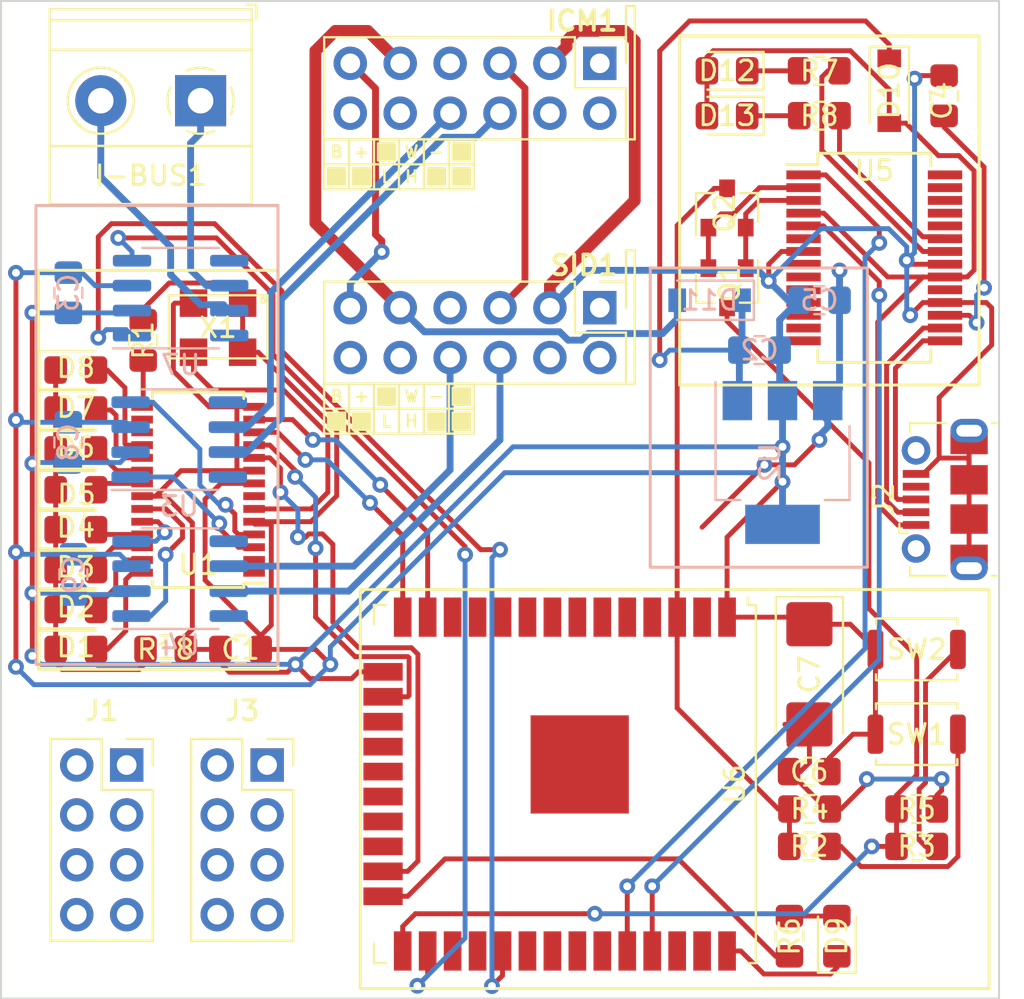
<source format=kicad_pcb>
(kicad_pcb (version 20171130) (host pcbnew 5.1.5+dfsg1-2build2)

  (general
    (thickness 1.6)
    (drawings 27)
    (tracks 576)
    (zones 0)
    (modules 49)
    (nets 52)
  )

  (page A4)
  (layers
    (0 F.Cu signal)
    (31 B.Cu signal)
    (32 B.Adhes user)
    (33 F.Adhes user)
    (34 B.Paste user)
    (35 F.Paste user)
    (36 B.SilkS user)
    (37 F.SilkS user)
    (38 B.Mask user)
    (39 F.Mask user)
    (40 Dwgs.User user)
    (41 Cmts.User user)
    (42 Eco1.User user)
    (43 Eco2.User user)
    (44 Edge.Cuts user)
    (45 Margin user)
    (46 B.CrtYd user)
    (47 F.CrtYd user)
    (48 B.Fab user)
    (49 F.Fab user)
  )

  (setup
    (last_trace_width 0.25)
    (user_trace_width 0.35)
    (user_trace_width 0.6)
    (trace_clearance 0.2)
    (zone_clearance 0.508)
    (zone_45_only no)
    (trace_min 0.2)
    (via_size 0.8)
    (via_drill 0.4)
    (via_min_size 0.4)
    (via_min_drill 0.3)
    (uvia_size 0.3)
    (uvia_drill 0.1)
    (uvias_allowed no)
    (uvia_min_size 0.2)
    (uvia_min_drill 0.1)
    (edge_width 0.1)
    (segment_width 0.2)
    (pcb_text_width 0.3)
    (pcb_text_size 1.5 1.5)
    (mod_edge_width 0.15)
    (mod_text_size 1 1)
    (mod_text_width 0.15)
    (pad_size 1.524 1.524)
    (pad_drill 0.762)
    (pad_to_mask_clearance 0)
    (aux_axis_origin 0 0)
    (visible_elements FFFFF77F)
    (pcbplotparams
      (layerselection 0x010fc_ffffffff)
      (usegerberextensions false)
      (usegerberattributes false)
      (usegerberadvancedattributes false)
      (creategerberjobfile false)
      (excludeedgelayer true)
      (linewidth 0.100000)
      (plotframeref false)
      (viasonmask false)
      (mode 1)
      (useauxorigin false)
      (hpglpennumber 1)
      (hpglpenspeed 20)
      (hpglpendiameter 15.000000)
      (psnegative false)
      (psa4output false)
      (plotreference true)
      (plotvalue true)
      (plotinvisibletext false)
      (padsonsilk false)
      (subtractmaskfromsilk false)
      (outputformat 1)
      (mirror false)
      (drillshape 1)
      (scaleselection 1)
      (outputdirectory ""))
  )

  (net 0 "")
  (net 1 GND)
  (net 2 VDD_3.3V)
  (net 3 VIN)
  (net 4 "Net-(C4-Pad1)")
  (net 5 VBUS)
  (net 6 "Net-(D1-Pad2)")
  (net 7 "Net-(D1-Pad1)")
  (net 8 "Net-(D2-Pad2)")
  (net 9 "Net-(D3-Pad2)")
  (net 10 "Net-(D4-Pad2)")
  (net 11 "Net-(D5-Pad2)")
  (net 12 "Net-(D6-Pad2)")
  (net 13 "Net-(D7-Pad2)")
  (net 14 "Net-(D8-Pad2)")
  (net 15 "Net-(D9-Pad2)")
  (net 16 "Net-(D11-Pad2)")
  (net 17 "Net-(D12-Pad1)")
  (net 18 "Net-(D13-Pad1)")
  (net 19 CAN_H)
  (net 20 CAN_L)
  (net 21 "Net-(ICM1-Pad6)")
  (net 22 CAN_A_H)
  (net 23 CAN_A_L)
  (net 24 "Net-(ICM1-Pad3)")
  (net 25 RXA)
  (net 26 TXA)
  (net 27 MISO)
  (net 28 MOSI)
  (net 29 CLK)
  (net 30 CS)
  (net 31 USB_DP)
  (net 32 USB_DM)
  (net 33 RXB)
  (net 34 TXB)
  (net 35 RX_ESP32_CAN)
  (net 36 TX_ESP32_CAN)
  (net 37 RX_ESP32)
  (net 38 TX_ESP32)
  (net 39 RTS)
  (net 40 DTR)
  (net 41 IO0)
  (net 42 EN)
  (net 43 IRQ)
  (net 44 "Net-(R2-Pad2)")
  (net 45 "Net-(R3-Pad2)")
  (net 46 "Net-(R6-Pad2)")
  (net 47 "Net-(R7-Pad1)")
  (net 48 "Net-(R8-Pad1)")
  (net 49 CAN_B_L)
  (net 50 CAN_B_H)
  (net 51 XTAL1)

  (net_class Default "This is the default net class."
    (clearance 0.2)
    (trace_width 0.25)
    (via_dia 0.8)
    (via_drill 0.4)
    (uvia_dia 0.3)
    (uvia_drill 0.1)
    (add_net CAN_A_H)
    (add_net CAN_A_L)
    (add_net CAN_B_H)
    (add_net CAN_B_L)
    (add_net CAN_H)
    (add_net CAN_L)
    (add_net CLK)
    (add_net CS)
    (add_net DTR)
    (add_net EN)
    (add_net GND)
    (add_net IO0)
    (add_net IRQ)
    (add_net MISO)
    (add_net MOSI)
    (add_net "Net-(C4-Pad1)")
    (add_net "Net-(D1-Pad1)")
    (add_net "Net-(D1-Pad2)")
    (add_net "Net-(D11-Pad2)")
    (add_net "Net-(D12-Pad1)")
    (add_net "Net-(D13-Pad1)")
    (add_net "Net-(D2-Pad2)")
    (add_net "Net-(D3-Pad2)")
    (add_net "Net-(D4-Pad2)")
    (add_net "Net-(D5-Pad2)")
    (add_net "Net-(D6-Pad2)")
    (add_net "Net-(D7-Pad2)")
    (add_net "Net-(D8-Pad2)")
    (add_net "Net-(D9-Pad2)")
    (add_net "Net-(ICM1-Pad3)")
    (add_net "Net-(ICM1-Pad6)")
    (add_net "Net-(R2-Pad2)")
    (add_net "Net-(R3-Pad2)")
    (add_net "Net-(R6-Pad2)")
    (add_net "Net-(R7-Pad1)")
    (add_net "Net-(R8-Pad1)")
    (add_net RTS)
    (add_net RXA)
    (add_net RXB)
    (add_net RX_ESP32)
    (add_net RX_ESP32_CAN)
    (add_net TXA)
    (add_net TXB)
    (add_net TX_ESP32)
    (add_net TX_ESP32_CAN)
    (add_net USB_DM)
    (add_net USB_DP)
    (add_net VBUS)
    (add_net VDD_3.3V)
    (add_net VIN)
    (add_net XTAL1)
  )

  (module Resistor_SMD:R_0805_2012Metric_Pad1.15x1.40mm_HandSolder (layer F.Cu) (tedit 5B36C52B) (tstamp 5F31BE85)
    (at 115.189 65.913)
    (descr "Resistor SMD 0805 (2012 Metric), square (rectangular) end terminal, IPC_7351 nominal with elongated pad for handsoldering. (Body size source: https://docs.google.com/spreadsheets/d/1BsfQQcO9C6DZCsRaXUlFlo91Tg2WpOkGARC1WS5S8t0/edit?usp=sharing), generated with kicad-footprint-generator")
    (tags "resistor handsolder")
    (path /5F41B4D5)
    (attr smd)
    (fp_text reference R3 (at 0 0) (layer F.SilkS)
      (effects (font (size 1 1) (thickness 0.15)))
    )
    (fp_text value 470 (at 0 1.65) (layer F.Fab)
      (effects (font (size 1 1) (thickness 0.15)))
    )
    (fp_text user %R (at 0 0) (layer F.Fab)
      (effects (font (size 0.5 0.5) (thickness 0.08)))
    )
    (fp_line (start 1.85 0.95) (end -1.85 0.95) (layer F.CrtYd) (width 0.05))
    (fp_line (start 1.85 -0.95) (end 1.85 0.95) (layer F.CrtYd) (width 0.05))
    (fp_line (start -1.85 -0.95) (end 1.85 -0.95) (layer F.CrtYd) (width 0.05))
    (fp_line (start -1.85 0.95) (end -1.85 -0.95) (layer F.CrtYd) (width 0.05))
    (fp_line (start -0.261252 0.71) (end 0.261252 0.71) (layer F.SilkS) (width 0.12))
    (fp_line (start -0.261252 -0.71) (end 0.261252 -0.71) (layer F.SilkS) (width 0.12))
    (fp_line (start 1 0.6) (end -1 0.6) (layer F.Fab) (width 0.1))
    (fp_line (start 1 -0.6) (end 1 0.6) (layer F.Fab) (width 0.1))
    (fp_line (start -1 -0.6) (end 1 -0.6) (layer F.Fab) (width 0.1))
    (fp_line (start -1 0.6) (end -1 -0.6) (layer F.Fab) (width 0.1))
    (pad 2 smd roundrect (at 1.025 0) (size 1.15 1.4) (layers F.Cu F.Paste F.Mask) (roundrect_rratio 0.217391)
      (net 45 "Net-(R3-Pad2)"))
    (pad 1 smd roundrect (at -1.025 0) (size 1.15 1.4) (layers F.Cu F.Paste F.Mask) (roundrect_rratio 0.217391)
      (net 41 IO0))
    (model ${KISYS3DMOD}/Resistor_SMD.3dshapes/R_0805_2012Metric.wrl
      (at (xyz 0 0 0))
      (scale (xyz 1 1 1))
      (rotate (xyz 0 0 0))
    )
  )

  (module sid-board:SAAB_SID_CONNECTOR_HEADER (layer F.Cu) (tedit 5F323A43) (tstamp 5F31AF02)
    (at 92.71 27.178)
    (descr "Through hole straight pin header, 2x06, 2.54mm pitch, double rows")
    (tags "Through hole pin header THT 2x06 2.54mm double row")
    (path /5E210180)
    (fp_text reference ICM1 (at 7.366 -3.302) (layer F.SilkS)
      (effects (font (size 1 1) (thickness 0.2)) (justify right))
    )
    (fp_text value ICM_CONN (at 0 7.874) (layer F.Fab)
      (effects (font (size 1 1) (thickness 0.15)))
    )
    (fp_poly (pts (xy -1.524 5.08) (xy -2.413 5.08) (xy -2.413 4.191) (xy -1.524 4.191)) (layer F.SilkS) (width 0.1))
    (fp_poly (pts (xy -0.254 5.08) (xy -1.143 5.08) (xy -1.143 4.191) (xy -0.254 4.191)) (layer F.SilkS) (width 0.1))
    (fp_poly (pts (xy -0.254 3.81) (xy -1.143 3.81) (xy -1.143 2.921) (xy -0.254 2.921)) (layer F.SilkS) (width 0.1))
    (fp_poly (pts (xy -4.064 3.81) (xy -4.953 3.81) (xy -4.953 2.921) (xy -4.064 2.921)) (layer F.SilkS) (width 0.1))
    (fp_poly (pts (xy -5.334 5.08) (xy -6.223 5.08) (xy -6.223 4.191) (xy -5.334 4.191)) (layer F.SilkS) (width 0.1))
    (fp_poly (pts (xy -6.604 5.08) (xy -7.493 5.08) (xy -7.493 4.191) (xy -6.604 4.191)) (layer F.SilkS) (width 0.1))
    (fp_line (start -1.3335 5.2705) (end -1.3335 4.0005) (layer F.SilkS) (width 0.12))
    (fp_line (start -1.3335 4.0005) (end -1.3335 2.7305) (layer F.SilkS) (width 0.12))
    (fp_line (start -2.6035 4.0005) (end -2.6035 5.2705) (layer F.SilkS) (width 0.12))
    (fp_line (start -2.6035 2.7305) (end -2.6035 4.0005) (layer F.SilkS) (width 0.12))
    (fp_line (start -3.8735 4.0005) (end -3.8735 5.2705) (layer F.SilkS) (width 0.12))
    (fp_line (start -3.8735 2.7305) (end -3.8735 4.0005) (layer F.SilkS) (width 0.12))
    (fp_line (start -5.1435 2.7305) (end -5.1435 4.0005) (layer F.SilkS) (width 0.12))
    (fp_line (start -5.1435 4.0005) (end -5.1435 5.2705) (layer F.SilkS) (width 0.12))
    (fp_line (start -6.4135 5.2705) (end -6.4135 2.7305) (layer F.SilkS) (width 0.12))
    (fp_line (start -7.6835 4.0005) (end -0.0635 4.0005) (layer F.SilkS) (width 0.12))
    (fp_line (start -7.6835 2.7305) (end -0.0635 2.7305) (layer F.SilkS) (width 0.12))
    (fp_line (start -7.6835 5.2705) (end -7.6835 2.7305) (layer F.SilkS) (width 0.12))
    (fp_line (start -0.0635 5.2705) (end -7.6835 5.2705) (layer F.SilkS) (width 0.12))
    (fp_line (start -0.0635 2.7305) (end -0.0635 5.2705) (layer F.SilkS) (width 0.12))
    (fp_text user H (at -3.2385 4.6355 180) (layer F.SilkS)
      (effects (font (size 0.6 0.6) (thickness 0.125)))
    )
    (fp_text user L (at -4.5085 4.6355) (layer F.SilkS)
      (effects (font (size 0.6 0.6) (thickness 0.125)))
    )
    (fp_text user B (at -7.0485 3.3655 180) (layer F.SilkS)
      (effects (font (size 0.6 0.6) (thickness 0.125)))
    )
    (fp_text user + (at -5.7785 3.3655 180) (layer F.SilkS)
      (effects (font (size 0.6 0.6) (thickness 0.125)))
    )
    (fp_text user W (at -3.2385 3.3655 180) (layer F.SilkS)
      (effects (font (size 0.6 0.6) (thickness 0.125)))
    )
    (fp_text user - (at -1.9685 3.3655 180) (layer F.SilkS)
      (effects (font (size 0.6 0.6) (thickness 0.125)))
    )
    (fp_line (start 8.128 2.7305) (end 8.128 2.413) (layer F.SilkS) (width 0.12))
    (fp_line (start 7.68 2.7305) (end 8.128 2.7305) (layer F.SilkS) (width 0.12))
    (fp_line (start 8.128 -4.064) (end 8.128 2.413) (layer F.SilkS) (width 0.12))
    (fp_line (start 7.68 -4.064) (end 8.128 -4.064) (layer F.SilkS) (width 0.12))
    (fp_line (start 7.68 -2.473) (end 7.68 -4.064) (layer F.SilkS) (width 0.12))
    (fp_text user %R (at 0 0.127) (layer F.Fab)
      (effects (font (size 1 1) (thickness 0.15)))
    )
    (fp_line (start 8.15 3.207) (end 8.15 -2.943) (layer F.CrtYd) (width 0.05))
    (fp_line (start -8.15 3.207) (end 8.15 3.207) (layer F.CrtYd) (width 0.05))
    (fp_line (start -8.15 -2.943) (end -8.15 3.207) (layer F.CrtYd) (width 0.05))
    (fp_line (start 8.15 -2.943) (end -8.15 -2.943) (layer F.CrtYd) (width 0.05))
    (fp_line (start 7.68 -2.473) (end 7.68 -1.143) (layer F.SilkS) (width 0.12))
    (fp_line (start 6.35 -2.473) (end 7.68 -2.473) (layer F.SilkS) (width 0.12))
    (fp_line (start 7.68 0.127) (end 7.68 2.727) (layer F.SilkS) (width 0.12))
    (fp_line (start 5.08 0.127) (end 7.68 0.127) (layer F.SilkS) (width 0.12))
    (fp_line (start 5.08 -2.473) (end 5.08 0.127) (layer F.SilkS) (width 0.12))
    (fp_line (start 7.68 2.727) (end -7.68 2.727) (layer F.SilkS) (width 0.12))
    (fp_line (start 5.08 -2.473) (end -7.68 -2.473) (layer F.SilkS) (width 0.12))
    (fp_line (start -7.68 -2.473) (end -7.68 2.727) (layer F.SilkS) (width 0.12))
    (fp_line (start 6.35 -2.413) (end 7.62 -1.143) (layer F.Fab) (width 0.1))
    (fp_line (start -7.62 -2.413) (end 6.35 -2.413) (layer F.Fab) (width 0.1))
    (fp_line (start -7.62 2.667) (end -7.62 -2.413) (layer F.Fab) (width 0.1))
    (fp_line (start 7.62 2.667) (end -7.62 2.667) (layer F.Fab) (width 0.1))
    (fp_line (start 7.62 -1.143) (end 7.62 2.667) (layer F.Fab) (width 0.1))
    (pad 7 thru_hole oval (at -6.35 1.397 270) (size 1.7 1.7) (drill 1) (layers *.Cu *.Mask))
    (pad 6 thru_hole oval (at -6.35 -1.143 270) (size 1.7 1.7) (drill 1) (layers *.Cu *.Mask)
      (net 21 "Net-(ICM1-Pad6)"))
    (pad 8 thru_hole oval (at -3.81 1.397 270) (size 1.7 1.7) (drill 1) (layers *.Cu *.Mask))
    (pad 5 thru_hole oval (at -3.81 -1.143 270) (size 1.7 1.7) (drill 1) (layers *.Cu *.Mask)
      (net 16 "Net-(D11-Pad2)"))
    (pad 9 thru_hole oval (at -1.27 1.397 270) (size 1.7 1.7) (drill 1) (layers *.Cu *.Mask)
      (net 23 CAN_A_L))
    (pad 4 thru_hole oval (at -1.27 -1.143 270) (size 1.7 1.7) (drill 1) (layers *.Cu *.Mask))
    (pad 10 thru_hole oval (at 1.27 1.397 270) (size 1.7 1.7) (drill 1) (layers *.Cu *.Mask)
      (net 22 CAN_A_H))
    (pad 3 thru_hole oval (at 1.27 -1.143 270) (size 1.7 1.7) (drill 1) (layers *.Cu *.Mask)
      (net 24 "Net-(ICM1-Pad3)"))
    (pad 11 thru_hole oval (at 3.81 1.397 270) (size 1.7 1.7) (drill 1) (layers *.Cu *.Mask))
    (pad 2 thru_hole oval (at 3.81 -1.143 270) (size 1.7 1.7) (drill 1) (layers *.Cu *.Mask)
      (net 1 GND))
    (pad 12 thru_hole oval (at 6.35 1.397 270) (size 1.7 1.7) (drill 1) (layers *.Cu *.Mask))
    (pad 1 thru_hole rect (at 6.35 -1.143 270) (size 1.7 1.7) (drill 1) (layers *.Cu *.Mask))
    (model ${KISYS3DMOD}/Connector_PinHeader_2.54mm.3dshapes/PinHeader_2x06_P2.54mm_Horizontal.wrl
      (offset (xyz -6.35 -1.4 0))
      (scale (xyz 1 1 1))
      (rotate (xyz 0 0 -90))
    )
  )

  (module sid-board:SAAB_SID_CONNECTOR_HEADER (layer F.Cu) (tedit 5F323A43) (tstamp 5F324E9E)
    (at 92.71 39.624)
    (descr "Through hole straight pin header, 2x06, 2.54mm pitch, double rows")
    (tags "Through hole pin header THT 2x06 2.54mm double row")
    (path /5E211BEE)
    (fp_text reference SID1 (at 7.366 -3.302) (layer F.SilkS)
      (effects (font (size 1 1) (thickness 0.2)) (justify right))
    )
    (fp_text value SID_CONN (at 0 7.874) (layer F.Fab)
      (effects (font (size 1 1) (thickness 0.15)))
    )
    (fp_poly (pts (xy -1.524 5.08) (xy -2.413 5.08) (xy -2.413 4.191) (xy -1.524 4.191)) (layer F.SilkS) (width 0.1))
    (fp_poly (pts (xy -0.254 5.08) (xy -1.143 5.08) (xy -1.143 4.191) (xy -0.254 4.191)) (layer F.SilkS) (width 0.1))
    (fp_poly (pts (xy -0.254 3.81) (xy -1.143 3.81) (xy -1.143 2.921) (xy -0.254 2.921)) (layer F.SilkS) (width 0.1))
    (fp_poly (pts (xy -4.064 3.81) (xy -4.953 3.81) (xy -4.953 2.921) (xy -4.064 2.921)) (layer F.SilkS) (width 0.1))
    (fp_poly (pts (xy -5.334 5.08) (xy -6.223 5.08) (xy -6.223 4.191) (xy -5.334 4.191)) (layer F.SilkS) (width 0.1))
    (fp_poly (pts (xy -6.604 5.08) (xy -7.493 5.08) (xy -7.493 4.191) (xy -6.604 4.191)) (layer F.SilkS) (width 0.1))
    (fp_line (start -1.3335 5.2705) (end -1.3335 4.0005) (layer F.SilkS) (width 0.12))
    (fp_line (start -1.3335 4.0005) (end -1.3335 2.7305) (layer F.SilkS) (width 0.12))
    (fp_line (start -2.6035 4.0005) (end -2.6035 5.2705) (layer F.SilkS) (width 0.12))
    (fp_line (start -2.6035 2.7305) (end -2.6035 4.0005) (layer F.SilkS) (width 0.12))
    (fp_line (start -3.8735 4.0005) (end -3.8735 5.2705) (layer F.SilkS) (width 0.12))
    (fp_line (start -3.8735 2.7305) (end -3.8735 4.0005) (layer F.SilkS) (width 0.12))
    (fp_line (start -5.1435 2.7305) (end -5.1435 4.0005) (layer F.SilkS) (width 0.12))
    (fp_line (start -5.1435 4.0005) (end -5.1435 5.2705) (layer F.SilkS) (width 0.12))
    (fp_line (start -6.4135 5.2705) (end -6.4135 2.7305) (layer F.SilkS) (width 0.12))
    (fp_line (start -7.6835 4.0005) (end -0.0635 4.0005) (layer F.SilkS) (width 0.12))
    (fp_line (start -7.6835 2.7305) (end -0.0635 2.7305) (layer F.SilkS) (width 0.12))
    (fp_line (start -7.6835 5.2705) (end -7.6835 2.7305) (layer F.SilkS) (width 0.12))
    (fp_line (start -0.0635 5.2705) (end -7.6835 5.2705) (layer F.SilkS) (width 0.12))
    (fp_line (start -0.0635 2.7305) (end -0.0635 5.2705) (layer F.SilkS) (width 0.12))
    (fp_text user H (at -3.2385 4.6355 180) (layer F.SilkS)
      (effects (font (size 0.6 0.6) (thickness 0.125)))
    )
    (fp_text user L (at -4.5085 4.6355) (layer F.SilkS)
      (effects (font (size 0.6 0.6) (thickness 0.125)))
    )
    (fp_text user B (at -7.0485 3.3655 180) (layer F.SilkS)
      (effects (font (size 0.6 0.6) (thickness 0.125)))
    )
    (fp_text user + (at -5.7785 3.3655 180) (layer F.SilkS)
      (effects (font (size 0.6 0.6) (thickness 0.125)))
    )
    (fp_text user W (at -3.2385 3.3655 180) (layer F.SilkS)
      (effects (font (size 0.6 0.6) (thickness 0.125)))
    )
    (fp_text user - (at -1.9685 3.3655 180) (layer F.SilkS)
      (effects (font (size 0.6 0.6) (thickness 0.125)))
    )
    (fp_line (start 8.128 2.7305) (end 8.128 2.413) (layer F.SilkS) (width 0.12))
    (fp_line (start 7.68 2.7305) (end 8.128 2.7305) (layer F.SilkS) (width 0.12))
    (fp_line (start 8.128 -4.064) (end 8.128 2.413) (layer F.SilkS) (width 0.12))
    (fp_line (start 7.68 -4.064) (end 8.128 -4.064) (layer F.SilkS) (width 0.12))
    (fp_line (start 7.68 -2.473) (end 7.68 -4.064) (layer F.SilkS) (width 0.12))
    (fp_text user %R (at 0 0.127) (layer F.Fab)
      (effects (font (size 1 1) (thickness 0.15)))
    )
    (fp_line (start 8.15 3.207) (end 8.15 -2.943) (layer F.CrtYd) (width 0.05))
    (fp_line (start -8.15 3.207) (end 8.15 3.207) (layer F.CrtYd) (width 0.05))
    (fp_line (start -8.15 -2.943) (end -8.15 3.207) (layer F.CrtYd) (width 0.05))
    (fp_line (start 8.15 -2.943) (end -8.15 -2.943) (layer F.CrtYd) (width 0.05))
    (fp_line (start 7.68 -2.473) (end 7.68 -1.143) (layer F.SilkS) (width 0.12))
    (fp_line (start 6.35 -2.473) (end 7.68 -2.473) (layer F.SilkS) (width 0.12))
    (fp_line (start 7.68 0.127) (end 7.68 2.727) (layer F.SilkS) (width 0.12))
    (fp_line (start 5.08 0.127) (end 7.68 0.127) (layer F.SilkS) (width 0.12))
    (fp_line (start 5.08 -2.473) (end 5.08 0.127) (layer F.SilkS) (width 0.12))
    (fp_line (start 7.68 2.727) (end -7.68 2.727) (layer F.SilkS) (width 0.12))
    (fp_line (start 5.08 -2.473) (end -7.68 -2.473) (layer F.SilkS) (width 0.12))
    (fp_line (start -7.68 -2.473) (end -7.68 2.727) (layer F.SilkS) (width 0.12))
    (fp_line (start 6.35 -2.413) (end 7.62 -1.143) (layer F.Fab) (width 0.1))
    (fp_line (start -7.62 -2.413) (end 6.35 -2.413) (layer F.Fab) (width 0.1))
    (fp_line (start -7.62 2.667) (end -7.62 -2.413) (layer F.Fab) (width 0.1))
    (fp_line (start 7.62 2.667) (end -7.62 2.667) (layer F.Fab) (width 0.1))
    (fp_line (start 7.62 -1.143) (end 7.62 2.667) (layer F.Fab) (width 0.1))
    (pad 7 thru_hole oval (at -6.35 1.397 270) (size 1.7 1.7) (drill 1) (layers *.Cu *.Mask))
    (pad 6 thru_hole oval (at -6.35 -1.143 270) (size 1.7 1.7) (drill 1) (layers *.Cu *.Mask)
      (net 21 "Net-(ICM1-Pad6)"))
    (pad 8 thru_hole oval (at -3.81 1.397 270) (size 1.7 1.7) (drill 1) (layers *.Cu *.Mask))
    (pad 5 thru_hole oval (at -3.81 -1.143 270) (size 1.7 1.7) (drill 1) (layers *.Cu *.Mask)
      (net 16 "Net-(D11-Pad2)"))
    (pad 9 thru_hole oval (at -1.27 1.397 270) (size 1.7 1.7) (drill 1) (layers *.Cu *.Mask)
      (net 49 CAN_B_L))
    (pad 4 thru_hole oval (at -1.27 -1.143 270) (size 1.7 1.7) (drill 1) (layers *.Cu *.Mask))
    (pad 10 thru_hole oval (at 1.27 1.397 270) (size 1.7 1.7) (drill 1) (layers *.Cu *.Mask)
      (net 50 CAN_B_H))
    (pad 3 thru_hole oval (at 1.27 -1.143 270) (size 1.7 1.7) (drill 1) (layers *.Cu *.Mask)
      (net 24 "Net-(ICM1-Pad3)"))
    (pad 11 thru_hole oval (at 3.81 1.397 270) (size 1.7 1.7) (drill 1) (layers *.Cu *.Mask))
    (pad 2 thru_hole oval (at 3.81 -1.143 270) (size 1.7 1.7) (drill 1) (layers *.Cu *.Mask)
      (net 1 GND))
    (pad 12 thru_hole oval (at 6.35 1.397 270) (size 1.7 1.7) (drill 1) (layers *.Cu *.Mask))
    (pad 1 thru_hole rect (at 6.35 -1.143 270) (size 1.7 1.7) (drill 1) (layers *.Cu *.Mask))
    (model ${KISYS3DMOD}/Connector_PinHeader_2.54mm.3dshapes/PinHeader_2x06_P2.54mm_Horizontal.wrl
      (offset (xyz -6.35 -1.4 0))
      (scale (xyz 1 1 1))
      (rotate (xyz 0 0 -90))
    )
  )

  (module Resistor_SMD:R_0805_2012Metric_Pad1.15x1.40mm_HandSolder (layer F.Cu) (tedit 5B36C52B) (tstamp 5F31AF8C)
    (at 75.819 40.141 90)
    (descr "Resistor SMD 0805 (2012 Metric), square (rectangular) end terminal, IPC_7351 nominal with elongated pad for handsoldering. (Body size source: https://docs.google.com/spreadsheets/d/1BsfQQcO9C6DZCsRaXUlFlo91Tg2WpOkGARC1WS5S8t0/edit?usp=sharing), generated with kicad-footprint-generator")
    (tags "resistor handsolder")
    (path /5E32A99C)
    (attr smd)
    (fp_text reference R1 (at 0 0 90) (layer F.SilkS)
      (effects (font (size 1 1) (thickness 0.15)))
    )
    (fp_text value 1K (at 0 1.65 90) (layer F.Fab)
      (effects (font (size 1 1) (thickness 0.15)))
    )
    (fp_line (start -1 0.6) (end -1 -0.6) (layer F.Fab) (width 0.1))
    (fp_line (start -1 -0.6) (end 1 -0.6) (layer F.Fab) (width 0.1))
    (fp_line (start 1 -0.6) (end 1 0.6) (layer F.Fab) (width 0.1))
    (fp_line (start 1 0.6) (end -1 0.6) (layer F.Fab) (width 0.1))
    (fp_line (start -0.261252 -0.71) (end 0.261252 -0.71) (layer F.SilkS) (width 0.12))
    (fp_line (start -0.261252 0.71) (end 0.261252 0.71) (layer F.SilkS) (width 0.12))
    (fp_line (start -1.85 0.95) (end -1.85 -0.95) (layer F.CrtYd) (width 0.05))
    (fp_line (start -1.85 -0.95) (end 1.85 -0.95) (layer F.CrtYd) (width 0.05))
    (fp_line (start 1.85 -0.95) (end 1.85 0.95) (layer F.CrtYd) (width 0.05))
    (fp_line (start 1.85 0.95) (end -1.85 0.95) (layer F.CrtYd) (width 0.05))
    (fp_text user %R (at 0 0 90) (layer F.Fab)
      (effects (font (size 0.5 0.5) (thickness 0.08)))
    )
    (pad 1 smd roundrect (at -1.025 0 90) (size 1.15 1.4) (layers F.Cu F.Paste F.Mask) (roundrect_rratio 0.217391)
      (net 43 IRQ))
    (pad 2 smd roundrect (at 1.025 0 90) (size 1.15 1.4) (layers F.Cu F.Paste F.Mask) (roundrect_rratio 0.217391)
      (net 2 VDD_3.3V))
    (model ${KISYS3DMOD}/Resistor_SMD.3dshapes/R_0805_2012Metric.wrl
      (at (xyz 0 0 0))
      (scale (xyz 1 1 1))
      (rotate (xyz 0 0 0))
    )
  )

  (module Resistor_SMD:R_0805_2012Metric_Pad1.15x1.40mm_HandSolder (layer F.Cu) (tedit 5B36C52B) (tstamp 5F31BEB5)
    (at 108.712 70.485 270)
    (descr "Resistor SMD 0805 (2012 Metric), square (rectangular) end terminal, IPC_7351 nominal with elongated pad for handsoldering. (Body size source: https://docs.google.com/spreadsheets/d/1BsfQQcO9C6DZCsRaXUlFlo91Tg2WpOkGARC1WS5S8t0/edit?usp=sharing), generated with kicad-footprint-generator")
    (tags "resistor handsolder")
    (path /5F457718)
    (attr smd)
    (fp_text reference R6 (at 0.009 0 90) (layer F.SilkS)
      (effects (font (size 1 1) (thickness 0.15)))
    )
    (fp_text value 470 (at 0 1.65 90) (layer F.Fab)
      (effects (font (size 1 1) (thickness 0.15)))
    )
    (fp_text user %R (at 0 0 90) (layer F.Fab)
      (effects (font (size 0.5 0.5) (thickness 0.08)))
    )
    (fp_line (start 1.85 0.95) (end -1.85 0.95) (layer F.CrtYd) (width 0.05))
    (fp_line (start 1.85 -0.95) (end 1.85 0.95) (layer F.CrtYd) (width 0.05))
    (fp_line (start -1.85 -0.95) (end 1.85 -0.95) (layer F.CrtYd) (width 0.05))
    (fp_line (start -1.85 0.95) (end -1.85 -0.95) (layer F.CrtYd) (width 0.05))
    (fp_line (start -0.261252 0.71) (end 0.261252 0.71) (layer F.SilkS) (width 0.12))
    (fp_line (start -0.261252 -0.71) (end 0.261252 -0.71) (layer F.SilkS) (width 0.12))
    (fp_line (start 1 0.6) (end -1 0.6) (layer F.Fab) (width 0.1))
    (fp_line (start 1 -0.6) (end 1 0.6) (layer F.Fab) (width 0.1))
    (fp_line (start -1 -0.6) (end 1 -0.6) (layer F.Fab) (width 0.1))
    (fp_line (start -1 0.6) (end -1 -0.6) (layer F.Fab) (width 0.1))
    (pad 2 smd roundrect (at 1.025 0 270) (size 1.15 1.4) (layers F.Cu F.Paste F.Mask) (roundrect_rratio 0.217391)
      (net 46 "Net-(R6-Pad2)"))
    (pad 1 smd roundrect (at -1.025 0 270) (size 1.15 1.4) (layers F.Cu F.Paste F.Mask) (roundrect_rratio 0.217391)
      (net 15 "Net-(D9-Pad2)"))
    (model ${KISYS3DMOD}/Resistor_SMD.3dshapes/R_0805_2012Metric.wrl
      (at (xyz 0 0 0))
      (scale (xyz 1 1 1))
      (rotate (xyz 0 0 0))
    )
  )

  (module Diode_SMD:D_SOD-123 (layer F.Cu) (tedit 58645DC7) (tstamp 5F31AF64)
    (at 113.792 27.432 270)
    (descr SOD-123)
    (tags SOD-123)
    (path /5F43801F)
    (attr smd)
    (fp_text reference D10 (at 0 0 270) (layer F.SilkS)
      (effects (font (size 1 1) (thickness 0.15)))
    )
    (fp_text value 1N5819 (at 0 0 270) (layer F.Fab)
      (effects (font (size 1 1) (thickness 0.15)))
    )
    (fp_line (start -2.25 -1) (end 1.65 -1) (layer F.SilkS) (width 0.12))
    (fp_line (start -2.25 1) (end 1.65 1) (layer F.SilkS) (width 0.12))
    (fp_line (start -2.35 -1.15) (end -2.35 1.15) (layer F.CrtYd) (width 0.05))
    (fp_line (start 2.35 1.15) (end -2.35 1.15) (layer F.CrtYd) (width 0.05))
    (fp_line (start 2.35 -1.15) (end 2.35 1.15) (layer F.CrtYd) (width 0.05))
    (fp_line (start -2.35 -1.15) (end 2.35 -1.15) (layer F.CrtYd) (width 0.05))
    (fp_line (start -1.4 -0.9) (end 1.4 -0.9) (layer F.Fab) (width 0.1))
    (fp_line (start 1.4 -0.9) (end 1.4 0.9) (layer F.Fab) (width 0.1))
    (fp_line (start 1.4 0.9) (end -1.4 0.9) (layer F.Fab) (width 0.1))
    (fp_line (start -1.4 0.9) (end -1.4 -0.9) (layer F.Fab) (width 0.1))
    (fp_line (start -0.75 0) (end -0.35 0) (layer F.Fab) (width 0.1))
    (fp_line (start -0.35 0) (end -0.35 -0.55) (layer F.Fab) (width 0.1))
    (fp_line (start -0.35 0) (end -0.35 0.55) (layer F.Fab) (width 0.1))
    (fp_line (start -0.35 0) (end 0.25 -0.4) (layer F.Fab) (width 0.1))
    (fp_line (start 0.25 -0.4) (end 0.25 0.4) (layer F.Fab) (width 0.1))
    (fp_line (start 0.25 0.4) (end -0.35 0) (layer F.Fab) (width 0.1))
    (fp_line (start 0.25 0) (end 0.75 0) (layer F.Fab) (width 0.1))
    (fp_line (start -2.25 -1) (end -2.25 1) (layer F.SilkS) (width 0.12))
    (fp_text user %R (at 0.25 0 270) (layer F.Fab)
      (effects (font (size 1 1) (thickness 0.15)))
    )
    (pad 2 smd rect (at 1.65 0 270) (size 0.9 1.2) (layers F.Cu F.Paste F.Mask)
      (net 5 VBUS))
    (pad 1 smd rect (at -1.65 0 270) (size 0.9 1.2) (layers F.Cu F.Paste F.Mask)
      (net 3 VIN))
    (model ${KISYS3DMOD}/Diode_SMD.3dshapes/D_SOD-123.wrl
      (at (xyz 0 0 0))
      (scale (xyz 1 1 1))
      (rotate (xyz 0 0 0))
    )
  )

  (module LED_SMD:LED_0805_2012Metric_Pad1.15x1.40mm_HandSolder (layer F.Cu) (tedit 5B4B45C9) (tstamp 5F31AF52)
    (at 72.39 41.656)
    (descr "LED SMD 0805 (2012 Metric), square (rectangular) end terminal, IPC_7351 nominal, (Body size source: https://docs.google.com/spreadsheets/d/1BsfQQcO9C6DZCsRaXUlFlo91Tg2WpOkGARC1WS5S8t0/edit?usp=sharing), generated with kicad-footprint-generator")
    (tags "LED handsolder")
    (path /5E52B939)
    (attr smd)
    (fp_text reference D8 (at 0 -0.126) (layer F.SilkS)
      (effects (font (size 1 1) (thickness 0.15)))
    )
    (fp_text value LED0 (at 0 0.254) (layer F.Fab)
      (effects (font (size 1 1) (thickness 0.15)))
    )
    (fp_text user %R (at 0 0) (layer F.Fab)
      (effects (font (size 0.5 0.5) (thickness 0.08)))
    )
    (fp_line (start 1.85 0.95) (end -1.85 0.95) (layer F.CrtYd) (width 0.05))
    (fp_line (start 1.85 -0.95) (end 1.85 0.95) (layer F.CrtYd) (width 0.05))
    (fp_line (start -1.85 -0.95) (end 1.85 -0.95) (layer F.CrtYd) (width 0.05))
    (fp_line (start -1.85 0.95) (end -1.85 -0.95) (layer F.CrtYd) (width 0.05))
    (fp_line (start -1.86 0.96) (end 1 0.96) (layer F.SilkS) (width 0.12))
    (fp_line (start -1.86 -0.96) (end -1.86 0.96) (layer F.SilkS) (width 0.12))
    (fp_line (start 1 -0.96) (end -1.86 -0.96) (layer F.SilkS) (width 0.12))
    (fp_line (start 1 0.6) (end 1 -0.6) (layer F.Fab) (width 0.1))
    (fp_line (start -1 0.6) (end 1 0.6) (layer F.Fab) (width 0.1))
    (fp_line (start -1 -0.3) (end -1 0.6) (layer F.Fab) (width 0.1))
    (fp_line (start -0.7 -0.6) (end -1 -0.3) (layer F.Fab) (width 0.1))
    (fp_line (start 1 -0.6) (end -0.7 -0.6) (layer F.Fab) (width 0.1))
    (pad 2 smd roundrect (at 1.025 0) (size 1.15 1.4) (layers F.Cu F.Paste F.Mask) (roundrect_rratio 0.217391)
      (net 14 "Net-(D8-Pad2)"))
    (pad 1 smd roundrect (at -1.025 0) (size 1.15 1.4) (layers F.Cu F.Paste F.Mask) (roundrect_rratio 0.217391)
      (net 7 "Net-(D1-Pad1)"))
    (model ${KISYS3DMOD}/LED_SMD.3dshapes/LED_0805_2012Metric.wrl
      (at (xyz 0 0 0))
      (scale (xyz 1 1 1))
      (rotate (xyz 0 0 0))
    )
  )

  (module LED_SMD:LED_0805_2012Metric_Pad1.15x1.40mm_HandSolder (layer F.Cu) (tedit 5B4B45C9) (tstamp 5F31BF17)
    (at 111.125 70.485 90)
    (descr "LED SMD 0805 (2012 Metric), square (rectangular) end terminal, IPC_7351 nominal, (Body size source: https://docs.google.com/spreadsheets/d/1BsfQQcO9C6DZCsRaXUlFlo91Tg2WpOkGARC1WS5S8t0/edit?usp=sharing), generated with kicad-footprint-generator")
    (tags "LED handsolder")
    (path /5F455DEF)
    (attr smd)
    (fp_text reference D9 (at 0 0 90) (layer F.SilkS)
      (effects (font (size 1 1) (thickness 0.15)))
    )
    (fp_text value LED_IO2 (at 0 1.65 90) (layer F.Fab)
      (effects (font (size 1 1) (thickness 0.15)))
    )
    (fp_line (start 1 -0.6) (end -0.7 -0.6) (layer F.Fab) (width 0.1))
    (fp_line (start -0.7 -0.6) (end -1 -0.3) (layer F.Fab) (width 0.1))
    (fp_line (start -1 -0.3) (end -1 0.6) (layer F.Fab) (width 0.1))
    (fp_line (start -1 0.6) (end 1 0.6) (layer F.Fab) (width 0.1))
    (fp_line (start 1 0.6) (end 1 -0.6) (layer F.Fab) (width 0.1))
    (fp_line (start 1 -0.96) (end -1.86 -0.96) (layer F.SilkS) (width 0.12))
    (fp_line (start -1.86 -0.96) (end -1.86 0.96) (layer F.SilkS) (width 0.12))
    (fp_line (start -1.86 0.96) (end 1 0.96) (layer F.SilkS) (width 0.12))
    (fp_line (start -1.85 0.95) (end -1.85 -0.95) (layer F.CrtYd) (width 0.05))
    (fp_line (start -1.85 -0.95) (end 1.85 -0.95) (layer F.CrtYd) (width 0.05))
    (fp_line (start 1.85 -0.95) (end 1.85 0.95) (layer F.CrtYd) (width 0.05))
    (fp_line (start 1.85 0.95) (end -1.85 0.95) (layer F.CrtYd) (width 0.05))
    (fp_text user %R (at 0 0 90) (layer F.Fab)
      (effects (font (size 0.5 0.5) (thickness 0.08)))
    )
    (pad 1 smd roundrect (at -1.025 0 90) (size 1.15 1.4) (layers F.Cu F.Paste F.Mask) (roundrect_rratio 0.217391)
      (net 1 GND))
    (pad 2 smd roundrect (at 1.025 0 90) (size 1.15 1.4) (layers F.Cu F.Paste F.Mask) (roundrect_rratio 0.217391)
      (net 15 "Net-(D9-Pad2)"))
    (model ${KISYS3DMOD}/LED_SMD.3dshapes/LED_0805_2012Metric.wrl
      (at (xyz 0 0 0))
      (scale (xyz 1 1 1))
      (rotate (xyz 0 0 0))
    )
  )

  (module LED_SMD:LED_0805_2012Metric_Pad1.15x1.40mm_HandSolder (layer F.Cu) (tedit 5B4B45C9) (tstamp 5F31AF2E)
    (at 72.39 55.88)
    (descr "LED SMD 0805 (2012 Metric), square (rectangular) end terminal, IPC_7351 nominal, (Body size source: https://docs.google.com/spreadsheets/d/1BsfQQcO9C6DZCsRaXUlFlo91Tg2WpOkGARC1WS5S8t0/edit?usp=sharing), generated with kicad-footprint-generator")
    (tags "LED handsolder")
    (path /5E524EBA)
    (attr smd)
    (fp_text reference D1 (at 0 -0.126) (layer F.SilkS)
      (effects (font (size 1 1) (thickness 0.15)))
    )
    (fp_text value LED7 (at 0 1.65) (layer F.Fab)
      (effects (font (size 1 1) (thickness 0.15)))
    )
    (fp_text user %R (at 0 0) (layer F.Fab)
      (effects (font (size 0.5 0.5) (thickness 0.08)))
    )
    (fp_line (start 1.85 0.95) (end -1.85 0.95) (layer F.CrtYd) (width 0.05))
    (fp_line (start 1.85 -0.95) (end 1.85 0.95) (layer F.CrtYd) (width 0.05))
    (fp_line (start -1.85 -0.95) (end 1.85 -0.95) (layer F.CrtYd) (width 0.05))
    (fp_line (start -1.85 0.95) (end -1.85 -0.95) (layer F.CrtYd) (width 0.05))
    (fp_line (start -1.86 0.96) (end 1 0.96) (layer F.SilkS) (width 0.12))
    (fp_line (start -1.86 -0.96) (end -1.86 0.96) (layer F.SilkS) (width 0.12))
    (fp_line (start 1 -0.96) (end -1.86 -0.96) (layer F.SilkS) (width 0.12))
    (fp_line (start 1 0.6) (end 1 -0.6) (layer F.Fab) (width 0.1))
    (fp_line (start -1 0.6) (end 1 0.6) (layer F.Fab) (width 0.1))
    (fp_line (start -1 -0.3) (end -1 0.6) (layer F.Fab) (width 0.1))
    (fp_line (start -0.7 -0.6) (end -1 -0.3) (layer F.Fab) (width 0.1))
    (fp_line (start 1 -0.6) (end -0.7 -0.6) (layer F.Fab) (width 0.1))
    (pad 2 smd roundrect (at 1.025 0) (size 1.15 1.4) (layers F.Cu F.Paste F.Mask) (roundrect_rratio 0.217391)
      (net 6 "Net-(D1-Pad2)"))
    (pad 1 smd roundrect (at -1.025 0) (size 1.15 1.4) (layers F.Cu F.Paste F.Mask) (roundrect_rratio 0.217391)
      (net 7 "Net-(D1-Pad1)"))
    (model ${KISYS3DMOD}/LED_SMD.3dshapes/LED_0805_2012Metric.wrl
      (at (xyz 0 0 0))
      (scale (xyz 1 1 1))
      (rotate (xyz 0 0 0))
    )
  )

  (module Package_SO:SOIC-8_3.9x4.9mm_P1.27mm (layer B.Cu) (tedit 5D9F72B1) (tstamp 5F3206B8)
    (at 77.698175 52.27642)
    (descr "SOIC, 8 Pin (JEDEC MS-012AA, https://www.analog.com/media/en/package-pcb-resources/package/pkg_pdf/soic_narrow-r/r_8.pdf), generated with kicad-footprint-generator ipc_gullwing_generator.py")
    (tags "SOIC SO")
    (path /5F3722CE)
    (attr smd)
    (fp_text reference U4 (at 0 3.4) (layer B.SilkS)
      (effects (font (size 1 1) (thickness 0.15)) (justify mirror))
    )
    (fp_text value SN65HVD232 (at 0 -3.4) (layer B.Fab)
      (effects (font (size 1 1) (thickness 0.15)) (justify mirror))
    )
    (fp_line (start 0 -2.56) (end 1.95 -2.56) (layer B.SilkS) (width 0.12))
    (fp_line (start 0 -2.56) (end -1.95 -2.56) (layer B.SilkS) (width 0.12))
    (fp_line (start 0 2.56) (end 1.95 2.56) (layer B.SilkS) (width 0.12))
    (fp_line (start 0 2.56) (end -3.45 2.56) (layer B.SilkS) (width 0.12))
    (fp_line (start -0.975 2.45) (end 1.95 2.45) (layer B.Fab) (width 0.1))
    (fp_line (start 1.95 2.45) (end 1.95 -2.45) (layer B.Fab) (width 0.1))
    (fp_line (start 1.95 -2.45) (end -1.95 -2.45) (layer B.Fab) (width 0.1))
    (fp_line (start -1.95 -2.45) (end -1.95 1.475) (layer B.Fab) (width 0.1))
    (fp_line (start -1.95 1.475) (end -0.975 2.45) (layer B.Fab) (width 0.1))
    (fp_line (start -3.7 2.7) (end -3.7 -2.7) (layer B.CrtYd) (width 0.05))
    (fp_line (start -3.7 -2.7) (end 3.7 -2.7) (layer B.CrtYd) (width 0.05))
    (fp_line (start 3.7 -2.7) (end 3.7 2.7) (layer B.CrtYd) (width 0.05))
    (fp_line (start 3.7 2.7) (end -3.7 2.7) (layer B.CrtYd) (width 0.05))
    (fp_text user %R (at 0 0) (layer B.Fab)
      (effects (font (size 0.98 0.98) (thickness 0.15)) (justify mirror))
    )
    (pad 1 smd roundrect (at -2.475 1.905) (size 1.95 0.6) (layers B.Cu B.Paste B.Mask) (roundrect_rratio 0.25)
      (net 34 TXB))
    (pad 2 smd roundrect (at -2.475 0.635) (size 1.95 0.6) (layers B.Cu B.Paste B.Mask) (roundrect_rratio 0.25)
      (net 1 GND))
    (pad 3 smd roundrect (at -2.475 -0.635) (size 1.95 0.6) (layers B.Cu B.Paste B.Mask) (roundrect_rratio 0.25)
      (net 2 VDD_3.3V))
    (pad 4 smd roundrect (at -2.475 -1.905) (size 1.95 0.6) (layers B.Cu B.Paste B.Mask) (roundrect_rratio 0.25)
      (net 33 RXB))
    (pad 5 smd roundrect (at 2.475 -1.905) (size 1.95 0.6) (layers B.Cu B.Paste B.Mask) (roundrect_rratio 0.25))
    (pad 6 smd roundrect (at 2.475 -0.635) (size 1.95 0.6) (layers B.Cu B.Paste B.Mask) (roundrect_rratio 0.25)
      (net 49 CAN_B_L))
    (pad 7 smd roundrect (at 2.475 0.635) (size 1.95 0.6) (layers B.Cu B.Paste B.Mask) (roundrect_rratio 0.25)
      (net 50 CAN_B_H))
    (pad 8 smd roundrect (at 2.475 1.905) (size 1.95 0.6) (layers B.Cu B.Paste B.Mask) (roundrect_rratio 0.25))
    (model ${KISYS3DMOD}/Package_SO.3dshapes/SOIC-8_3.9x4.9mm_P1.27mm.wrl
      (at (xyz 0 0 0))
      (scale (xyz 1 1 1))
      (rotate (xyz 0 0 0))
    )
  )

  (module Connector_USB:USB_Micro-B_Molex-105017-0001 (layer F.Cu) (tedit 5A1DC0BE) (tstamp 5F31AE78)
    (at 116.6185 48.244 90)
    (descr http://www.molex.com/pdm_docs/sd/1050170001_sd.pdf)
    (tags "Micro-USB SMD Typ-B")
    (path /5F431498)
    (attr smd)
    (fp_text reference J2 (at 0 -3.1125 90) (layer F.SilkS)
      (effects (font (size 1 1) (thickness 0.15)))
    )
    (fp_text value USB_B_Micro (at 0 0.635 90) (layer F.Fab)
      (effects (font (size 1 1) (thickness 0.15)))
    )
    (fp_line (start -1.1 -2.1225) (end -1.1 -1.9125) (layer F.Fab) (width 0.1))
    (fp_line (start -1.5 -2.1225) (end -1.5 -1.9125) (layer F.Fab) (width 0.1))
    (fp_line (start -1.5 -2.1225) (end -1.1 -2.1225) (layer F.Fab) (width 0.1))
    (fp_line (start -1.1 -1.9125) (end -1.3 -1.7125) (layer F.Fab) (width 0.1))
    (fp_line (start -1.3 -1.7125) (end -1.5 -1.9125) (layer F.Fab) (width 0.1))
    (fp_line (start -1.7 -2.3125) (end -1.7 -1.8625) (layer F.SilkS) (width 0.12))
    (fp_line (start -1.7 -2.3125) (end -1.25 -2.3125) (layer F.SilkS) (width 0.12))
    (fp_line (start 3.9 -1.7625) (end 3.45 -1.7625) (layer F.SilkS) (width 0.12))
    (fp_line (start 3.9 0.0875) (end 3.9 -1.7625) (layer F.SilkS) (width 0.12))
    (fp_line (start -3.9 2.6375) (end -3.9 2.3875) (layer F.SilkS) (width 0.12))
    (fp_line (start -3.75 3.3875) (end -3.75 -1.6125) (layer F.Fab) (width 0.1))
    (fp_line (start -3.75 -1.6125) (end 3.75 -1.6125) (layer F.Fab) (width 0.1))
    (fp_line (start -3.75 3.389204) (end 3.75 3.389204) (layer F.Fab) (width 0.1))
    (fp_line (start -3 2.689204) (end 3 2.689204) (layer F.Fab) (width 0.1))
    (fp_line (start 3.75 3.3875) (end 3.75 -1.6125) (layer F.Fab) (width 0.1))
    (fp_line (start 3.9 2.6375) (end 3.9 2.3875) (layer F.SilkS) (width 0.12))
    (fp_line (start -3.9 0.0875) (end -3.9 -1.7625) (layer F.SilkS) (width 0.12))
    (fp_line (start -3.9 -1.7625) (end -3.45 -1.7625) (layer F.SilkS) (width 0.12))
    (fp_line (start -4.4 3.64) (end -4.4 -2.46) (layer F.CrtYd) (width 0.05))
    (fp_line (start -4.4 -2.46) (end 4.4 -2.46) (layer F.CrtYd) (width 0.05))
    (fp_line (start 4.4 -2.46) (end 4.4 3.64) (layer F.CrtYd) (width 0.05))
    (fp_line (start -4.4 3.64) (end 4.4 3.64) (layer F.CrtYd) (width 0.05))
    (fp_text user %R (at 0 0.8875 90) (layer F.Fab)
      (effects (font (size 1 1) (thickness 0.15)))
    )
    (fp_text user "PCB Edge" (at 0 2.6875 90) (layer Dwgs.User)
      (effects (font (size 0.5 0.5) (thickness 0.08)))
    )
    (pad 6 smd rect (at -2.9 1.2375 90) (size 1.2 1.9) (layers F.Cu F.Mask)
      (net 1 GND))
    (pad 6 smd rect (at 2.9 1.2375 90) (size 1.2 1.9) (layers F.Cu F.Mask)
      (net 1 GND))
    (pad 6 thru_hole oval (at 3.5 1.2375 90) (size 1.2 1.9) (drill oval 0.6 1.3) (layers *.Cu *.Mask)
      (net 1 GND))
    (pad 6 thru_hole oval (at -3.5 1.2375 270) (size 1.2 1.9) (drill oval 0.6 1.3) (layers *.Cu *.Mask)
      (net 1 GND))
    (pad 6 smd rect (at -1 1.2375 90) (size 1.5 1.9) (layers F.Cu F.Paste F.Mask)
      (net 1 GND))
    (pad 6 thru_hole circle (at 2.5 -1.4625 90) (size 1.45 1.45) (drill 0.85) (layers *.Cu *.Mask)
      (net 1 GND))
    (pad 3 smd rect (at 0 -1.4625 90) (size 0.4 1.35) (layers F.Cu F.Paste F.Mask)
      (net 31 USB_DP))
    (pad 4 smd rect (at 0.65 -1.4625 90) (size 0.4 1.35) (layers F.Cu F.Paste F.Mask))
    (pad 5 smd rect (at 1.3 -1.4625 90) (size 0.4 1.35) (layers F.Cu F.Paste F.Mask)
      (net 1 GND))
    (pad 1 smd rect (at -1.3 -1.4625 90) (size 0.4 1.35) (layers F.Cu F.Paste F.Mask)
      (net 5 VBUS))
    (pad 2 smd rect (at -0.65 -1.4625 90) (size 0.4 1.35) (layers F.Cu F.Paste F.Mask)
      (net 32 USB_DM))
    (pad 6 thru_hole circle (at -2.5 -1.4625 90) (size 1.45 1.45) (drill 0.85) (layers *.Cu *.Mask)
      (net 1 GND))
    (pad 6 smd rect (at 1 1.2375 90) (size 1.5 1.9) (layers F.Cu F.Paste F.Mask)
      (net 1 GND))
    (model ${KISYS3DMOD}/Connector_USB.3dshapes/USB_Micro-B_Molex-105017-0001.wrl
      (at (xyz 0 0 0))
      (scale (xyz 1 1 1))
      (rotate (xyz 0 0 0))
    )
  )

  (module LED_SMD:LED_0805_2012Metric_Pad1.15x1.40mm_HandSolder (layer F.Cu) (tedit 5B4B45C9) (tstamp 5F31AE66)
    (at 72.39 53.848)
    (descr "LED SMD 0805 (2012 Metric), square (rectangular) end terminal, IPC_7351 nominal, (Body size source: https://docs.google.com/spreadsheets/d/1BsfQQcO9C6DZCsRaXUlFlo91Tg2WpOkGARC1WS5S8t0/edit?usp=sharing), generated with kicad-footprint-generator")
    (tags "LED handsolder")
    (path /5E52A67D)
    (attr smd)
    (fp_text reference D2 (at 0 -0.126) (layer F.SilkS)
      (effects (font (size 1 1) (thickness 0.15)))
    )
    (fp_text value LED6 (at 0 1.65) (layer F.Fab)
      (effects (font (size 1 1) (thickness 0.15)))
    )
    (fp_line (start 1 -0.6) (end -0.7 -0.6) (layer F.Fab) (width 0.1))
    (fp_line (start -0.7 -0.6) (end -1 -0.3) (layer F.Fab) (width 0.1))
    (fp_line (start -1 -0.3) (end -1 0.6) (layer F.Fab) (width 0.1))
    (fp_line (start -1 0.6) (end 1 0.6) (layer F.Fab) (width 0.1))
    (fp_line (start 1 0.6) (end 1 -0.6) (layer F.Fab) (width 0.1))
    (fp_line (start 1 -0.96) (end -1.86 -0.96) (layer F.SilkS) (width 0.12))
    (fp_line (start -1.86 -0.96) (end -1.86 0.96) (layer F.SilkS) (width 0.12))
    (fp_line (start -1.86 0.96) (end 1 0.96) (layer F.SilkS) (width 0.12))
    (fp_line (start -1.85 0.95) (end -1.85 -0.95) (layer F.CrtYd) (width 0.05))
    (fp_line (start -1.85 -0.95) (end 1.85 -0.95) (layer F.CrtYd) (width 0.05))
    (fp_line (start 1.85 -0.95) (end 1.85 0.95) (layer F.CrtYd) (width 0.05))
    (fp_line (start 1.85 0.95) (end -1.85 0.95) (layer F.CrtYd) (width 0.05))
    (fp_text user %R (at 0 0) (layer F.Fab)
      (effects (font (size 0.5 0.5) (thickness 0.08)))
    )
    (pad 1 smd roundrect (at -1.025 0) (size 1.15 1.4) (layers F.Cu F.Paste F.Mask) (roundrect_rratio 0.217391)
      (net 7 "Net-(D1-Pad1)"))
    (pad 2 smd roundrect (at 1.025 0) (size 1.15 1.4) (layers F.Cu F.Paste F.Mask) (roundrect_rratio 0.217391)
      (net 8 "Net-(D2-Pad2)"))
    (model ${KISYS3DMOD}/LED_SMD.3dshapes/LED_0805_2012Metric.wrl
      (at (xyz 0 0 0))
      (scale (xyz 1 1 1))
      (rotate (xyz 0 0 0))
    )
  )

  (module TerminalBlock_Phoenix:TerminalBlock_Phoenix_MKDS-1,5-2-5.08_1x02_P5.08mm_Horizontal (layer F.Cu) (tedit 5B294EBC) (tstamp 5F31AE32)
    (at 78.74 27.94 180)
    (descr "Terminal Block Phoenix MKDS-1,5-2-5.08, 2 pins, pitch 5.08mm, size 10.2x9.8mm^2, drill diamater 1.3mm, pad diameter 2.6mm, see http://www.farnell.com/datasheets/100425.pdf, script-generated using https://github.com/pointhi/kicad-footprint-generator/scripts/TerminalBlock_Phoenix")
    (tags "THT Terminal Block Phoenix MKDS-1,5-2-5.08 pitch 5.08mm size 10.2x9.8mm^2 drill 1.3mm pad 2.6mm")
    (path /5F317B0C)
    (fp_text reference I-BUS1 (at 2.54 -3.81 180) (layer F.SilkS)
      (effects (font (size 1 1) (thickness 0.15)))
    )
    (fp_text value Screw_Terminal_01x02 (at -0.889 4.064) (layer F.Fab)
      (effects (font (size 1 1) (thickness 0.15)))
    )
    (fp_text user %R (at 2.54 3.2) (layer F.Fab)
      (effects (font (size 1 1) (thickness 0.15)))
    )
    (fp_line (start 8.13 -5.71) (end -3.04 -5.71) (layer F.CrtYd) (width 0.05))
    (fp_line (start 8.13 5.1) (end 8.13 -5.71) (layer F.CrtYd) (width 0.05))
    (fp_line (start -3.04 5.1) (end 8.13 5.1) (layer F.CrtYd) (width 0.05))
    (fp_line (start -3.04 -5.71) (end -3.04 5.1) (layer F.CrtYd) (width 0.05))
    (fp_line (start -2.84 4.9) (end -2.34 4.9) (layer F.SilkS) (width 0.12))
    (fp_line (start -2.84 4.16) (end -2.84 4.9) (layer F.SilkS) (width 0.12))
    (fp_line (start 3.853 1.023) (end 3.806 1.069) (layer F.SilkS) (width 0.12))
    (fp_line (start 6.15 -1.275) (end 6.115 -1.239) (layer F.SilkS) (width 0.12))
    (fp_line (start 4.046 1.239) (end 4.011 1.274) (layer F.SilkS) (width 0.12))
    (fp_line (start 6.355 -1.069) (end 6.308 -1.023) (layer F.SilkS) (width 0.12))
    (fp_line (start 6.035 -1.138) (end 3.943 0.955) (layer F.Fab) (width 0.1))
    (fp_line (start 6.218 -0.955) (end 4.126 1.138) (layer F.Fab) (width 0.1))
    (fp_line (start 0.955 -1.138) (end -1.138 0.955) (layer F.Fab) (width 0.1))
    (fp_line (start 1.138 -0.955) (end -0.955 1.138) (layer F.Fab) (width 0.1))
    (fp_line (start 7.68 -5.261) (end 7.68 4.66) (layer F.SilkS) (width 0.12))
    (fp_line (start -2.6 -5.261) (end -2.6 4.66) (layer F.SilkS) (width 0.12))
    (fp_line (start -2.6 4.66) (end 7.68 4.66) (layer F.SilkS) (width 0.12))
    (fp_line (start -2.6 -5.261) (end 7.68 -5.261) (layer F.SilkS) (width 0.12))
    (fp_line (start -2.6 -2.301) (end 7.68 -2.301) (layer F.SilkS) (width 0.12))
    (fp_line (start -2.54 -2.3) (end 7.62 -2.3) (layer F.Fab) (width 0.1))
    (fp_line (start -2.6 2.6) (end 7.68 2.6) (layer F.SilkS) (width 0.12))
    (fp_line (start -2.54 2.6) (end 7.62 2.6) (layer F.Fab) (width 0.1))
    (fp_line (start -2.6 4.1) (end 7.68 4.1) (layer F.SilkS) (width 0.12))
    (fp_line (start -2.54 4.1) (end 7.62 4.1) (layer F.Fab) (width 0.1))
    (fp_line (start -2.54 4.1) (end -2.54 -5.2) (layer F.Fab) (width 0.1))
    (fp_line (start -2.04 4.6) (end -2.54 4.1) (layer F.Fab) (width 0.1))
    (fp_line (start 7.62 4.6) (end -2.04 4.6) (layer F.Fab) (width 0.1))
    (fp_line (start 7.62 -5.2) (end 7.62 4.6) (layer F.Fab) (width 0.1))
    (fp_line (start -2.54 -5.2) (end 7.62 -5.2) (layer F.Fab) (width 0.1))
    (fp_circle (center 5.08 0) (end 6.76 0) (layer F.SilkS) (width 0.12))
    (fp_circle (center 5.08 0) (end 6.58 0) (layer F.Fab) (width 0.1))
    (fp_circle (center 0 0) (end 1.5 0) (layer F.Fab) (width 0.1))
    (fp_arc (start 0 0) (end -0.684 1.535) (angle -25) (layer F.SilkS) (width 0.12))
    (fp_arc (start 0 0) (end -1.535 -0.684) (angle -48) (layer F.SilkS) (width 0.12))
    (fp_arc (start 0 0) (end 0.684 -1.535) (angle -48) (layer F.SilkS) (width 0.12))
    (fp_arc (start 0 0) (end 1.535 0.684) (angle -48) (layer F.SilkS) (width 0.12))
    (fp_arc (start 0 0) (end 0 1.68) (angle -24) (layer F.SilkS) (width 0.12))
    (pad 2 thru_hole circle (at 5.08 0 180) (size 2.6 2.6) (drill 1.3) (layers *.Cu *.Mask)
      (net 19 CAN_H))
    (pad 1 thru_hole rect (at 0 0 180) (size 2.6 2.6) (drill 1.3) (layers *.Cu *.Mask)
      (net 20 CAN_L))
    (model ${KISYS3DMOD}/TerminalBlock_Phoenix.3dshapes/TerminalBlock_Phoenix_MKDS-1,5-2-5.08_1x02_P5.08mm_Horizontal.wrl
      (at (xyz 0 0 0))
      (scale (xyz 1 1 1))
      (rotate (xyz 0 0 0))
    )
  )

  (module Package_TO_SOT_SMD:SOT-23 (layer F.Cu) (tedit 5A02FF57) (tstamp 5F31AE1C)
    (at 105.537 33.401 90)
    (descr "SOT-23, Standard")
    (tags SOT-23)
    (path /5F4B97ED)
    (attr smd)
    (fp_text reference Q2 (at -0.254 -0.127 90) (layer F.SilkS)
      (effects (font (size 1 1) (thickness 0.15)))
    )
    (fp_text value BSS138 (at 2.413 -0.508) (layer F.Fab)
      (effects (font (size 1 1) (thickness 0.15)))
    )
    (fp_line (start 0.76 1.58) (end -0.7 1.58) (layer F.SilkS) (width 0.12))
    (fp_line (start 0.76 -1.58) (end -1.4 -1.58) (layer F.SilkS) (width 0.12))
    (fp_line (start -1.7 1.75) (end -1.7 -1.75) (layer F.CrtYd) (width 0.05))
    (fp_line (start 1.7 1.75) (end -1.7 1.75) (layer F.CrtYd) (width 0.05))
    (fp_line (start 1.7 -1.75) (end 1.7 1.75) (layer F.CrtYd) (width 0.05))
    (fp_line (start -1.7 -1.75) (end 1.7 -1.75) (layer F.CrtYd) (width 0.05))
    (fp_line (start 0.76 -1.58) (end 0.76 -0.65) (layer F.SilkS) (width 0.12))
    (fp_line (start 0.76 1.58) (end 0.76 0.65) (layer F.SilkS) (width 0.12))
    (fp_line (start -0.7 1.52) (end 0.7 1.52) (layer F.Fab) (width 0.1))
    (fp_line (start 0.7 -1.52) (end 0.7 1.52) (layer F.Fab) (width 0.1))
    (fp_line (start -0.7 -0.95) (end -0.15 -1.52) (layer F.Fab) (width 0.1))
    (fp_line (start -0.15 -1.52) (end 0.7 -1.52) (layer F.Fab) (width 0.1))
    (fp_line (start -0.7 -0.95) (end -0.7 1.5) (layer F.Fab) (width 0.1))
    (fp_text user %R (at 0 0) (layer F.Fab)
      (effects (font (size 0.5 0.5) (thickness 0.075)))
    )
    (pad 3 smd rect (at 1 0 90) (size 0.9 0.8) (layers F.Cu F.Paste F.Mask)
      (net 42 EN))
    (pad 2 smd rect (at -1 0.95 90) (size 0.9 0.8) (layers F.Cu F.Paste F.Mask)
      (net 39 RTS))
    (pad 1 smd rect (at -1 -0.95 90) (size 0.9 0.8) (layers F.Cu F.Paste F.Mask)
      (net 40 DTR))
    (model ${KISYS3DMOD}/Package_TO_SOT_SMD.3dshapes/SOT-23.wrl
      (at (xyz 0 0 0))
      (scale (xyz 1 1 1))
      (rotate (xyz 0 0 0))
    )
  )

  (module Package_TO_SOT_SMD:SOT-23 (layer F.Cu) (tedit 5A02FF57) (tstamp 5F31AE08)
    (at 105.537 37.465 270)
    (descr "SOT-23, Standard")
    (tags SOT-23)
    (path /5F4B9C1D)
    (attr smd)
    (fp_text reference Q1 (at -0.254 -0.127 90) (layer F.SilkS)
      (effects (font (size 1 1) (thickness 0.15)))
    )
    (fp_text value BSS138 (at 2.413 0.508) (layer F.Fab)
      (effects (font (size 1 1) (thickness 0.15)))
    )
    (fp_text user %R (at 0 0) (layer F.Fab)
      (effects (font (size 0.5 0.5) (thickness 0.075)))
    )
    (fp_line (start -0.7 -0.95) (end -0.7 1.5) (layer F.Fab) (width 0.1))
    (fp_line (start -0.15 -1.52) (end 0.7 -1.52) (layer F.Fab) (width 0.1))
    (fp_line (start -0.7 -0.95) (end -0.15 -1.52) (layer F.Fab) (width 0.1))
    (fp_line (start 0.7 -1.52) (end 0.7 1.52) (layer F.Fab) (width 0.1))
    (fp_line (start -0.7 1.52) (end 0.7 1.52) (layer F.Fab) (width 0.1))
    (fp_line (start 0.76 1.58) (end 0.76 0.65) (layer F.SilkS) (width 0.12))
    (fp_line (start 0.76 -1.58) (end 0.76 -0.65) (layer F.SilkS) (width 0.12))
    (fp_line (start -1.7 -1.75) (end 1.7 -1.75) (layer F.CrtYd) (width 0.05))
    (fp_line (start 1.7 -1.75) (end 1.7 1.75) (layer F.CrtYd) (width 0.05))
    (fp_line (start 1.7 1.75) (end -1.7 1.75) (layer F.CrtYd) (width 0.05))
    (fp_line (start -1.7 1.75) (end -1.7 -1.75) (layer F.CrtYd) (width 0.05))
    (fp_line (start 0.76 -1.58) (end -1.4 -1.58) (layer F.SilkS) (width 0.12))
    (fp_line (start 0.76 1.58) (end -0.7 1.58) (layer F.SilkS) (width 0.12))
    (pad 1 smd rect (at -1 -0.95 270) (size 0.9 0.8) (layers F.Cu F.Paste F.Mask)
      (net 39 RTS))
    (pad 2 smd rect (at -1 0.95 270) (size 0.9 0.8) (layers F.Cu F.Paste F.Mask)
      (net 40 DTR))
    (pad 3 smd rect (at 1 0 270) (size 0.9 0.8) (layers F.Cu F.Paste F.Mask)
      (net 41 IO0))
    (model ${KISYS3DMOD}/Package_TO_SOT_SMD.3dshapes/SOT-23.wrl
      (at (xyz 0 0 0))
      (scale (xyz 1 1 1))
      (rotate (xyz 0 0 0))
    )
  )

  (module Resistor_SMD:R_0805_2012Metric_Pad1.15x1.40mm_HandSolder (layer F.Cu) (tedit 5B36C52B) (tstamp 5F31BEE5)
    (at 109.737 64.008 180)
    (descr "Resistor SMD 0805 (2012 Metric), square (rectangular) end terminal, IPC_7351 nominal with elongated pad for handsoldering. (Body size source: https://docs.google.com/spreadsheets/d/1BsfQQcO9C6DZCsRaXUlFlo91Tg2WpOkGARC1WS5S8t0/edit?usp=sharing), generated with kicad-footprint-generator")
    (tags "resistor handsolder")
    (path /5F3DB8C4)
    (attr smd)
    (fp_text reference R4 (at 0 0) (layer F.SilkS)
      (effects (font (size 1 1) (thickness 0.15)))
    )
    (fp_text value 1k (at 0 1.65) (layer F.Fab)
      (effects (font (size 1 1) (thickness 0.15)))
    )
    (fp_line (start -1 0.6) (end -1 -0.6) (layer F.Fab) (width 0.1))
    (fp_line (start -1 -0.6) (end 1 -0.6) (layer F.Fab) (width 0.1))
    (fp_line (start 1 -0.6) (end 1 0.6) (layer F.Fab) (width 0.1))
    (fp_line (start 1 0.6) (end -1 0.6) (layer F.Fab) (width 0.1))
    (fp_line (start -0.261252 -0.71) (end 0.261252 -0.71) (layer F.SilkS) (width 0.12))
    (fp_line (start -0.261252 0.71) (end 0.261252 0.71) (layer F.SilkS) (width 0.12))
    (fp_line (start -1.85 0.95) (end -1.85 -0.95) (layer F.CrtYd) (width 0.05))
    (fp_line (start -1.85 -0.95) (end 1.85 -0.95) (layer F.CrtYd) (width 0.05))
    (fp_line (start 1.85 -0.95) (end 1.85 0.95) (layer F.CrtYd) (width 0.05))
    (fp_line (start 1.85 0.95) (end -1.85 0.95) (layer F.CrtYd) (width 0.05))
    (fp_text user %R (at 0 0) (layer F.Fab)
      (effects (font (size 0.5 0.5) (thickness 0.08)))
    )
    (pad 1 smd roundrect (at -1.025 0 180) (size 1.15 1.4) (layers F.Cu F.Paste F.Mask) (roundrect_rratio 0.217391)
      (net 2 VDD_3.3V))
    (pad 2 smd roundrect (at 1.025 0 180) (size 1.15 1.4) (layers F.Cu F.Paste F.Mask) (roundrect_rratio 0.217391)
      (net 42 EN))
    (model ${KISYS3DMOD}/Resistor_SMD.3dshapes/R_0805_2012Metric.wrl
      (at (xyz 0 0 0))
      (scale (xyz 1 1 1))
      (rotate (xyz 0 0 0))
    )
  )

  (module LED_SMD:LED_0805_2012Metric_Pad1.15x1.40mm_HandSolder (layer F.Cu) (tedit 5B4B45C9) (tstamp 5F31ADE6)
    (at 105.537 26.416 180)
    (descr "LED SMD 0805 (2012 Metric), square (rectangular) end terminal, IPC_7351 nominal, (Body size source: https://docs.google.com/spreadsheets/d/1BsfQQcO9C6DZCsRaXUlFlo91Tg2WpOkGARC1WS5S8t0/edit?usp=sharing), generated with kicad-footprint-generator")
    (tags "LED handsolder")
    (path /5F4CCE75)
    (attr smd)
    (fp_text reference D12 (at 0 0 180) (layer F.SilkS)
      (effects (font (size 1 1) (thickness 0.15)))
    )
    (fp_text value LED0 (at 0 1.65 180) (layer F.Fab)
      (effects (font (size 1 1) (thickness 0.15)))
    )
    (fp_text user %R (at 0 0 180) (layer F.Fab)
      (effects (font (size 0.5 0.5) (thickness 0.08)))
    )
    (fp_line (start 1.85 0.95) (end -1.85 0.95) (layer F.CrtYd) (width 0.05))
    (fp_line (start 1.85 -0.95) (end 1.85 0.95) (layer F.CrtYd) (width 0.05))
    (fp_line (start -1.85 -0.95) (end 1.85 -0.95) (layer F.CrtYd) (width 0.05))
    (fp_line (start -1.85 0.95) (end -1.85 -0.95) (layer F.CrtYd) (width 0.05))
    (fp_line (start -1.86 0.96) (end 1 0.96) (layer F.SilkS) (width 0.12))
    (fp_line (start -1.86 -0.96) (end -1.86 0.96) (layer F.SilkS) (width 0.12))
    (fp_line (start 1 -0.96) (end -1.86 -0.96) (layer F.SilkS) (width 0.12))
    (fp_line (start 1 0.6) (end 1 -0.6) (layer F.Fab) (width 0.1))
    (fp_line (start -1 0.6) (end 1 0.6) (layer F.Fab) (width 0.1))
    (fp_line (start -1 -0.3) (end -1 0.6) (layer F.Fab) (width 0.1))
    (fp_line (start -0.7 -0.6) (end -1 -0.3) (layer F.Fab) (width 0.1))
    (fp_line (start 1 -0.6) (end -0.7 -0.6) (layer F.Fab) (width 0.1))
    (pad 2 smd roundrect (at 1.025 0 180) (size 1.15 1.4) (layers F.Cu F.Paste F.Mask) (roundrect_rratio 0.217391)
      (net 5 VBUS))
    (pad 1 smd roundrect (at -1.025 0 180) (size 1.15 1.4) (layers F.Cu F.Paste F.Mask) (roundrect_rratio 0.217391)
      (net 17 "Net-(D12-Pad1)"))
    (model ${KISYS3DMOD}/LED_SMD.3dshapes/LED_0805_2012Metric.wrl
      (at (xyz 0 0 0))
      (scale (xyz 1 1 1))
      (rotate (xyz 0 0 0))
    )
  )

  (module Resistor_SMD:R_0805_2012Metric_Pad1.15x1.40mm_HandSolder (layer F.Cu) (tedit 5B36C52B) (tstamp 5F31ADD6)
    (at 110.227 26.416 180)
    (descr "Resistor SMD 0805 (2012 Metric), square (rectangular) end terminal, IPC_7351 nominal with elongated pad for handsoldering. (Body size source: https://docs.google.com/spreadsheets/d/1BsfQQcO9C6DZCsRaXUlFlo91Tg2WpOkGARC1WS5S8t0/edit?usp=sharing), generated with kicad-footprint-generator")
    (tags "resistor handsolder")
    (path /5F4DC411)
    (attr smd)
    (fp_text reference R7 (at -0.009 0) (layer F.SilkS)
      (effects (font (size 1 1) (thickness 0.15)))
    )
    (fp_text value 1k (at 0 1.65) (layer F.Fab)
      (effects (font (size 1 1) (thickness 0.15)))
    )
    (fp_line (start -1 0.6) (end -1 -0.6) (layer F.Fab) (width 0.1))
    (fp_line (start -1 -0.6) (end 1 -0.6) (layer F.Fab) (width 0.1))
    (fp_line (start 1 -0.6) (end 1 0.6) (layer F.Fab) (width 0.1))
    (fp_line (start 1 0.6) (end -1 0.6) (layer F.Fab) (width 0.1))
    (fp_line (start -0.261252 -0.71) (end 0.261252 -0.71) (layer F.SilkS) (width 0.12))
    (fp_line (start -0.261252 0.71) (end 0.261252 0.71) (layer F.SilkS) (width 0.12))
    (fp_line (start -1.85 0.95) (end -1.85 -0.95) (layer F.CrtYd) (width 0.05))
    (fp_line (start -1.85 -0.95) (end 1.85 -0.95) (layer F.CrtYd) (width 0.05))
    (fp_line (start 1.85 -0.95) (end 1.85 0.95) (layer F.CrtYd) (width 0.05))
    (fp_line (start 1.85 0.95) (end -1.85 0.95) (layer F.CrtYd) (width 0.05))
    (fp_text user %R (at 0 0) (layer F.Fab)
      (effects (font (size 0.5 0.5) (thickness 0.08)))
    )
    (pad 1 smd roundrect (at -1.025 0 180) (size 1.15 1.4) (layers F.Cu F.Paste F.Mask) (roundrect_rratio 0.217391)
      (net 47 "Net-(R7-Pad1)"))
    (pad 2 smd roundrect (at 1.025 0 180) (size 1.15 1.4) (layers F.Cu F.Paste F.Mask) (roundrect_rratio 0.217391)
      (net 17 "Net-(D12-Pad1)"))
    (model ${KISYS3DMOD}/Resistor_SMD.3dshapes/R_0805_2012Metric.wrl
      (at (xyz 0 0 0))
      (scale (xyz 1 1 1))
      (rotate (xyz 0 0 0))
    )
  )

  (module sid-board:S53305-16.000-X (layer F.Cu) (tedit 5E79F882) (tstamp 5F31ADCA)
    (at 79.629 39.497 180)
    (descr Oscillator)
    (path /5E7AFB1C)
    (fp_text reference X1 (at 0 0) (layer F.SilkS)
      (effects (font (size 1 1) (thickness 0.15)))
    )
    (fp_text value S53305-24.000-X (at 0 -3.048) (layer F.Fab)
      (effects (font (size 1 1) (thickness 0.15)))
    )
    (fp_circle (center -2.286 1.397) (end -2.413 1.397) (layer F.SilkS) (width 0.12))
    (fp_line (start -2.5146 1.651) (end -2.5146 -1.5748) (layer F.SilkS) (width 0.12))
    (fp_line (start 2.5019 1.651) (end -2.5146 1.651) (layer F.SilkS) (width 0.12))
    (fp_line (start 2.5019 -1.5621) (end 2.5019 1.651) (layer F.SilkS) (width 0.12))
    (fp_line (start -2.5146 -1.5621) (end 2.5019 -1.5621) (layer F.SilkS) (width 0.12))
    (pad 4 smd rect (at -1.25 -1.25 180) (size 1.4 1.4) (layers F.Cu F.Paste F.Mask)
      (net 2 VDD_3.3V))
    (pad 3 smd rect (at 1.25 -1.25 180) (size 1.4 1.4) (layers F.Cu F.Paste F.Mask)
      (net 51 XTAL1))
    (pad 2 smd rect (at 1.25 1.25 180) (size 1.4 1.4) (layers F.Cu F.Paste F.Mask)
      (net 1 GND))
    (pad 1 smd rect (at -1.25 1.25 180) (size 1.4 1.4) (layers F.Cu F.Paste F.Mask)
      (net 2 VDD_3.3V))
  )

  (module Resistor_SMD:R_0805_2012Metric_Pad1.15x1.40mm_HandSolder (layer F.Cu) (tedit 5B36C52B) (tstamp 5F31BF4B)
    (at 115.189 64.008 180)
    (descr "Resistor SMD 0805 (2012 Metric), square (rectangular) end terminal, IPC_7351 nominal with elongated pad for handsoldering. (Body size source: https://docs.google.com/spreadsheets/d/1BsfQQcO9C6DZCsRaXUlFlo91Tg2WpOkGARC1WS5S8t0/edit?usp=sharing), generated with kicad-footprint-generator")
    (tags "resistor handsolder")
    (path /5F41B4CF)
    (attr smd)
    (fp_text reference R5 (at 0 0) (layer F.SilkS)
      (effects (font (size 1 1) (thickness 0.15)))
    )
    (fp_text value 1k (at 0 1.65) (layer F.Fab)
      (effects (font (size 1 1) (thickness 0.15)))
    )
    (fp_line (start -1 0.6) (end -1 -0.6) (layer F.Fab) (width 0.1))
    (fp_line (start -1 -0.6) (end 1 -0.6) (layer F.Fab) (width 0.1))
    (fp_line (start 1 -0.6) (end 1 0.6) (layer F.Fab) (width 0.1))
    (fp_line (start 1 0.6) (end -1 0.6) (layer F.Fab) (width 0.1))
    (fp_line (start -0.261252 -0.71) (end 0.261252 -0.71) (layer F.SilkS) (width 0.12))
    (fp_line (start -0.261252 0.71) (end 0.261252 0.71) (layer F.SilkS) (width 0.12))
    (fp_line (start -1.85 0.95) (end -1.85 -0.95) (layer F.CrtYd) (width 0.05))
    (fp_line (start -1.85 -0.95) (end 1.85 -0.95) (layer F.CrtYd) (width 0.05))
    (fp_line (start 1.85 -0.95) (end 1.85 0.95) (layer F.CrtYd) (width 0.05))
    (fp_line (start 1.85 0.95) (end -1.85 0.95) (layer F.CrtYd) (width 0.05))
    (fp_text user %R (at 0 0) (layer F.Fab)
      (effects (font (size 0.5 0.5) (thickness 0.08)))
    )
    (pad 1 smd roundrect (at -1.025 0 180) (size 1.15 1.4) (layers F.Cu F.Paste F.Mask) (roundrect_rratio 0.217391)
      (net 2 VDD_3.3V))
    (pad 2 smd roundrect (at 1.025 0 180) (size 1.15 1.4) (layers F.Cu F.Paste F.Mask) (roundrect_rratio 0.217391)
      (net 41 IO0))
    (model ${KISYS3DMOD}/Resistor_SMD.3dshapes/R_0805_2012Metric.wrl
      (at (xyz 0 0 0))
      (scale (xyz 1 1 1))
      (rotate (xyz 0 0 0))
    )
  )

  (module Package_TO_SOT_SMD:SOT-223-3_TabPin2 (layer B.Cu) (tedit 5A02FF57) (tstamp 5F31ADA3)
    (at 108.36 46.362252 270)
    (descr "module CMS SOT223 4 pins")
    (tags "CMS SOT")
    (path /5E2845BD)
    (attr smd)
    (fp_text reference U2 (at 0 0.635 270) (layer B.SilkS)
      (effects (font (size 1 1) (thickness 0.15)) (justify mirror))
    )
    (fp_text value MCP1703A-3302_SOT223 (at 0 -4.5 270) (layer B.Fab)
      (effects (font (size 1 1) (thickness 0.15)) (justify mirror))
    )
    (fp_line (start 1.85 3.35) (end 1.85 -3.35) (layer B.Fab) (width 0.1))
    (fp_line (start -1.85 -3.35) (end 1.85 -3.35) (layer B.Fab) (width 0.1))
    (fp_line (start -4.1 3.41) (end 1.91 3.41) (layer B.SilkS) (width 0.12))
    (fp_line (start -0.85 3.35) (end 1.85 3.35) (layer B.Fab) (width 0.1))
    (fp_line (start -1.85 -3.41) (end 1.91 -3.41) (layer B.SilkS) (width 0.12))
    (fp_line (start -1.85 2.35) (end -1.85 -3.35) (layer B.Fab) (width 0.1))
    (fp_line (start -1.85 2.35) (end -0.85 3.35) (layer B.Fab) (width 0.1))
    (fp_line (start -4.4 3.6) (end -4.4 -3.6) (layer B.CrtYd) (width 0.05))
    (fp_line (start -4.4 -3.6) (end 4.4 -3.6) (layer B.CrtYd) (width 0.05))
    (fp_line (start 4.4 -3.6) (end 4.4 3.6) (layer B.CrtYd) (width 0.05))
    (fp_line (start 4.4 3.6) (end -4.4 3.6) (layer B.CrtYd) (width 0.05))
    (fp_line (start 1.91 3.41) (end 1.91 2.15) (layer B.SilkS) (width 0.12))
    (fp_line (start 1.91 -3.41) (end 1.91 -2.15) (layer B.SilkS) (width 0.12))
    (fp_text user %R (at 0 0) (layer B.Fab)
      (effects (font (size 0.8 0.8) (thickness 0.12)) (justify mirror))
    )
    (pad 1 smd rect (at -3.15 2.3 270) (size 2 1.5) (layers B.Cu B.Paste B.Mask)
      (net 3 VIN))
    (pad 3 smd rect (at -3.15 -2.3 270) (size 2 1.5) (layers B.Cu B.Paste B.Mask)
      (net 2 VDD_3.3V))
    (pad 2 smd rect (at -3.15 0 270) (size 2 1.5) (layers B.Cu B.Paste B.Mask)
      (net 1 GND))
    (pad 2 smd rect (at 3.15 0 270) (size 2 3.8) (layers B.Cu B.Paste B.Mask)
      (net 1 GND))
    (model ${KISYS3DMOD}/Package_TO_SOT_SMD.3dshapes/SOT-223.wrl
      (at (xyz 0 0 0))
      (scale (xyz 1 1 1))
      (rotate (xyz 0 0 0))
    )
  )

  (module RF_Module:ESP32-WROOM-32U (layer F.Cu) (tedit 5B5B4734) (tstamp 5F31C090)
    (at 97.282 62.738 270)
    (descr "Single 2.4 GHz Wi-Fi and Bluetooth combo chip with U.FL connector, https://www.espressif.com/sites/default/files/documentation/esp32-wroom-32d_esp32-wroom-32u_datasheet_en.pdf")
    (tags "Single 2.4 GHz Wi-Fi and Bluetooth combo  chip")
    (path /5F3FAEB2)
    (attr smd)
    (fp_text reference U6 (at 0 -8.636 270) (layer F.SilkS)
      (effects (font (size 1 1) (thickness 0.15)))
    )
    (fp_text value ESP32-WROOM-32U (at 0 11.5 90) (layer F.Fab)
      (effects (font (size 1 1) (thickness 0.15)))
    )
    (fp_line (start -9.12 -9.3) (end -9.5 -9.3) (layer F.SilkS) (width 0.12))
    (fp_line (start -9.12 -9.72) (end -9.12 -9.3) (layer F.SilkS) (width 0.12))
    (fp_line (start 9.12 -9.72) (end 9.12 -9.3) (layer F.SilkS) (width 0.12))
    (fp_line (start -9.12 -9.72) (end 9.12 -9.72) (layer F.SilkS) (width 0.12))
    (fp_line (start 9.12 9.72) (end 8.12 9.72) (layer F.SilkS) (width 0.12))
    (fp_line (start 9.12 9.1) (end 9.12 9.72) (layer F.SilkS) (width 0.12))
    (fp_line (start -9.12 9.72) (end -8.12 9.72) (layer F.SilkS) (width 0.12))
    (fp_line (start -9.12 9.1) (end -9.12 9.72) (layer F.SilkS) (width 0.12))
    (fp_line (start 9.75 -9.85) (end -9.75 -9.85) (layer F.CrtYd) (width 0.05))
    (fp_line (start -9 -8) (end -8.5 -8.5) (layer F.Fab) (width 0.1))
    (fp_line (start -8.5 -8.5) (end -9 -9) (layer F.Fab) (width 0.1))
    (fp_line (start -9 -8) (end -9 9.6) (layer F.Fab) (width 0.1))
    (fp_line (start 9.75 -9.85) (end 9.75 10.5) (layer F.CrtYd) (width 0.05))
    (fp_line (start -9.75 10.5) (end 9.75 10.5) (layer F.CrtYd) (width 0.05))
    (fp_line (start -9.75 10.5) (end -9.75 -9.85) (layer F.CrtYd) (width 0.05))
    (fp_line (start -9 -9.6) (end 9 -9.6) (layer F.Fab) (width 0.1))
    (fp_line (start -9 -9.6) (end -9 -9) (layer F.Fab) (width 0.1))
    (fp_line (start -9 9.6) (end 9 9.6) (layer F.Fab) (width 0.1))
    (fp_line (start 9 9.6) (end 9 -9.6) (layer F.Fab) (width 0.1))
    (fp_text user %R (at 0 0 90) (layer F.Fab)
      (effects (font (size 1 1) (thickness 0.15)))
    )
    (pad 38 smd rect (at 8.5 -8.255 270) (size 2 0.9) (layers F.Cu F.Paste F.Mask)
      (net 1 GND))
    (pad 37 smd rect (at 8.5 -6.985 270) (size 2 0.9) (layers F.Cu F.Paste F.Mask))
    (pad 36 smd rect (at 8.5 -5.715 270) (size 2 0.9) (layers F.Cu F.Paste F.Mask))
    (pad 35 smd rect (at 8.5 -4.445 270) (size 2 0.9) (layers F.Cu F.Paste F.Mask)
      (net 38 TX_ESP32))
    (pad 34 smd rect (at 8.5 -3.175 270) (size 2 0.9) (layers F.Cu F.Paste F.Mask)
      (net 37 RX_ESP32))
    (pad 33 smd rect (at 8.5 -1.905 270) (size 2 0.9) (layers F.Cu F.Paste F.Mask))
    (pad 32 smd rect (at 8.5 -0.635 270) (size 2 0.9) (layers F.Cu F.Paste F.Mask))
    (pad 31 smd rect (at 8.5 0.635 270) (size 2 0.9) (layers F.Cu F.Paste F.Mask))
    (pad 30 smd rect (at 8.5 1.905 270) (size 2 0.9) (layers F.Cu F.Paste F.Mask))
    (pad 29 smd rect (at 8.5 3.175 270) (size 2 0.9) (layers F.Cu F.Paste F.Mask)
      (net 36 TX_ESP32_CAN))
    (pad 28 smd rect (at 8.5 4.445 270) (size 2 0.9) (layers F.Cu F.Paste F.Mask))
    (pad 27 smd rect (at 8.5 5.715 270) (size 2 0.9) (layers F.Cu F.Paste F.Mask))
    (pad 26 smd rect (at 8.5 6.985 270) (size 2 0.9) (layers F.Cu F.Paste F.Mask)
      (net 35 RX_ESP32_CAN))
    (pad 25 smd rect (at 8.5 8.255 270) (size 2 0.9) (layers F.Cu F.Paste F.Mask)
      (net 41 IO0))
    (pad 24 smd rect (at 5.715 9.255) (size 2 0.9) (layers F.Cu F.Paste F.Mask)
      (net 46 "Net-(R6-Pad2)"))
    (pad 23 smd rect (at 4.445 9.255) (size 2 0.9) (layers F.Cu F.Paste F.Mask)
      (net 30 CS))
    (pad 22 smd rect (at 3.175 9.255) (size 2 0.9) (layers F.Cu F.Paste F.Mask))
    (pad 21 smd rect (at 1.905 9.255) (size 2 0.9) (layers F.Cu F.Paste F.Mask))
    (pad 20 smd rect (at 0.635 9.255) (size 2 0.9) (layers F.Cu F.Paste F.Mask))
    (pad 19 smd rect (at -0.635 9.255) (size 2 0.9) (layers F.Cu F.Paste F.Mask))
    (pad 18 smd rect (at -1.905 9.255) (size 2 0.9) (layers F.Cu F.Paste F.Mask))
    (pad 17 smd rect (at -3.175 9.255) (size 2 0.9) (layers F.Cu F.Paste F.Mask))
    (pad 16 smd rect (at -4.445 9.255) (size 2 0.9) (layers F.Cu F.Paste F.Mask)
      (net 28 MOSI))
    (pad 15 smd rect (at -5.715 9.255 180) (size 2 0.9) (layers F.Cu F.Paste F.Mask)
      (net 1 GND))
    (pad 14 smd rect (at -8.5 8.255 270) (size 2 0.9) (layers F.Cu F.Paste F.Mask)
      (net 27 MISO))
    (pad 13 smd rect (at -8.5 6.985 270) (size 2 0.9) (layers F.Cu F.Paste F.Mask)
      (net 29 CLK))
    (pad 12 smd rect (at -8.5 5.715 270) (size 2 0.9) (layers F.Cu F.Paste F.Mask))
    (pad 11 smd rect (at -8.5 4.445 270) (size 2 0.9) (layers F.Cu F.Paste F.Mask))
    (pad 10 smd rect (at -8.5 3.175 270) (size 2 0.9) (layers F.Cu F.Paste F.Mask))
    (pad 9 smd rect (at -8.5 1.905 270) (size 2 0.9) (layers F.Cu F.Paste F.Mask))
    (pad 8 smd rect (at -8.5 0.635 270) (size 2 0.9) (layers F.Cu F.Paste F.Mask))
    (pad 7 smd rect (at -8.5 -0.635 270) (size 2 0.9) (layers F.Cu F.Paste F.Mask))
    (pad 6 smd rect (at -8.5 -1.905 270) (size 2 0.9) (layers F.Cu F.Paste F.Mask))
    (pad 5 smd rect (at -8.5 -3.175 270) (size 2 0.9) (layers F.Cu F.Paste F.Mask))
    (pad 4 smd rect (at -8.5 -4.445 270) (size 2 0.9) (layers F.Cu F.Paste F.Mask))
    (pad 3 smd rect (at -8.5 -5.715 270) (size 2 0.9) (layers F.Cu F.Paste F.Mask)
      (net 42 EN))
    (pad 2 smd rect (at -8.5 -6.985 270) (size 2 0.9) (layers F.Cu F.Paste F.Mask)
      (net 2 VDD_3.3V))
    (pad 1 smd rect (at -8.5 -8.255 270) (size 2 0.9) (layers F.Cu F.Paste F.Mask)
      (net 1 GND))
    (pad 39 smd rect (at -1 -0.755 270) (size 5 5) (layers F.Cu F.Paste F.Mask)
      (net 1 GND))
    (model ${KISYS3DMOD}/RF_Module.3dshapes/ESP32-WROOM-32U.wrl
      (at (xyz 0 0 0))
      (scale (xyz 1 1 1))
      (rotate (xyz 0 0 0))
    )
  )

  (module Capacitor_SMD:C_0805_2012Metric_Pad1.15x1.40mm_HandSolder (layer B.Cu) (tedit 5B36C52B) (tstamp 5F3206FA)
    (at 72.009 45.339 270)
    (descr "Capacitor SMD 0805 (2012 Metric), square (rectangular) end terminal, IPC_7351 nominal with elongated pad for handsoldering. (Body size source: https://docs.google.com/spreadsheets/d/1BsfQQcO9C6DZCsRaXUlFlo91Tg2WpOkGARC1WS5S8t0/edit?usp=sharing), generated with kicad-footprint-generator")
    (tags "capacitor handsolder")
    (path /5F463FD2)
    (attr smd)
    (fp_text reference C8 (at 0 0 270) (layer B.SilkS)
      (effects (font (size 1 1) (thickness 0.15)) (justify mirror))
    )
    (fp_text value 1uF (at 0 -1.65 270) (layer B.Fab)
      (effects (font (size 1 1) (thickness 0.15)) (justify mirror))
    )
    (fp_line (start -1 -0.6) (end -1 0.6) (layer B.Fab) (width 0.1))
    (fp_line (start -1 0.6) (end 1 0.6) (layer B.Fab) (width 0.1))
    (fp_line (start 1 0.6) (end 1 -0.6) (layer B.Fab) (width 0.1))
    (fp_line (start 1 -0.6) (end -1 -0.6) (layer B.Fab) (width 0.1))
    (fp_line (start -0.261252 0.71) (end 0.261252 0.71) (layer B.SilkS) (width 0.12))
    (fp_line (start -0.261252 -0.71) (end 0.261252 -0.71) (layer B.SilkS) (width 0.12))
    (fp_line (start -1.85 -0.95) (end -1.85 0.95) (layer B.CrtYd) (width 0.05))
    (fp_line (start -1.85 0.95) (end 1.85 0.95) (layer B.CrtYd) (width 0.05))
    (fp_line (start 1.85 0.95) (end 1.85 -0.95) (layer B.CrtYd) (width 0.05))
    (fp_line (start 1.85 -0.95) (end -1.85 -0.95) (layer B.CrtYd) (width 0.05))
    (fp_text user %R (at 0 0 270) (layer B.Fab)
      (effects (font (size 0.5 0.5) (thickness 0.08)) (justify mirror))
    )
    (pad 1 smd roundrect (at -1.025 0 270) (size 1.15 1.4) (layers B.Cu B.Paste B.Mask) (roundrect_rratio 0.217391)
      (net 2 VDD_3.3V))
    (pad 2 smd roundrect (at 1.025 0 270) (size 1.15 1.4) (layers B.Cu B.Paste B.Mask) (roundrect_rratio 0.217391)
      (net 1 GND))
    (model ${KISYS3DMOD}/Capacitor_SMD.3dshapes/C_0805_2012Metric.wrl
      (at (xyz 0 0 0))
      (scale (xyz 1 1 1))
      (rotate (xyz 0 0 0))
    )
  )

  (module LED_SMD:LED_0805_2012Metric_Pad1.15x1.40mm_HandSolder (layer F.Cu) (tedit 5B4B45C9) (tstamp 5F31AD43)
    (at 105.537 28.702 180)
    (descr "LED SMD 0805 (2012 Metric), square (rectangular) end terminal, IPC_7351 nominal, (Body size source: https://docs.google.com/spreadsheets/d/1BsfQQcO9C6DZCsRaXUlFlo91Tg2WpOkGARC1WS5S8t0/edit?usp=sharing), generated with kicad-footprint-generator")
    (tags "LED handsolder")
    (path /5F4CA031)
    (attr smd)
    (fp_text reference D13 (at 0 0 180) (layer F.SilkS)
      (effects (font (size 1 1) (thickness 0.15)))
    )
    (fp_text value LED0 (at 0 1.65 180) (layer F.Fab)
      (effects (font (size 1 1) (thickness 0.15)))
    )
    (fp_line (start 1 -0.6) (end -0.7 -0.6) (layer F.Fab) (width 0.1))
    (fp_line (start -0.7 -0.6) (end -1 -0.3) (layer F.Fab) (width 0.1))
    (fp_line (start -1 -0.3) (end -1 0.6) (layer F.Fab) (width 0.1))
    (fp_line (start -1 0.6) (end 1 0.6) (layer F.Fab) (width 0.1))
    (fp_line (start 1 0.6) (end 1 -0.6) (layer F.Fab) (width 0.1))
    (fp_line (start 1 -0.96) (end -1.86 -0.96) (layer F.SilkS) (width 0.12))
    (fp_line (start -1.86 -0.96) (end -1.86 0.96) (layer F.SilkS) (width 0.12))
    (fp_line (start -1.86 0.96) (end 1 0.96) (layer F.SilkS) (width 0.12))
    (fp_line (start -1.85 0.95) (end -1.85 -0.95) (layer F.CrtYd) (width 0.05))
    (fp_line (start -1.85 -0.95) (end 1.85 -0.95) (layer F.CrtYd) (width 0.05))
    (fp_line (start 1.85 -0.95) (end 1.85 0.95) (layer F.CrtYd) (width 0.05))
    (fp_line (start 1.85 0.95) (end -1.85 0.95) (layer F.CrtYd) (width 0.05))
    (fp_text user %R (at 0 0 180) (layer F.Fab)
      (effects (font (size 0.5 0.5) (thickness 0.08)))
    )
    (pad 1 smd roundrect (at -1.025 0 180) (size 1.15 1.4) (layers F.Cu F.Paste F.Mask) (roundrect_rratio 0.217391)
      (net 18 "Net-(D13-Pad1)"))
    (pad 2 smd roundrect (at 1.025 0 180) (size 1.15 1.4) (layers F.Cu F.Paste F.Mask) (roundrect_rratio 0.217391)
      (net 5 VBUS))
    (model ${KISYS3DMOD}/LED_SMD.3dshapes/LED_0805_2012Metric.wrl
      (at (xyz 0 0 0))
      (scale (xyz 1 1 1))
      (rotate (xyz 0 0 0))
    )
  )

  (module Capacitor_SMD:C_0805_2012Metric_Pad1.15x1.40mm_HandSolder (layer F.Cu) (tedit 5B36C52B) (tstamp 5F31AD33)
    (at 80.772 55.88 180)
    (descr "Capacitor SMD 0805 (2012 Metric), square (rectangular) end terminal, IPC_7351 nominal with elongated pad for handsoldering. (Body size source: https://docs.google.com/spreadsheets/d/1BsfQQcO9C6DZCsRaXUlFlo91Tg2WpOkGARC1WS5S8t0/edit?usp=sharing), generated with kicad-footprint-generator")
    (tags "capacitor handsolder")
    (path /5F3C3C16)
    (attr smd)
    (fp_text reference C1 (at 0 0) (layer F.SilkS)
      (effects (font (size 1 1) (thickness 0.15)))
    )
    (fp_text value 1uF (at 0 1.65) (layer F.Fab)
      (effects (font (size 1 1) (thickness 0.15)))
    )
    (fp_text user %R (at 0 0) (layer F.Fab)
      (effects (font (size 0.5 0.5) (thickness 0.08)))
    )
    (fp_line (start 1.85 0.95) (end -1.85 0.95) (layer F.CrtYd) (width 0.05))
    (fp_line (start 1.85 -0.95) (end 1.85 0.95) (layer F.CrtYd) (width 0.05))
    (fp_line (start -1.85 -0.95) (end 1.85 -0.95) (layer F.CrtYd) (width 0.05))
    (fp_line (start -1.85 0.95) (end -1.85 -0.95) (layer F.CrtYd) (width 0.05))
    (fp_line (start -0.261252 0.71) (end 0.261252 0.71) (layer F.SilkS) (width 0.12))
    (fp_line (start -0.261252 -0.71) (end 0.261252 -0.71) (layer F.SilkS) (width 0.12))
    (fp_line (start 1 0.6) (end -1 0.6) (layer F.Fab) (width 0.1))
    (fp_line (start 1 -0.6) (end 1 0.6) (layer F.Fab) (width 0.1))
    (fp_line (start -1 -0.6) (end 1 -0.6) (layer F.Fab) (width 0.1))
    (fp_line (start -1 0.6) (end -1 -0.6) (layer F.Fab) (width 0.1))
    (pad 2 smd roundrect (at 1.025 0 180) (size 1.15 1.4) (layers F.Cu F.Paste F.Mask) (roundrect_rratio 0.217391)
      (net 1 GND))
    (pad 1 smd roundrect (at -1.025 0 180) (size 1.15 1.4) (layers F.Cu F.Paste F.Mask) (roundrect_rratio 0.217391)
      (net 2 VDD_3.3V))
    (model ${KISYS3DMOD}/Capacitor_SMD.3dshapes/C_0805_2012Metric.wrl
      (at (xyz 0 0 0))
      (scale (xyz 1 1 1))
      (rotate (xyz 0 0 0))
    )
  )

  (module Capacitor_SMD:C_0805_2012Metric_Pad1.15x1.40mm_HandSolder (layer B.Cu) (tedit 5B36C52B) (tstamp 5F32077E)
    (at 72.263 52.061 270)
    (descr "Capacitor SMD 0805 (2012 Metric), square (rectangular) end terminal, IPC_7351 nominal with elongated pad for handsoldering. (Body size source: https://docs.google.com/spreadsheets/d/1BsfQQcO9C6DZCsRaXUlFlo91Tg2WpOkGARC1WS5S8t0/edit?usp=sharing), generated with kicad-footprint-generator")
    (tags "capacitor handsolder")
    (path /5F462068)
    (attr smd)
    (fp_text reference C9 (at 0 0 270) (layer B.SilkS)
      (effects (font (size 1 1) (thickness 0.15)) (justify mirror))
    )
    (fp_text value 1uF (at 0 -1.65 270) (layer B.Fab)
      (effects (font (size 1 1) (thickness 0.15)) (justify mirror))
    )
    (fp_text user %R (at 0 0 270) (layer B.Fab)
      (effects (font (size 0.5 0.5) (thickness 0.08)) (justify mirror))
    )
    (fp_line (start 1.85 -0.95) (end -1.85 -0.95) (layer B.CrtYd) (width 0.05))
    (fp_line (start 1.85 0.95) (end 1.85 -0.95) (layer B.CrtYd) (width 0.05))
    (fp_line (start -1.85 0.95) (end 1.85 0.95) (layer B.CrtYd) (width 0.05))
    (fp_line (start -1.85 -0.95) (end -1.85 0.95) (layer B.CrtYd) (width 0.05))
    (fp_line (start -0.261252 -0.71) (end 0.261252 -0.71) (layer B.SilkS) (width 0.12))
    (fp_line (start -0.261252 0.71) (end 0.261252 0.71) (layer B.SilkS) (width 0.12))
    (fp_line (start 1 -0.6) (end -1 -0.6) (layer B.Fab) (width 0.1))
    (fp_line (start 1 0.6) (end 1 -0.6) (layer B.Fab) (width 0.1))
    (fp_line (start -1 0.6) (end 1 0.6) (layer B.Fab) (width 0.1))
    (fp_line (start -1 -0.6) (end -1 0.6) (layer B.Fab) (width 0.1))
    (pad 2 smd roundrect (at 1.025 0 270) (size 1.15 1.4) (layers B.Cu B.Paste B.Mask) (roundrect_rratio 0.217391)
      (net 1 GND))
    (pad 1 smd roundrect (at -1.025 0 270) (size 1.15 1.4) (layers B.Cu B.Paste B.Mask) (roundrect_rratio 0.217391)
      (net 2 VDD_3.3V))
    (model ${KISYS3DMOD}/Capacitor_SMD.3dshapes/C_0805_2012Metric.wrl
      (at (xyz 0 0 0))
      (scale (xyz 1 1 1))
      (rotate (xyz 0 0 0))
    )
  )

  (module Package_SO:SOIC-8_3.9x4.9mm_P1.27mm (layer B.Cu) (tedit 5D9F72B1) (tstamp 5F32073C)
    (at 77.652841 45.196877)
    (descr "SOIC, 8 Pin (JEDEC MS-012AA, https://www.analog.com/media/en/package-pcb-resources/package/pkg_pdf/soic_narrow-r/r_8.pdf), generated with kicad-footprint-generator ipc_gullwing_generator.py")
    (tags "SOIC SO")
    (path /5F341EE8)
    (attr smd)
    (fp_text reference U3 (at 0 3.4) (layer B.SilkS)
      (effects (font (size 1 1) (thickness 0.15)) (justify mirror))
    )
    (fp_text value SN65HVD232 (at 0 -3.4) (layer B.Fab)
      (effects (font (size 1 1) (thickness 0.15)) (justify mirror))
    )
    (fp_text user %R (at 0 0) (layer B.Fab)
      (effects (font (size 0.98 0.98) (thickness 0.15)) (justify mirror))
    )
    (fp_line (start 3.7 2.7) (end -3.7 2.7) (layer B.CrtYd) (width 0.05))
    (fp_line (start 3.7 -2.7) (end 3.7 2.7) (layer B.CrtYd) (width 0.05))
    (fp_line (start -3.7 -2.7) (end 3.7 -2.7) (layer B.CrtYd) (width 0.05))
    (fp_line (start -3.7 2.7) (end -3.7 -2.7) (layer B.CrtYd) (width 0.05))
    (fp_line (start -1.95 1.475) (end -0.975 2.45) (layer B.Fab) (width 0.1))
    (fp_line (start -1.95 -2.45) (end -1.95 1.475) (layer B.Fab) (width 0.1))
    (fp_line (start 1.95 -2.45) (end -1.95 -2.45) (layer B.Fab) (width 0.1))
    (fp_line (start 1.95 2.45) (end 1.95 -2.45) (layer B.Fab) (width 0.1))
    (fp_line (start -0.975 2.45) (end 1.95 2.45) (layer B.Fab) (width 0.1))
    (fp_line (start 0 2.56) (end -3.45 2.56) (layer B.SilkS) (width 0.12))
    (fp_line (start 0 2.56) (end 1.95 2.56) (layer B.SilkS) (width 0.12))
    (fp_line (start 0 -2.56) (end -1.95 -2.56) (layer B.SilkS) (width 0.12))
    (fp_line (start 0 -2.56) (end 1.95 -2.56) (layer B.SilkS) (width 0.12))
    (pad 8 smd roundrect (at 2.475 1.905) (size 1.95 0.6) (layers B.Cu B.Paste B.Mask) (roundrect_rratio 0.25))
    (pad 7 smd roundrect (at 2.475 0.635) (size 1.95 0.6) (layers B.Cu B.Paste B.Mask) (roundrect_rratio 0.25)
      (net 22 CAN_A_H))
    (pad 6 smd roundrect (at 2.475 -0.635) (size 1.95 0.6) (layers B.Cu B.Paste B.Mask) (roundrect_rratio 0.25)
      (net 23 CAN_A_L))
    (pad 5 smd roundrect (at 2.475 -1.905) (size 1.95 0.6) (layers B.Cu B.Paste B.Mask) (roundrect_rratio 0.25))
    (pad 4 smd roundrect (at -2.475 -1.905) (size 1.95 0.6) (layers B.Cu B.Paste B.Mask) (roundrect_rratio 0.25)
      (net 25 RXA))
    (pad 3 smd roundrect (at -2.475 -0.635) (size 1.95 0.6) (layers B.Cu B.Paste B.Mask) (roundrect_rratio 0.25)
      (net 2 VDD_3.3V))
    (pad 2 smd roundrect (at -2.475 0.635) (size 1.95 0.6) (layers B.Cu B.Paste B.Mask) (roundrect_rratio 0.25)
      (net 1 GND))
    (pad 1 smd roundrect (at -2.475 1.905) (size 1.95 0.6) (layers B.Cu B.Paste B.Mask) (roundrect_rratio 0.25)
      (net 26 TXA))
    (model ${KISYS3DMOD}/Package_SO.3dshapes/SOIC-8_3.9x4.9mm_P1.27mm.wrl
      (at (xyz 0 0 0))
      (scale (xyz 1 1 1))
      (rotate (xyz 0 0 0))
    )
  )

  (module Capacitor_SMD:C_0805_2012Metric_Pad1.15x1.40mm_HandSolder (layer F.Cu) (tedit 5B36C52B) (tstamp 5F31ACFA)
    (at 116.586 27.686 90)
    (descr "Capacitor SMD 0805 (2012 Metric), square (rectangular) end terminal, IPC_7351 nominal with elongated pad for handsoldering. (Body size source: https://docs.google.com/spreadsheets/d/1BsfQQcO9C6DZCsRaXUlFlo91Tg2WpOkGARC1WS5S8t0/edit?usp=sharing), generated with kicad-footprint-generator")
    (tags "capacitor handsolder")
    (path /5F4A26B9)
    (attr smd)
    (fp_text reference C4 (at -0.254 -0.127 90) (layer F.SilkS)
      (effects (font (size 1 1) (thickness 0.15)))
    )
    (fp_text value 1uF (at 0 0 90) (layer F.Fab)
      (effects (font (size 1 1) (thickness 0.15)))
    )
    (fp_line (start -1 0.6) (end -1 -0.6) (layer F.Fab) (width 0.1))
    (fp_line (start -1 -0.6) (end 1 -0.6) (layer F.Fab) (width 0.1))
    (fp_line (start 1 -0.6) (end 1 0.6) (layer F.Fab) (width 0.1))
    (fp_line (start 1 0.6) (end -1 0.6) (layer F.Fab) (width 0.1))
    (fp_line (start -0.261252 -0.71) (end 0.261252 -0.71) (layer F.SilkS) (width 0.12))
    (fp_line (start -0.261252 0.71) (end 0.261252 0.71) (layer F.SilkS) (width 0.12))
    (fp_line (start -1.85 0.95) (end -1.85 -0.95) (layer F.CrtYd) (width 0.05))
    (fp_line (start -1.85 -0.95) (end 1.85 -0.95) (layer F.CrtYd) (width 0.05))
    (fp_line (start 1.85 -0.95) (end 1.85 0.95) (layer F.CrtYd) (width 0.05))
    (fp_line (start 1.85 0.95) (end -1.85 0.95) (layer F.CrtYd) (width 0.05))
    (fp_text user %R (at 0 0 90) (layer F.Fab)
      (effects (font (size 0.5 0.5) (thickness 0.08)))
    )
    (pad 1 smd roundrect (at -1.025 0 90) (size 1.15 1.4) (layers F.Cu F.Paste F.Mask) (roundrect_rratio 0.217391)
      (net 4 "Net-(C4-Pad1)"))
    (pad 2 smd roundrect (at 1.025 0 90) (size 1.15 1.4) (layers F.Cu F.Paste F.Mask) (roundrect_rratio 0.217391)
      (net 1 GND))
    (model ${KISYS3DMOD}/Capacitor_SMD.3dshapes/C_0805_2012Metric.wrl
      (at (xyz 0 0 0))
      (scale (xyz 1 1 1))
      (rotate (xyz 0 0 0))
    )
  )

  (module Button_Switch_SMD:SW_Push_SPST_NO_Alps_SKRK (layer F.Cu) (tedit 5C2A8900) (tstamp 5F31BF83)
    (at 115.189 55.88)
    (descr http://www.alps.com/prod/info/E/HTML/Tact/SurfaceMount/SKRK/SKRKAHE020.html)
    (tags "SMD SMT button")
    (path /5F41B4C9)
    (attr smd)
    (fp_text reference SW2 (at 0 0) (layer F.SilkS)
      (effects (font (size 1 1) (thickness 0.15)))
    )
    (fp_text value SW_FLASH (at 0 2.5) (layer F.Fab)
      (effects (font (size 1 1) (thickness 0.15)))
    )
    (fp_line (start 2.07 -1.57) (end 2.07 -1.27) (layer F.SilkS) (width 0.12))
    (fp_line (start -2.07 1.57) (end -2.07 1.27) (layer F.SilkS) (width 0.12))
    (fp_line (start 1.95 -1.45) (end 1.95 1.45) (layer F.Fab) (width 0.1))
    (fp_line (start -1.95 -1.45) (end 1.95 -1.45) (layer F.Fab) (width 0.1))
    (fp_line (start -1.95 1.45) (end -1.95 -1.45) (layer F.Fab) (width 0.1))
    (fp_line (start 1.95 1.45) (end -1.95 1.45) (layer F.Fab) (width 0.1))
    (fp_line (start -2.75 1.7) (end -2.75 -1.7) (layer F.CrtYd) (width 0.05))
    (fp_line (start 2.75 1.7) (end -2.75 1.7) (layer F.CrtYd) (width 0.05))
    (fp_line (start 2.75 -1.7) (end 2.75 1.7) (layer F.CrtYd) (width 0.05))
    (fp_line (start -2.75 -1.7) (end 2.75 -1.7) (layer F.CrtYd) (width 0.05))
    (fp_text user %R (at 0 0) (layer F.Fab)
      (effects (font (size 1 1) (thickness 0.15)))
    )
    (fp_circle (center 0 0) (end 1 0) (layer F.Fab) (width 0.1))
    (fp_line (start -2.07 -1.27) (end -2.07 -1.57) (layer F.SilkS) (width 0.12))
    (fp_line (start 2.07 1.57) (end -2.07 1.57) (layer F.SilkS) (width 0.12))
    (fp_line (start 2.07 1.27) (end 2.07 1.57) (layer F.SilkS) (width 0.12))
    (fp_line (start -2.07 -1.57) (end 2.07 -1.57) (layer F.SilkS) (width 0.12))
    (pad 1 smd roundrect (at -2.1 0) (size 0.8 2) (layers F.Cu F.Paste F.Mask) (roundrect_rratio 0.25)
      (net 1 GND))
    (pad 2 smd roundrect (at 2.1 0) (size 0.8 2) (layers F.Cu F.Paste F.Mask) (roundrect_rratio 0.25)
      (net 45 "Net-(R3-Pad2)"))
    (model ${KISYS3DMOD}/Button_Switch_SMD.3dshapes/SW_Push_SPST_NO_Alps_SKRK.wrl
      (at (xyz 0 0 0))
      (scale (xyz 1 1 1))
      (rotate (xyz 0 0 0))
    )
  )

  (module Resistor_SMD:R_0805_2012Metric_Pad1.15x1.40mm_HandSolder (layer F.Cu) (tedit 5B36C52B) (tstamp 5F31BFFC)
    (at 109.728 65.913)
    (descr "Resistor SMD 0805 (2012 Metric), square (rectangular) end terminal, IPC_7351 nominal with elongated pad for handsoldering. (Body size source: https://docs.google.com/spreadsheets/d/1BsfQQcO9C6DZCsRaXUlFlo91Tg2WpOkGARC1WS5S8t0/edit?usp=sharing), generated with kicad-footprint-generator")
    (tags "resistor handsolder")
    (path /5F3DC1F8)
    (attr smd)
    (fp_text reference R2 (at -0.009 0) (layer F.SilkS)
      (effects (font (size 1 1) (thickness 0.15)))
    )
    (fp_text value 470 (at 0 1.65) (layer F.Fab)
      (effects (font (size 1 1) (thickness 0.15)))
    )
    (fp_text user %R (at 0 0) (layer F.Fab)
      (effects (font (size 0.5 0.5) (thickness 0.08)))
    )
    (fp_line (start 1.85 0.95) (end -1.85 0.95) (layer F.CrtYd) (width 0.05))
    (fp_line (start 1.85 -0.95) (end 1.85 0.95) (layer F.CrtYd) (width 0.05))
    (fp_line (start -1.85 -0.95) (end 1.85 -0.95) (layer F.CrtYd) (width 0.05))
    (fp_line (start -1.85 0.95) (end -1.85 -0.95) (layer F.CrtYd) (width 0.05))
    (fp_line (start -0.261252 0.71) (end 0.261252 0.71) (layer F.SilkS) (width 0.12))
    (fp_line (start -0.261252 -0.71) (end 0.261252 -0.71) (layer F.SilkS) (width 0.12))
    (fp_line (start 1 0.6) (end -1 0.6) (layer F.Fab) (width 0.1))
    (fp_line (start 1 -0.6) (end 1 0.6) (layer F.Fab) (width 0.1))
    (fp_line (start -1 -0.6) (end 1 -0.6) (layer F.Fab) (width 0.1))
    (fp_line (start -1 0.6) (end -1 -0.6) (layer F.Fab) (width 0.1))
    (pad 2 smd roundrect (at 1.025 0) (size 1.15 1.4) (layers F.Cu F.Paste F.Mask) (roundrect_rratio 0.217391)
      (net 44 "Net-(R2-Pad2)"))
    (pad 1 smd roundrect (at -1.025 0) (size 1.15 1.4) (layers F.Cu F.Paste F.Mask) (roundrect_rratio 0.217391)
      (net 42 EN))
    (model ${KISYS3DMOD}/Resistor_SMD.3dshapes/R_0805_2012Metric.wrl
      (at (xyz 0 0 0))
      (scale (xyz 1 1 1))
      (rotate (xyz 0 0 0))
    )
  )

  (module Resistor_SMD:R_0805_2012Metric_Pad1.15x1.40mm_HandSolder (layer F.Cu) (tedit 5B36C52B) (tstamp 5F31ACC5)
    (at 76.962 55.88)
    (descr "Resistor SMD 0805 (2012 Metric), square (rectangular) end terminal, IPC_7351 nominal with elongated pad for handsoldering. (Body size source: https://docs.google.com/spreadsheets/d/1BsfQQcO9C6DZCsRaXUlFlo91Tg2WpOkGARC1WS5S8t0/edit?usp=sharing), generated with kicad-footprint-generator")
    (tags "resistor handsolder")
    (path /5E53B9FC)
    (attr smd)
    (fp_text reference R18 (at 0 0) (layer F.SilkS)
      (effects (font (size 1 1) (thickness 0.15)))
    )
    (fp_text value 1K (at 0 1.65) (layer F.Fab)
      (effects (font (size 1 1) (thickness 0.15)))
    )
    (fp_line (start -1 0.6) (end -1 -0.6) (layer F.Fab) (width 0.1))
    (fp_line (start -1 -0.6) (end 1 -0.6) (layer F.Fab) (width 0.1))
    (fp_line (start 1 -0.6) (end 1 0.6) (layer F.Fab) (width 0.1))
    (fp_line (start 1 0.6) (end -1 0.6) (layer F.Fab) (width 0.1))
    (fp_line (start -0.261252 -0.71) (end 0.261252 -0.71) (layer F.SilkS) (width 0.12))
    (fp_line (start -0.261252 0.71) (end 0.261252 0.71) (layer F.SilkS) (width 0.12))
    (fp_line (start -1.85 0.95) (end -1.85 -0.95) (layer F.CrtYd) (width 0.05))
    (fp_line (start -1.85 -0.95) (end 1.85 -0.95) (layer F.CrtYd) (width 0.05))
    (fp_line (start 1.85 -0.95) (end 1.85 0.95) (layer F.CrtYd) (width 0.05))
    (fp_line (start 1.85 0.95) (end -1.85 0.95) (layer F.CrtYd) (width 0.05))
    (fp_text user %R (at 0 0) (layer F.Fab)
      (effects (font (size 0.5 0.5) (thickness 0.08)))
    )
    (pad 1 smd roundrect (at -1.025 0) (size 1.15 1.4) (layers F.Cu F.Paste F.Mask) (roundrect_rratio 0.217391)
      (net 7 "Net-(D1-Pad1)"))
    (pad 2 smd roundrect (at 1.025 0) (size 1.15 1.4) (layers F.Cu F.Paste F.Mask) (roundrect_rratio 0.217391)
      (net 1 GND))
    (model ${KISYS3DMOD}/Resistor_SMD.3dshapes/R_0805_2012Metric.wrl
      (at (xyz 0 0 0))
      (scale (xyz 1 1 1))
      (rotate (xyz 0 0 0))
    )
  )

  (module Resistor_SMD:R_0805_2012Metric_Pad1.15x1.40mm_HandSolder (layer F.Cu) (tedit 5B36C52B) (tstamp 5F31ACB5)
    (at 110.236 28.702 180)
    (descr "Resistor SMD 0805 (2012 Metric), square (rectangular) end terminal, IPC_7351 nominal with elongated pad for handsoldering. (Body size source: https://docs.google.com/spreadsheets/d/1BsfQQcO9C6DZCsRaXUlFlo91Tg2WpOkGARC1WS5S8t0/edit?usp=sharing), generated with kicad-footprint-generator")
    (tags "resistor handsolder")
    (path /5F4DD357)
    (attr smd)
    (fp_text reference R8 (at 0 0) (layer F.SilkS)
      (effects (font (size 1 1) (thickness 0.15)))
    )
    (fp_text value 1k (at 0 1.65) (layer F.Fab)
      (effects (font (size 1 1) (thickness 0.15)))
    )
    (fp_text user %R (at 0 0) (layer F.Fab)
      (effects (font (size 0.5 0.5) (thickness 0.08)))
    )
    (fp_line (start 1.85 0.95) (end -1.85 0.95) (layer F.CrtYd) (width 0.05))
    (fp_line (start 1.85 -0.95) (end 1.85 0.95) (layer F.CrtYd) (width 0.05))
    (fp_line (start -1.85 -0.95) (end 1.85 -0.95) (layer F.CrtYd) (width 0.05))
    (fp_line (start -1.85 0.95) (end -1.85 -0.95) (layer F.CrtYd) (width 0.05))
    (fp_line (start -0.261252 0.71) (end 0.261252 0.71) (layer F.SilkS) (width 0.12))
    (fp_line (start -0.261252 -0.71) (end 0.261252 -0.71) (layer F.SilkS) (width 0.12))
    (fp_line (start 1 0.6) (end -1 0.6) (layer F.Fab) (width 0.1))
    (fp_line (start 1 -0.6) (end 1 0.6) (layer F.Fab) (width 0.1))
    (fp_line (start -1 -0.6) (end 1 -0.6) (layer F.Fab) (width 0.1))
    (fp_line (start -1 0.6) (end -1 -0.6) (layer F.Fab) (width 0.1))
    (pad 2 smd roundrect (at 1.025 0 180) (size 1.15 1.4) (layers F.Cu F.Paste F.Mask) (roundrect_rratio 0.217391)
      (net 18 "Net-(D13-Pad1)"))
    (pad 1 smd roundrect (at -1.025 0 180) (size 1.15 1.4) (layers F.Cu F.Paste F.Mask) (roundrect_rratio 0.217391)
      (net 48 "Net-(R8-Pad1)"))
    (model ${KISYS3DMOD}/Resistor_SMD.3dshapes/R_0805_2012Metric.wrl
      (at (xyz 0 0 0))
      (scale (xyz 1 1 1))
      (rotate (xyz 0 0 0))
    )
  )

  (module Capacitor_SMD:C_0805_2012Metric_Pad1.15x1.40mm_HandSolder (layer F.Cu) (tedit 5B36C52B) (tstamp 5F31BE55)
    (at 109.719 62.103 180)
    (descr "Capacitor SMD 0805 (2012 Metric), square (rectangular) end terminal, IPC_7351 nominal with elongated pad for handsoldering. (Body size source: https://docs.google.com/spreadsheets/d/1BsfQQcO9C6DZCsRaXUlFlo91Tg2WpOkGARC1WS5S8t0/edit?usp=sharing), generated with kicad-footprint-generator")
    (tags "capacitor handsolder")
    (path /5F43E696)
    (attr smd)
    (fp_text reference C6 (at 0 0) (layer F.SilkS)
      (effects (font (size 1 1) (thickness 0.15)))
    )
    (fp_text value 1uF (at 0 1.65) (layer F.Fab)
      (effects (font (size 1 1) (thickness 0.15)))
    )
    (fp_text user %R (at 0 0) (layer F.Fab)
      (effects (font (size 0.5 0.5) (thickness 0.08)))
    )
    (fp_line (start 1.85 0.95) (end -1.85 0.95) (layer F.CrtYd) (width 0.05))
    (fp_line (start 1.85 -0.95) (end 1.85 0.95) (layer F.CrtYd) (width 0.05))
    (fp_line (start -1.85 -0.95) (end 1.85 -0.95) (layer F.CrtYd) (width 0.05))
    (fp_line (start -1.85 0.95) (end -1.85 -0.95) (layer F.CrtYd) (width 0.05))
    (fp_line (start -0.261252 0.71) (end 0.261252 0.71) (layer F.SilkS) (width 0.12))
    (fp_line (start -0.261252 -0.71) (end 0.261252 -0.71) (layer F.SilkS) (width 0.12))
    (fp_line (start 1 0.6) (end -1 0.6) (layer F.Fab) (width 0.1))
    (fp_line (start 1 -0.6) (end 1 0.6) (layer F.Fab) (width 0.1))
    (fp_line (start -1 -0.6) (end 1 -0.6) (layer F.Fab) (width 0.1))
    (fp_line (start -1 0.6) (end -1 -0.6) (layer F.Fab) (width 0.1))
    (pad 2 smd roundrect (at 1.025 0 180) (size 1.15 1.4) (layers F.Cu F.Paste F.Mask) (roundrect_rratio 0.217391)
      (net 2 VDD_3.3V))
    (pad 1 smd roundrect (at -1.025 0 180) (size 1.15 1.4) (layers F.Cu F.Paste F.Mask) (roundrect_rratio 0.217391)
      (net 1 GND))
    (model ${KISYS3DMOD}/Capacitor_SMD.3dshapes/C_0805_2012Metric.wrl
      (at (xyz 0 0 0))
      (scale (xyz 1 1 1))
      (rotate (xyz 0 0 0))
    )
  )

  (module Diode_SMD:D_SOD-123 (layer B.Cu) (tedit 58645DC7) (tstamp 5F31AC7D)
    (at 104.648 38.1 180)
    (descr SOD-123)
    (tags SOD-123)
    (path /5F3915F2)
    (attr smd)
    (fp_text reference D11 (at 0 0) (layer B.SilkS)
      (effects (font (size 1 1) (thickness 0.15)) (justify mirror))
    )
    (fp_text value 1N5819 (at 0 -2.1) (layer B.Fab)
      (effects (font (size 1 1) (thickness 0.15)) (justify mirror))
    )
    (fp_line (start -2.25 1) (end 1.65 1) (layer B.SilkS) (width 0.12))
    (fp_line (start -2.25 -1) (end 1.65 -1) (layer B.SilkS) (width 0.12))
    (fp_line (start -2.35 1.15) (end -2.35 -1.15) (layer B.CrtYd) (width 0.05))
    (fp_line (start 2.35 -1.15) (end -2.35 -1.15) (layer B.CrtYd) (width 0.05))
    (fp_line (start 2.35 1.15) (end 2.35 -1.15) (layer B.CrtYd) (width 0.05))
    (fp_line (start -2.35 1.15) (end 2.35 1.15) (layer B.CrtYd) (width 0.05))
    (fp_line (start -1.4 0.9) (end 1.4 0.9) (layer B.Fab) (width 0.1))
    (fp_line (start 1.4 0.9) (end 1.4 -0.9) (layer B.Fab) (width 0.1))
    (fp_line (start 1.4 -0.9) (end -1.4 -0.9) (layer B.Fab) (width 0.1))
    (fp_line (start -1.4 -0.9) (end -1.4 0.9) (layer B.Fab) (width 0.1))
    (fp_line (start -0.75 0) (end -0.35 0) (layer B.Fab) (width 0.1))
    (fp_line (start -0.35 0) (end -0.35 0.55) (layer B.Fab) (width 0.1))
    (fp_line (start -0.35 0) (end -0.35 -0.55) (layer B.Fab) (width 0.1))
    (fp_line (start -0.35 0) (end 0.25 0.4) (layer B.Fab) (width 0.1))
    (fp_line (start 0.25 0.4) (end 0.25 -0.4) (layer B.Fab) (width 0.1))
    (fp_line (start 0.25 -0.4) (end -0.35 0) (layer B.Fab) (width 0.1))
    (fp_line (start 0.25 0) (end 0.75 0) (layer B.Fab) (width 0.1))
    (fp_line (start -2.25 1) (end -2.25 -1) (layer B.SilkS) (width 0.12))
    (pad 2 smd rect (at 1.65 0 180) (size 0.9 1.2) (layers B.Cu B.Paste B.Mask)
      (net 16 "Net-(D11-Pad2)"))
    (pad 1 smd rect (at -1.65 0 180) (size 0.9 1.2) (layers B.Cu B.Paste B.Mask)
      (net 3 VIN))
    (model ${KISYS3DMOD}/Diode_SMD.3dshapes/D_SOD-123.wrl
      (at (xyz 0 0 0))
      (scale (xyz 1 1 1))
      (rotate (xyz 0 0 0))
    )
  )

  (module Capacitor_SMD:C_0805_2012Metric_Pad1.15x1.40mm_HandSolder (layer B.Cu) (tedit 5B36C52B) (tstamp 5F3207F9)
    (at 72.009 37.719 270)
    (descr "Capacitor SMD 0805 (2012 Metric), square (rectangular) end terminal, IPC_7351 nominal with elongated pad for handsoldering. (Body size source: https://docs.google.com/spreadsheets/d/1BsfQQcO9C6DZCsRaXUlFlo91Tg2WpOkGARC1WS5S8t0/edit?usp=sharing), generated with kicad-footprint-generator")
    (tags "capacitor handsolder")
    (path /5F44B61F)
    (attr smd)
    (fp_text reference C3 (at 0 0 270) (layer B.SilkS)
      (effects (font (size 1 1) (thickness 0.15)) (justify mirror))
    )
    (fp_text value 1uF (at 0 -1.65 270) (layer B.Fab)
      (effects (font (size 1 1) (thickness 0.15)) (justify mirror))
    )
    (fp_line (start -1 -0.6) (end -1 0.6) (layer B.Fab) (width 0.1))
    (fp_line (start -1 0.6) (end 1 0.6) (layer B.Fab) (width 0.1))
    (fp_line (start 1 0.6) (end 1 -0.6) (layer B.Fab) (width 0.1))
    (fp_line (start 1 -0.6) (end -1 -0.6) (layer B.Fab) (width 0.1))
    (fp_line (start -0.261252 0.71) (end 0.261252 0.71) (layer B.SilkS) (width 0.12))
    (fp_line (start -0.261252 -0.71) (end 0.261252 -0.71) (layer B.SilkS) (width 0.12))
    (fp_line (start -1.85 -0.95) (end -1.85 0.95) (layer B.CrtYd) (width 0.05))
    (fp_line (start -1.85 0.95) (end 1.85 0.95) (layer B.CrtYd) (width 0.05))
    (fp_line (start 1.85 0.95) (end 1.85 -0.95) (layer B.CrtYd) (width 0.05))
    (fp_line (start 1.85 -0.95) (end -1.85 -0.95) (layer B.CrtYd) (width 0.05))
    (fp_text user %R (at 0 0 270) (layer B.Fab)
      (effects (font (size 0.5 0.5) (thickness 0.08)) (justify mirror))
    )
    (pad 1 smd roundrect (at -1.025 0 270) (size 1.15 1.4) (layers B.Cu B.Paste B.Mask) (roundrect_rratio 0.217391)
      (net 2 VDD_3.3V))
    (pad 2 smd roundrect (at 1.025 0 270) (size 1.15 1.4) (layers B.Cu B.Paste B.Mask) (roundrect_rratio 0.217391)
      (net 1 GND))
    (model ${KISYS3DMOD}/Capacitor_SMD.3dshapes/C_0805_2012Metric.wrl
      (at (xyz 0 0 0))
      (scale (xyz 1 1 1))
      (rotate (xyz 0 0 0))
    )
  )

  (module Capacitor_SMD:C_0805_2012Metric_Pad1.15x1.40mm_HandSolder (layer B.Cu) (tedit 5B36C52B) (tstamp 5F31AC40)
    (at 107.188 40.64)
    (descr "Capacitor SMD 0805 (2012 Metric), square (rectangular) end terminal, IPC_7351 nominal with elongated pad for handsoldering. (Body size source: https://docs.google.com/spreadsheets/d/1BsfQQcO9C6DZCsRaXUlFlo91Tg2WpOkGARC1WS5S8t0/edit?usp=sharing), generated with kicad-footprint-generator")
    (tags "capacitor handsolder")
    (path /5F3AD68D)
    (attr smd)
    (fp_text reference C2 (at 0 0 180) (layer B.SilkS)
      (effects (font (size 1 1) (thickness 0.15)) (justify mirror))
    )
    (fp_text value 1uF (at 0 -1.65 180) (layer B.Fab)
      (effects (font (size 1 1) (thickness 0.15)) (justify mirror))
    )
    (fp_text user %R (at 0 0 180) (layer B.Fab)
      (effects (font (size 0.5 0.5) (thickness 0.08)) (justify mirror))
    )
    (fp_line (start 1.85 -0.95) (end -1.85 -0.95) (layer B.CrtYd) (width 0.05))
    (fp_line (start 1.85 0.95) (end 1.85 -0.95) (layer B.CrtYd) (width 0.05))
    (fp_line (start -1.85 0.95) (end 1.85 0.95) (layer B.CrtYd) (width 0.05))
    (fp_line (start -1.85 -0.95) (end -1.85 0.95) (layer B.CrtYd) (width 0.05))
    (fp_line (start -0.261252 -0.71) (end 0.261252 -0.71) (layer B.SilkS) (width 0.12))
    (fp_line (start -0.261252 0.71) (end 0.261252 0.71) (layer B.SilkS) (width 0.12))
    (fp_line (start 1 -0.6) (end -1 -0.6) (layer B.Fab) (width 0.1))
    (fp_line (start 1 0.6) (end 1 -0.6) (layer B.Fab) (width 0.1))
    (fp_line (start -1 0.6) (end 1 0.6) (layer B.Fab) (width 0.1))
    (fp_line (start -1 -0.6) (end -1 0.6) (layer B.Fab) (width 0.1))
    (pad 2 smd roundrect (at 1.025 0) (size 1.15 1.4) (layers B.Cu B.Paste B.Mask) (roundrect_rratio 0.217391)
      (net 1 GND))
    (pad 1 smd roundrect (at -1.025 0) (size 1.15 1.4) (layers B.Cu B.Paste B.Mask) (roundrect_rratio 0.217391)
      (net 3 VIN))
    (model ${KISYS3DMOD}/Capacitor_SMD.3dshapes/C_0805_2012Metric.wrl
      (at (xyz 0 0 0))
      (scale (xyz 1 1 1))
      (rotate (xyz 0 0 0))
    )
  )

  (module Package_SO:SOIC-8_3.9x4.9mm_P1.27mm (layer B.Cu) (tedit 5D9F72B1) (tstamp 5F327FCB)
    (at 77.724 37.991485)
    (descr "SOIC, 8 Pin (JEDEC MS-012AA, https://www.analog.com/media/en/package-pcb-resources/package/pkg_pdf/soic_narrow-r/r_8.pdf), generated with kicad-footprint-generator ipc_gullwing_generator.py")
    (tags "SOIC SO")
    (path /5F4AC516)
    (attr smd)
    (fp_text reference U7 (at 0 3.4) (layer B.SilkS)
      (effects (font (size 1 1) (thickness 0.15)) (justify mirror))
    )
    (fp_text value SN65HVD232 (at 0 -3.4) (layer B.Fab)
      (effects (font (size 1 1) (thickness 0.15)) (justify mirror))
    )
    (fp_text user %R (at 0 0) (layer B.Fab)
      (effects (font (size 0.98 0.98) (thickness 0.15)) (justify mirror))
    )
    (fp_line (start 3.7 2.7) (end -3.7 2.7) (layer B.CrtYd) (width 0.05))
    (fp_line (start 3.7 -2.7) (end 3.7 2.7) (layer B.CrtYd) (width 0.05))
    (fp_line (start -3.7 -2.7) (end 3.7 -2.7) (layer B.CrtYd) (width 0.05))
    (fp_line (start -3.7 2.7) (end -3.7 -2.7) (layer B.CrtYd) (width 0.05))
    (fp_line (start -1.95 1.475) (end -0.975 2.45) (layer B.Fab) (width 0.1))
    (fp_line (start -1.95 -2.45) (end -1.95 1.475) (layer B.Fab) (width 0.1))
    (fp_line (start 1.95 -2.45) (end -1.95 -2.45) (layer B.Fab) (width 0.1))
    (fp_line (start 1.95 2.45) (end 1.95 -2.45) (layer B.Fab) (width 0.1))
    (fp_line (start -0.975 2.45) (end 1.95 2.45) (layer B.Fab) (width 0.1))
    (fp_line (start 0 2.56) (end -3.45 2.56) (layer B.SilkS) (width 0.12))
    (fp_line (start 0 2.56) (end 1.95 2.56) (layer B.SilkS) (width 0.12))
    (fp_line (start 0 -2.56) (end -1.95 -2.56) (layer B.SilkS) (width 0.12))
    (fp_line (start 0 -2.56) (end 1.95 -2.56) (layer B.SilkS) (width 0.12))
    (pad 8 smd roundrect (at 2.475 1.905) (size 1.95 0.6) (layers B.Cu B.Paste B.Mask) (roundrect_rratio 0.25))
    (pad 7 smd roundrect (at 2.475 0.635) (size 1.95 0.6) (layers B.Cu B.Paste B.Mask) (roundrect_rratio 0.25)
      (net 19 CAN_H))
    (pad 6 smd roundrect (at 2.475 -0.635) (size 1.95 0.6) (layers B.Cu B.Paste B.Mask) (roundrect_rratio 0.25)
      (net 20 CAN_L))
    (pad 5 smd roundrect (at 2.475 -1.905) (size 1.95 0.6) (layers B.Cu B.Paste B.Mask) (roundrect_rratio 0.25))
    (pad 4 smd roundrect (at -2.475 -1.905) (size 1.95 0.6) (layers B.Cu B.Paste B.Mask) (roundrect_rratio 0.25)
      (net 35 RX_ESP32_CAN))
    (pad 3 smd roundrect (at -2.475 -0.635) (size 1.95 0.6) (layers B.Cu B.Paste B.Mask) (roundrect_rratio 0.25)
      (net 2 VDD_3.3V))
    (pad 2 smd roundrect (at -2.475 0.635) (size 1.95 0.6) (layers B.Cu B.Paste B.Mask) (roundrect_rratio 0.25)
      (net 1 GND))
    (pad 1 smd roundrect (at -2.475 1.905) (size 1.95 0.6) (layers B.Cu B.Paste B.Mask) (roundrect_rratio 0.25)
      (net 36 TX_ESP32_CAN))
    (model ${KISYS3DMOD}/Package_SO.3dshapes/SOIC-8_3.9x4.9mm_P1.27mm.wrl
      (at (xyz 0 0 0))
      (scale (xyz 1 1 1))
      (rotate (xyz 0 0 0))
    )
  )

  (module Capacitor_SMD:C_0805_2012Metric_Pad1.15x1.40mm_HandSolder (layer B.Cu) (tedit 5B36C52B) (tstamp 5F31AC17)
    (at 110.236 38.1 180)
    (descr "Capacitor SMD 0805 (2012 Metric), square (rectangular) end terminal, IPC_7351 nominal with elongated pad for handsoldering. (Body size source: https://docs.google.com/spreadsheets/d/1BsfQQcO9C6DZCsRaXUlFlo91Tg2WpOkGARC1WS5S8t0/edit?usp=sharing), generated with kicad-footprint-generator")
    (tags "capacitor handsolder")
    (path /5F3B03A3)
    (attr smd)
    (fp_text reference C5 (at 0 0 180) (layer B.SilkS)
      (effects (font (size 1 1) (thickness 0.15)) (justify mirror))
    )
    (fp_text value 1uF (at 0 -1.65 180) (layer B.Fab)
      (effects (font (size 1 1) (thickness 0.15)) (justify mirror))
    )
    (fp_line (start -1 -0.6) (end -1 0.6) (layer B.Fab) (width 0.1))
    (fp_line (start -1 0.6) (end 1 0.6) (layer B.Fab) (width 0.1))
    (fp_line (start 1 0.6) (end 1 -0.6) (layer B.Fab) (width 0.1))
    (fp_line (start 1 -0.6) (end -1 -0.6) (layer B.Fab) (width 0.1))
    (fp_line (start -0.261252 0.71) (end 0.261252 0.71) (layer B.SilkS) (width 0.12))
    (fp_line (start -0.261252 -0.71) (end 0.261252 -0.71) (layer B.SilkS) (width 0.12))
    (fp_line (start -1.85 -0.95) (end -1.85 0.95) (layer B.CrtYd) (width 0.05))
    (fp_line (start -1.85 0.95) (end 1.85 0.95) (layer B.CrtYd) (width 0.05))
    (fp_line (start 1.85 0.95) (end 1.85 -0.95) (layer B.CrtYd) (width 0.05))
    (fp_line (start 1.85 -0.95) (end -1.85 -0.95) (layer B.CrtYd) (width 0.05))
    (fp_text user %R (at 0 0 180) (layer B.Fab)
      (effects (font (size 0.5 0.5) (thickness 0.08)) (justify mirror))
    )
    (pad 1 smd roundrect (at -1.025 0 180) (size 1.15 1.4) (layers B.Cu B.Paste B.Mask) (roundrect_rratio 0.217391)
      (net 2 VDD_3.3V))
    (pad 2 smd roundrect (at 1.025 0 180) (size 1.15 1.4) (layers B.Cu B.Paste B.Mask) (roundrect_rratio 0.217391)
      (net 1 GND))
    (model ${KISYS3DMOD}/Capacitor_SMD.3dshapes/C_0805_2012Metric.wrl
      (at (xyz 0 0 0))
      (scale (xyz 1 1 1))
      (rotate (xyz 0 0 0))
    )
  )

  (module Package_SO:TSSOP-28_4.4x9.7mm_P0.65mm (layer F.Cu) (tedit 5A02F25C) (tstamp 5F31ABE7)
    (at 78.613 47.752 180)
    (descr "TSSOP28: plastic thin shrink small outline package; 28 leads; body width 4.4 mm; (see NXP SSOP-TSSOP-VSO-REFLOW.pdf and sot361-1_po.pdf)")
    (tags "SSOP 0.65")
    (path /5E1EA07F)
    (attr smd)
    (fp_text reference U1 (at 0 -3.81) (layer F.SilkS)
      (effects (font (size 1 1) (thickness 0.15)))
    )
    (fp_text value SC16IS752IPW (at 0 5.9) (layer F.Fab)
      (effects (font (size 1 1) (thickness 0.15)))
    )
    (fp_text user %R (at 0 0) (layer F.Fab)
      (effects (font (size 0.8 0.8) (thickness 0.15)))
    )
    (fp_line (start -2.325 -4.75) (end -3.4 -4.75) (layer F.SilkS) (width 0.15))
    (fp_line (start -2.325 4.975) (end 2.325 4.975) (layer F.SilkS) (width 0.15))
    (fp_line (start -2.325 -4.975) (end 2.325 -4.975) (layer F.SilkS) (width 0.15))
    (fp_line (start -2.325 4.975) (end -2.325 4.65) (layer F.SilkS) (width 0.15))
    (fp_line (start 2.325 4.975) (end 2.325 4.65) (layer F.SilkS) (width 0.15))
    (fp_line (start 2.325 -4.975) (end 2.325 -4.65) (layer F.SilkS) (width 0.15))
    (fp_line (start -2.325 -4.975) (end -2.325 -4.75) (layer F.SilkS) (width 0.15))
    (fp_line (start -3.65 5.15) (end 3.65 5.15) (layer F.CrtYd) (width 0.05))
    (fp_line (start -3.65 -5.15) (end 3.65 -5.15) (layer F.CrtYd) (width 0.05))
    (fp_line (start 3.65 -5.15) (end 3.65 5.15) (layer F.CrtYd) (width 0.05))
    (fp_line (start -3.65 -5.15) (end -3.65 5.15) (layer F.CrtYd) (width 0.05))
    (fp_line (start -2.2 -3.85) (end -1.2 -4.85) (layer F.Fab) (width 0.15))
    (fp_line (start -2.2 4.85) (end -2.2 -3.85) (layer F.Fab) (width 0.15))
    (fp_line (start 2.2 4.85) (end -2.2 4.85) (layer F.Fab) (width 0.15))
    (fp_line (start 2.2 -4.85) (end 2.2 4.85) (layer F.Fab) (width 0.15))
    (fp_line (start -1.2 -4.85) (end 2.2 -4.85) (layer F.Fab) (width 0.15))
    (pad 28 smd rect (at 2.85 -4.225 180) (size 1.1 0.4) (layers F.Cu F.Paste F.Mask)
      (net 6 "Net-(D1-Pad2)"))
    (pad 27 smd rect (at 2.85 -3.575 180) (size 1.1 0.4) (layers F.Cu F.Paste F.Mask)
      (net 8 "Net-(D2-Pad2)"))
    (pad 26 smd rect (at 2.85 -2.925 180) (size 1.1 0.4) (layers F.Cu F.Paste F.Mask)
      (net 9 "Net-(D3-Pad2)"))
    (pad 25 smd rect (at 2.85 -2.275 180) (size 1.1 0.4) (layers F.Cu F.Paste F.Mask)
      (net 10 "Net-(D4-Pad2)"))
    (pad 24 smd rect (at 2.85 -1.625 180) (size 1.1 0.4) (layers F.Cu F.Paste F.Mask)
      (net 33 RXB))
    (pad 23 smd rect (at 2.85 -0.975 180) (size 1.1 0.4) (layers F.Cu F.Paste F.Mask)
      (net 34 TXB))
    (pad 22 smd rect (at 2.85 -0.325 180) (size 1.1 0.4) (layers F.Cu F.Paste F.Mask)
      (net 1 GND))
    (pad 21 smd rect (at 2.85 0.325 180) (size 1.1 0.4) (layers F.Cu F.Paste F.Mask)
      (net 11 "Net-(D5-Pad2)"))
    (pad 20 smd rect (at 2.85 0.975 180) (size 1.1 0.4) (layers F.Cu F.Paste F.Mask)
      (net 12 "Net-(D6-Pad2)"))
    (pad 19 smd rect (at 2.85 1.625 180) (size 1.1 0.4) (layers F.Cu F.Paste F.Mask)
      (net 13 "Net-(D7-Pad2)"))
    (pad 18 smd rect (at 2.85 2.275 180) (size 1.1 0.4) (layers F.Cu F.Paste F.Mask)
      (net 14 "Net-(D8-Pad2)"))
    (pad 17 smd rect (at 2.85 2.925 180) (size 1.1 0.4) (layers F.Cu F.Paste F.Mask))
    (pad 16 smd rect (at 2.85 3.575 180) (size 1.1 0.4) (layers F.Cu F.Paste F.Mask))
    (pad 15 smd rect (at 2.85 4.225 180) (size 1.1 0.4) (layers F.Cu F.Paste F.Mask)
      (net 43 IRQ))
    (pad 14 smd rect (at -2.85 4.225 180) (size 1.1 0.4) (layers F.Cu F.Paste F.Mask)
      (net 1 GND))
    (pad 13 smd rect (at -2.85 3.575 180) (size 1.1 0.4) (layers F.Cu F.Paste F.Mask)
      (net 29 CLK))
    (pad 12 smd rect (at -2.85 2.925 180) (size 1.1 0.4) (layers F.Cu F.Paste F.Mask)
      (net 27 MISO))
    (pad 11 smd rect (at -2.85 2.275 180) (size 1.1 0.4) (layers F.Cu F.Paste F.Mask)
      (net 28 MOSI))
    (pad 10 smd rect (at -2.85 1.625 180) (size 1.1 0.4) (layers F.Cu F.Paste F.Mask)
      (net 30 CS))
    (pad 9 smd rect (at -2.85 0.975 180) (size 1.1 0.4) (layers F.Cu F.Paste F.Mask)
      (net 1 GND))
    (pad 8 smd rect (at -2.85 0.325 180) (size 1.1 0.4) (layers F.Cu F.Paste F.Mask)
      (net 2 VDD_3.3V))
    (pad 7 smd rect (at -2.85 -0.325 180) (size 1.1 0.4) (layers F.Cu F.Paste F.Mask))
    (pad 6 smd rect (at -2.85 -0.975 180) (size 1.1 0.4) (layers F.Cu F.Paste F.Mask)
      (net 51 XTAL1))
    (pad 5 smd rect (at -2.85 -1.625 180) (size 1.1 0.4) (layers F.Cu F.Paste F.Mask)
      (net 2 VDD_3.3V))
    (pad 4 smd rect (at -2.85 -2.275 180) (size 1.1 0.4) (layers F.Cu F.Paste F.Mask)
      (net 25 RXA))
    (pad 3 smd rect (at -2.85 -2.925 180) (size 1.1 0.4) (layers F.Cu F.Paste F.Mask)
      (net 26 TXA))
    (pad 2 smd rect (at -2.85 -3.575 180) (size 1.1 0.4) (layers F.Cu F.Paste F.Mask))
    (pad 1 smd rect (at -2.85 -4.225 180) (size 1.1 0.4) (layers F.Cu F.Paste F.Mask))
    (model ${KISYS3DMOD}/Package_SO.3dshapes/TSSOP-28_4.4x9.7mm_P0.65mm.wrl
      (at (xyz 0 0 0))
      (scale (xyz 1 1 1))
      (rotate (xyz 0 0 0))
    )
  )

  (module Capacitor_Tantalum_SMD:CP_EIA-6032-20_AVX-F_Pad2.25x2.35mm_HandSolder (layer F.Cu) (tedit 5B301BBE) (tstamp 5F31C02E)
    (at 109.728 57.15 270)
    (descr "Tantalum Capacitor SMD AVX-F (6032-20 Metric), IPC_7351 nominal, (Body size from: http://www.kemet.com/Lists/ProductCatalog/Attachments/253/KEM_TC101_STD.pdf), generated with kicad-footprint-generator")
    (tags "capacitor tantalum")
    (path /5F452337)
    (attr smd)
    (fp_text reference C7 (at 0 0 90) (layer F.SilkS)
      (effects (font (size 1 1) (thickness 0.15)))
    )
    (fp_text value 10uF (at 0 2.55 90) (layer F.Fab)
      (effects (font (size 1 1) (thickness 0.15)))
    )
    (fp_text user %R (at 0 0 90) (layer F.Fab)
      (effects (font (size 1 1) (thickness 0.15)))
    )
    (fp_line (start 3.92 1.85) (end -3.92 1.85) (layer F.CrtYd) (width 0.05))
    (fp_line (start 3.92 -1.85) (end 3.92 1.85) (layer F.CrtYd) (width 0.05))
    (fp_line (start -3.92 -1.85) (end 3.92 -1.85) (layer F.CrtYd) (width 0.05))
    (fp_line (start -3.92 1.85) (end -3.92 -1.85) (layer F.CrtYd) (width 0.05))
    (fp_line (start -3.935 1.71) (end 3 1.71) (layer F.SilkS) (width 0.12))
    (fp_line (start -3.935 -1.71) (end -3.935 1.71) (layer F.SilkS) (width 0.12))
    (fp_line (start 3 -1.71) (end -3.935 -1.71) (layer F.SilkS) (width 0.12))
    (fp_line (start 3 1.6) (end 3 -1.6) (layer F.Fab) (width 0.1))
    (fp_line (start -3 1.6) (end 3 1.6) (layer F.Fab) (width 0.1))
    (fp_line (start -3 -0.8) (end -3 1.6) (layer F.Fab) (width 0.1))
    (fp_line (start -2.2 -1.6) (end -3 -0.8) (layer F.Fab) (width 0.1))
    (fp_line (start 3 -1.6) (end -2.2 -1.6) (layer F.Fab) (width 0.1))
    (pad 2 smd roundrect (at 2.55 0 270) (size 2.25 2.35) (layers F.Cu F.Paste F.Mask) (roundrect_rratio 0.111111)
      (net 2 VDD_3.3V))
    (pad 1 smd roundrect (at -2.55 0 270) (size 2.25 2.35) (layers F.Cu F.Paste F.Mask) (roundrect_rratio 0.111111)
      (net 1 GND))
    (model ${KISYS3DMOD}/Capacitor_Tantalum_SMD.3dshapes/CP_EIA-6032-20_AVX-F.wrl
      (at (xyz 0 0 0))
      (scale (xyz 1 1 1))
      (rotate (xyz 0 0 0))
    )
  )

  (module Button_Switch_SMD:SW_Push_SPST_NO_Alps_SKRK (layer F.Cu) (tedit 5C2A8900) (tstamp 5F31BFC2)
    (at 115.189 60.198)
    (descr http://www.alps.com/prod/info/E/HTML/Tact/SurfaceMount/SKRK/SKRKAHE020.html)
    (tags "SMD SMT button")
    (path /5F3DA732)
    (attr smd)
    (fp_text reference SW1 (at 0 0) (layer F.SilkS)
      (effects (font (size 1 1) (thickness 0.15)))
    )
    (fp_text value SW_EN (at 0 2.5) (layer F.Fab)
      (effects (font (size 1 1) (thickness 0.15)))
    )
    (fp_line (start -2.07 -1.57) (end 2.07 -1.57) (layer F.SilkS) (width 0.12))
    (fp_line (start 2.07 1.27) (end 2.07 1.57) (layer F.SilkS) (width 0.12))
    (fp_line (start 2.07 1.57) (end -2.07 1.57) (layer F.SilkS) (width 0.12))
    (fp_line (start -2.07 -1.27) (end -2.07 -1.57) (layer F.SilkS) (width 0.12))
    (fp_circle (center 0 0) (end 1 0) (layer F.Fab) (width 0.1))
    (fp_text user %R (at 0 0) (layer F.Fab)
      (effects (font (size 1 1) (thickness 0.15)))
    )
    (fp_line (start -2.75 -1.7) (end 2.75 -1.7) (layer F.CrtYd) (width 0.05))
    (fp_line (start 2.75 -1.7) (end 2.75 1.7) (layer F.CrtYd) (width 0.05))
    (fp_line (start 2.75 1.7) (end -2.75 1.7) (layer F.CrtYd) (width 0.05))
    (fp_line (start -2.75 1.7) (end -2.75 -1.7) (layer F.CrtYd) (width 0.05))
    (fp_line (start 1.95 1.45) (end -1.95 1.45) (layer F.Fab) (width 0.1))
    (fp_line (start -1.95 1.45) (end -1.95 -1.45) (layer F.Fab) (width 0.1))
    (fp_line (start -1.95 -1.45) (end 1.95 -1.45) (layer F.Fab) (width 0.1))
    (fp_line (start 1.95 -1.45) (end 1.95 1.45) (layer F.Fab) (width 0.1))
    (fp_line (start -2.07 1.57) (end -2.07 1.27) (layer F.SilkS) (width 0.12))
    (fp_line (start 2.07 -1.57) (end 2.07 -1.27) (layer F.SilkS) (width 0.12))
    (pad 2 smd roundrect (at 2.1 0) (size 0.8 2) (layers F.Cu F.Paste F.Mask) (roundrect_rratio 0.25)
      (net 44 "Net-(R2-Pad2)"))
    (pad 1 smd roundrect (at -2.1 0) (size 0.8 2) (layers F.Cu F.Paste F.Mask) (roundrect_rratio 0.25)
      (net 1 GND))
    (model ${KISYS3DMOD}/Button_Switch_SMD.3dshapes/SW_Push_SPST_NO_Alps_SKRK.wrl
      (at (xyz 0 0 0))
      (scale (xyz 1 1 1))
      (rotate (xyz 0 0 0))
    )
  )

  (module Package_SO:SSOP-28_5.3x10.2mm_P0.65mm (layer F.Cu) (tedit 5A02F25C) (tstamp 5F31AB90)
    (at 113.03 35.941)
    (descr "28-Lead Plastic Shrink Small Outline (SS)-5.30 mm Body [SSOP] (see Microchip Packaging Specification 00000049BS.pdf)")
    (tags "SSOP 0.65")
    (path /5F4096C8)
    (attr smd)
    (fp_text reference U5 (at 0 -4.445) (layer F.SilkS)
      (effects (font (size 1 1) (thickness 0.15)))
    )
    (fp_text value CY7C65213-28PVXI (at 0 4.445) (layer F.Fab)
      (effects (font (size 1 1) (thickness 0.15)))
    )
    (fp_text user %R (at 0 0) (layer F.Fab)
      (effects (font (size 0.8 0.8) (thickness 0.15)))
    )
    (fp_line (start -2.875 -4.75) (end -4.475 -4.75) (layer F.SilkS) (width 0.15))
    (fp_line (start -2.875 5.325) (end 2.875 5.325) (layer F.SilkS) (width 0.15))
    (fp_line (start -2.875 -5.325) (end 2.875 -5.325) (layer F.SilkS) (width 0.15))
    (fp_line (start -2.875 5.325) (end -2.875 4.675) (layer F.SilkS) (width 0.15))
    (fp_line (start 2.875 5.325) (end 2.875 4.675) (layer F.SilkS) (width 0.15))
    (fp_line (start 2.875 -5.325) (end 2.875 -4.675) (layer F.SilkS) (width 0.15))
    (fp_line (start -2.875 -5.325) (end -2.875 -4.75) (layer F.SilkS) (width 0.15))
    (fp_line (start -4.75 5.5) (end 4.75 5.5) (layer F.CrtYd) (width 0.05))
    (fp_line (start -4.75 -5.5) (end 4.75 -5.5) (layer F.CrtYd) (width 0.05))
    (fp_line (start 4.75 -5.5) (end 4.75 5.5) (layer F.CrtYd) (width 0.05))
    (fp_line (start -4.75 -5.5) (end -4.75 5.5) (layer F.CrtYd) (width 0.05))
    (fp_line (start -2.65 -4.1) (end -1.65 -5.1) (layer F.Fab) (width 0.15))
    (fp_line (start -2.65 5.1) (end -2.65 -4.1) (layer F.Fab) (width 0.15))
    (fp_line (start 2.65 5.1) (end -2.65 5.1) (layer F.Fab) (width 0.15))
    (fp_line (start 2.65 -5.1) (end 2.65 5.1) (layer F.Fab) (width 0.15))
    (fp_line (start -1.65 -5.1) (end 2.65 -5.1) (layer F.Fab) (width 0.15))
    (pad 28 smd rect (at 3.6 -4.225) (size 1.75 0.45) (layers F.Cu F.Paste F.Mask))
    (pad 27 smd rect (at 3.6 -3.575) (size 1.75 0.45) (layers F.Cu F.Paste F.Mask))
    (pad 26 smd rect (at 3.6 -2.925) (size 1.75 0.45) (layers F.Cu F.Paste F.Mask))
    (pad 25 smd rect (at 3.6 -2.275) (size 1.75 0.45) (layers F.Cu F.Paste F.Mask))
    (pad 24 smd rect (at 3.6 -1.625) (size 1.75 0.45) (layers F.Cu F.Paste F.Mask))
    (pad 23 smd rect (at 3.6 -0.975) (size 1.75 0.45) (layers F.Cu F.Paste F.Mask)
      (net 48 "Net-(R8-Pad1)"))
    (pad 22 smd rect (at 3.6 -0.325) (size 1.75 0.45) (layers F.Cu F.Paste F.Mask)
      (net 47 "Net-(R7-Pad1)"))
    (pad 21 smd rect (at 3.6 0.325) (size 1.75 0.45) (layers F.Cu F.Paste F.Mask)
      (net 1 GND))
    (pad 20 smd rect (at 3.6 0.975) (size 1.75 0.45) (layers F.Cu F.Paste F.Mask)
      (net 5 VBUS))
    (pad 19 smd rect (at 3.6 1.625) (size 1.75 0.45) (layers F.Cu F.Paste F.Mask))
    (pad 18 smd rect (at 3.6 2.275) (size 1.75 0.45) (layers F.Cu F.Paste F.Mask)
      (net 1 GND))
    (pad 17 smd rect (at 3.6 2.925) (size 1.75 0.45) (layers F.Cu F.Paste F.Mask)
      (net 4 "Net-(C4-Pad1)"))
    (pad 16 smd rect (at 3.6 3.575) (size 1.75 0.45) (layers F.Cu F.Paste F.Mask)
      (net 32 USB_DM))
    (pad 15 smd rect (at 3.6 4.225) (size 1.75 0.45) (layers F.Cu F.Paste F.Mask)
      (net 31 USB_DP))
    (pad 14 smd rect (at -3.6 4.225) (size 1.75 0.45) (layers F.Cu F.Paste F.Mask))
    (pad 13 smd rect (at -3.6 3.575) (size 1.75 0.45) (layers F.Cu F.Paste F.Mask))
    (pad 12 smd rect (at -3.6 2.925) (size 1.75 0.45) (layers F.Cu F.Paste F.Mask))
    (pad 11 smd rect (at -3.6 2.275) (size 1.75 0.45) (layers F.Cu F.Paste F.Mask))
    (pad 10 smd rect (at -3.6 1.625) (size 1.75 0.45) (layers F.Cu F.Paste F.Mask))
    (pad 9 smd rect (at -3.6 0.975) (size 1.75 0.45) (layers F.Cu F.Paste F.Mask))
    (pad 8 smd rect (at -3.6 0.325) (size 1.75 0.45) (layers F.Cu F.Paste F.Mask))
    (pad 7 smd rect (at -3.6 -0.325) (size 1.75 0.45) (layers F.Cu F.Paste F.Mask)
      (net 1 GND))
    (pad 6 smd rect (at -3.6 -0.975) (size 1.75 0.45) (layers F.Cu F.Paste F.Mask))
    (pad 5 smd rect (at -3.6 -1.625) (size 1.75 0.45) (layers F.Cu F.Paste F.Mask)
      (net 38 TX_ESP32))
    (pad 4 smd rect (at -3.6 -2.275) (size 1.75 0.45) (layers F.Cu F.Paste F.Mask)
      (net 5 VBUS))
    (pad 3 smd rect (at -3.6 -2.925) (size 1.75 0.45) (layers F.Cu F.Paste F.Mask)
      (net 39 RTS))
    (pad 2 smd rect (at -3.6 -3.575) (size 1.75 0.45) (layers F.Cu F.Paste F.Mask)
      (net 40 DTR))
    (pad 1 smd rect (at -3.6 -4.225) (size 1.75 0.45) (layers F.Cu F.Paste F.Mask)
      (net 37 RX_ESP32))
    (model ${KISYS3DMOD}/Package_SO.3dshapes/SSOP-28_5.3x10.2mm_P0.65mm.wrl
      (at (xyz 0 0 0))
      (scale (xyz 1 1 1))
      (rotate (xyz 0 0 0))
    )
  )

  (module LED_SMD:LED_0805_2012Metric_Pad1.15x1.40mm_HandSolder (layer F.Cu) (tedit 5B4B45C9) (tstamp 5F31AB7E)
    (at 72.39 51.816)
    (descr "LED SMD 0805 (2012 Metric), square (rectangular) end terminal, IPC_7351 nominal, (Body size source: https://docs.google.com/spreadsheets/d/1BsfQQcO9C6DZCsRaXUlFlo91Tg2WpOkGARC1WS5S8t0/edit?usp=sharing), generated with kicad-footprint-generator")
    (tags "LED handsolder")
    (path /5E52A91D)
    (attr smd)
    (fp_text reference D3 (at 0 -0.126) (layer F.SilkS)
      (effects (font (size 1 1) (thickness 0.15)))
    )
    (fp_text value LED5 (at 0 1.65) (layer F.Fab)
      (effects (font (size 1 1) (thickness 0.15)))
    )
    (fp_text user %R (at 0 0) (layer F.Fab)
      (effects (font (size 0.5 0.5) (thickness 0.08)))
    )
    (fp_line (start 1.85 0.95) (end -1.85 0.95) (layer F.CrtYd) (width 0.05))
    (fp_line (start 1.85 -0.95) (end 1.85 0.95) (layer F.CrtYd) (width 0.05))
    (fp_line (start -1.85 -0.95) (end 1.85 -0.95) (layer F.CrtYd) (width 0.05))
    (fp_line (start -1.85 0.95) (end -1.85 -0.95) (layer F.CrtYd) (width 0.05))
    (fp_line (start -1.86 0.96) (end 1 0.96) (layer F.SilkS) (width 0.12))
    (fp_line (start -1.86 -0.96) (end -1.86 0.96) (layer F.SilkS) (width 0.12))
    (fp_line (start 1 -0.96) (end -1.86 -0.96) (layer F.SilkS) (width 0.12))
    (fp_line (start 1 0.6) (end 1 -0.6) (layer F.Fab) (width 0.1))
    (fp_line (start -1 0.6) (end 1 0.6) (layer F.Fab) (width 0.1))
    (fp_line (start -1 -0.3) (end -1 0.6) (layer F.Fab) (width 0.1))
    (fp_line (start -0.7 -0.6) (end -1 -0.3) (layer F.Fab) (width 0.1))
    (fp_line (start 1 -0.6) (end -0.7 -0.6) (layer F.Fab) (width 0.1))
    (pad 2 smd roundrect (at 1.025 0) (size 1.15 1.4) (layers F.Cu F.Paste F.Mask) (roundrect_rratio 0.217391)
      (net 9 "Net-(D3-Pad2)"))
    (pad 1 smd roundrect (at -1.025 0) (size 1.15 1.4) (layers F.Cu F.Paste F.Mask) (roundrect_rratio 0.217391)
      (net 7 "Net-(D1-Pad1)"))
    (model ${KISYS3DMOD}/LED_SMD.3dshapes/LED_0805_2012Metric.wrl
      (at (xyz 0 0 0))
      (scale (xyz 1 1 1))
      (rotate (xyz 0 0 0))
    )
  )

  (module LED_SMD:LED_0805_2012Metric_Pad1.15x1.40mm_HandSolder (layer F.Cu) (tedit 5B4B45C9) (tstamp 5F31AB6C)
    (at 72.39 49.784)
    (descr "LED SMD 0805 (2012 Metric), square (rectangular) end terminal, IPC_7351 nominal, (Body size source: https://docs.google.com/spreadsheets/d/1BsfQQcO9C6DZCsRaXUlFlo91Tg2WpOkGARC1WS5S8t0/edit?usp=sharing), generated with kicad-footprint-generator")
    (tags "LED handsolder")
    (path /5E52ACF3)
    (attr smd)
    (fp_text reference D4 (at 0 -0.126) (layer F.SilkS)
      (effects (font (size 1 1) (thickness 0.15)))
    )
    (fp_text value LED4 (at 0 1.65) (layer F.Fab)
      (effects (font (size 1 1) (thickness 0.15)))
    )
    (fp_line (start 1 -0.6) (end -0.7 -0.6) (layer F.Fab) (width 0.1))
    (fp_line (start -0.7 -0.6) (end -1 -0.3) (layer F.Fab) (width 0.1))
    (fp_line (start -1 -0.3) (end -1 0.6) (layer F.Fab) (width 0.1))
    (fp_line (start -1 0.6) (end 1 0.6) (layer F.Fab) (width 0.1))
    (fp_line (start 1 0.6) (end 1 -0.6) (layer F.Fab) (width 0.1))
    (fp_line (start 1 -0.96) (end -1.86 -0.96) (layer F.SilkS) (width 0.12))
    (fp_line (start -1.86 -0.96) (end -1.86 0.96) (layer F.SilkS) (width 0.12))
    (fp_line (start -1.86 0.96) (end 1 0.96) (layer F.SilkS) (width 0.12))
    (fp_line (start -1.85 0.95) (end -1.85 -0.95) (layer F.CrtYd) (width 0.05))
    (fp_line (start -1.85 -0.95) (end 1.85 -0.95) (layer F.CrtYd) (width 0.05))
    (fp_line (start 1.85 -0.95) (end 1.85 0.95) (layer F.CrtYd) (width 0.05))
    (fp_line (start 1.85 0.95) (end -1.85 0.95) (layer F.CrtYd) (width 0.05))
    (fp_text user %R (at 0 0) (layer F.Fab)
      (effects (font (size 0.5 0.5) (thickness 0.08)))
    )
    (pad 1 smd roundrect (at -1.025 0) (size 1.15 1.4) (layers F.Cu F.Paste F.Mask) (roundrect_rratio 0.217391)
      (net 7 "Net-(D1-Pad1)"))
    (pad 2 smd roundrect (at 1.025 0) (size 1.15 1.4) (layers F.Cu F.Paste F.Mask) (roundrect_rratio 0.217391)
      (net 10 "Net-(D4-Pad2)"))
    (model ${KISYS3DMOD}/LED_SMD.3dshapes/LED_0805_2012Metric.wrl
      (at (xyz 0 0 0))
      (scale (xyz 1 1 1))
      (rotate (xyz 0 0 0))
    )
  )

  (module LED_SMD:LED_0805_2012Metric_Pad1.15x1.40mm_HandSolder (layer F.Cu) (tedit 5B4B45C9) (tstamp 5F31AB5A)
    (at 72.39 47.752)
    (descr "LED SMD 0805 (2012 Metric), square (rectangular) end terminal, IPC_7351 nominal, (Body size source: https://docs.google.com/spreadsheets/d/1BsfQQcO9C6DZCsRaXUlFlo91Tg2WpOkGARC1WS5S8t0/edit?usp=sharing), generated with kicad-footprint-generator")
    (tags "LED handsolder")
    (path /5E52AFBB)
    (attr smd)
    (fp_text reference D5 (at 0.037085 0.254) (layer F.SilkS)
      (effects (font (size 1 1) (thickness 0.15)))
    )
    (fp_text value LED3 (at 0 1.65) (layer F.Fab)
      (effects (font (size 1 1) (thickness 0.15)))
    )
    (fp_line (start 1 -0.6) (end -0.7 -0.6) (layer F.Fab) (width 0.1))
    (fp_line (start -0.7 -0.6) (end -1 -0.3) (layer F.Fab) (width 0.1))
    (fp_line (start -1 -0.3) (end -1 0.6) (layer F.Fab) (width 0.1))
    (fp_line (start -1 0.6) (end 1 0.6) (layer F.Fab) (width 0.1))
    (fp_line (start 1 0.6) (end 1 -0.6) (layer F.Fab) (width 0.1))
    (fp_line (start 1 -0.96) (end -1.86 -0.96) (layer F.SilkS) (width 0.12))
    (fp_line (start -1.86 -0.96) (end -1.86 0.96) (layer F.SilkS) (width 0.12))
    (fp_line (start -1.86 0.96) (end 1 0.96) (layer F.SilkS) (width 0.12))
    (fp_line (start -1.85 0.95) (end -1.85 -0.95) (layer F.CrtYd) (width 0.05))
    (fp_line (start -1.85 -0.95) (end 1.85 -0.95) (layer F.CrtYd) (width 0.05))
    (fp_line (start 1.85 -0.95) (end 1.85 0.95) (layer F.CrtYd) (width 0.05))
    (fp_line (start 1.85 0.95) (end -1.85 0.95) (layer F.CrtYd) (width 0.05))
    (fp_text user %R (at 0 0) (layer F.Fab)
      (effects (font (size 0.5 0.5) (thickness 0.08)))
    )
    (pad 1 smd roundrect (at -1.025 0) (size 1.15 1.4) (layers F.Cu F.Paste F.Mask) (roundrect_rratio 0.217391)
      (net 7 "Net-(D1-Pad1)"))
    (pad 2 smd roundrect (at 1.025 0) (size 1.15 1.4) (layers F.Cu F.Paste F.Mask) (roundrect_rratio 0.217391)
      (net 11 "Net-(D5-Pad2)"))
    (model ${KISYS3DMOD}/LED_SMD.3dshapes/LED_0805_2012Metric.wrl
      (at (xyz 0 0 0))
      (scale (xyz 1 1 1))
      (rotate (xyz 0 0 0))
    )
  )

  (module LED_SMD:LED_0805_2012Metric_Pad1.15x1.40mm_HandSolder (layer F.Cu) (tedit 5B4B45C9) (tstamp 5F31AB48)
    (at 72.39 45.72)
    (descr "LED SMD 0805 (2012 Metric), square (rectangular) end terminal, IPC_7351 nominal, (Body size source: https://docs.google.com/spreadsheets/d/1BsfQQcO9C6DZCsRaXUlFlo91Tg2WpOkGARC1WS5S8t0/edit?usp=sharing), generated with kicad-footprint-generator")
    (tags "LED handsolder")
    (path /5E52B30B)
    (attr smd)
    (fp_text reference D6 (at 0 -0.126) (layer F.SilkS)
      (effects (font (size 1 1) (thickness 0.15)))
    )
    (fp_text value LED2 (at 0 1.65) (layer F.Fab)
      (effects (font (size 1 1) (thickness 0.15)))
    )
    (fp_text user %R (at 0 0) (layer F.Fab)
      (effects (font (size 0.5 0.5) (thickness 0.08)))
    )
    (fp_line (start 1.85 0.95) (end -1.85 0.95) (layer F.CrtYd) (width 0.05))
    (fp_line (start 1.85 -0.95) (end 1.85 0.95) (layer F.CrtYd) (width 0.05))
    (fp_line (start -1.85 -0.95) (end 1.85 -0.95) (layer F.CrtYd) (width 0.05))
    (fp_line (start -1.85 0.95) (end -1.85 -0.95) (layer F.CrtYd) (width 0.05))
    (fp_line (start -1.86 0.96) (end 1 0.96) (layer F.SilkS) (width 0.12))
    (fp_line (start -1.86 -0.96) (end -1.86 0.96) (layer F.SilkS) (width 0.12))
    (fp_line (start 1 -0.96) (end -1.86 -0.96) (layer F.SilkS) (width 0.12))
    (fp_line (start 1 0.6) (end 1 -0.6) (layer F.Fab) (width 0.1))
    (fp_line (start -1 0.6) (end 1 0.6) (layer F.Fab) (width 0.1))
    (fp_line (start -1 -0.3) (end -1 0.6) (layer F.Fab) (width 0.1))
    (fp_line (start -0.7 -0.6) (end -1 -0.3) (layer F.Fab) (width 0.1))
    (fp_line (start 1 -0.6) (end -0.7 -0.6) (layer F.Fab) (width 0.1))
    (pad 2 smd roundrect (at 1.025 0) (size 1.15 1.4) (layers F.Cu F.Paste F.Mask) (roundrect_rratio 0.217391)
      (net 12 "Net-(D6-Pad2)"))
    (pad 1 smd roundrect (at -1.025 0) (size 1.15 1.4) (layers F.Cu F.Paste F.Mask) (roundrect_rratio 0.217391)
      (net 7 "Net-(D1-Pad1)"))
    (model ${KISYS3DMOD}/LED_SMD.3dshapes/LED_0805_2012Metric.wrl
      (at (xyz 0 0 0))
      (scale (xyz 1 1 1))
      (rotate (xyz 0 0 0))
    )
  )

  (module LED_SMD:LED_0805_2012Metric_Pad1.15x1.40mm_HandSolder (layer F.Cu) (tedit 5B4B45C9) (tstamp 5F31AB33)
    (at 72.39 43.688)
    (descr "LED SMD 0805 (2012 Metric), square (rectangular) end terminal, IPC_7351 nominal, (Body size source: https://docs.google.com/spreadsheets/d/1BsfQQcO9C6DZCsRaXUlFlo91Tg2WpOkGARC1WS5S8t0/edit?usp=sharing), generated with kicad-footprint-generator")
    (tags "LED handsolder")
    (path /5E52B635)
    (attr smd)
    (fp_text reference D7 (at 0 -0.126) (layer F.SilkS)
      (effects (font (size 1 1) (thickness 0.15)))
    )
    (fp_text value LED1 (at 0 0.254) (layer F.Fab)
      (effects (font (size 1 1) (thickness 0.15)))
    )
    (fp_text user %R (at 0 0) (layer F.Fab)
      (effects (font (size 0.5 0.5) (thickness 0.08)))
    )
    (fp_line (start 1.85 0.95) (end -1.85 0.95) (layer F.CrtYd) (width 0.05))
    (fp_line (start 1.85 -0.95) (end 1.85 0.95) (layer F.CrtYd) (width 0.05))
    (fp_line (start -1.85 -0.95) (end 1.85 -0.95) (layer F.CrtYd) (width 0.05))
    (fp_line (start -1.85 0.95) (end -1.85 -0.95) (layer F.CrtYd) (width 0.05))
    (fp_line (start -1.86 0.96) (end 1 0.96) (layer F.SilkS) (width 0.12))
    (fp_line (start -1.86 -0.96) (end -1.86 0.96) (layer F.SilkS) (width 0.12))
    (fp_line (start 1 -0.96) (end -1.86 -0.96) (layer F.SilkS) (width 0.12))
    (fp_line (start 1 0.6) (end 1 -0.6) (layer F.Fab) (width 0.1))
    (fp_line (start -1 0.6) (end 1 0.6) (layer F.Fab) (width 0.1))
    (fp_line (start -1 -0.3) (end -1 0.6) (layer F.Fab) (width 0.1))
    (fp_line (start -0.7 -0.6) (end -1 -0.3) (layer F.Fab) (width 0.1))
    (fp_line (start 1 -0.6) (end -0.7 -0.6) (layer F.Fab) (width 0.1))
    (pad 2 smd roundrect (at 1.025 0) (size 1.15 1.4) (layers F.Cu F.Paste F.Mask) (roundrect_rratio 0.217391)
      (net 13 "Net-(D7-Pad2)"))
    (pad 1 smd roundrect (at -1.025 0) (size 1.15 1.4) (layers F.Cu F.Paste F.Mask) (roundrect_rratio 0.217391)
      (net 7 "Net-(D1-Pad1)"))
    (model ${KISYS3DMOD}/LED_SMD.3dshapes/LED_0805_2012Metric.wrl
      (at (xyz 0 0 0))
      (scale (xyz 1 1 1))
      (rotate (xyz 0 0 0))
    )
  )

  (module Connector_PinSocket_2.54mm:PinSocket_2x04_P2.54mm_Vertical (layer F.Cu) (tedit 5A19A422) (tstamp 5F335076)
    (at 74.977001 61.769001)
    (descr "Through hole straight socket strip, 2x04, 2.54mm pitch, double cols (from Kicad 4.0.7), script generated")
    (tags "Through hole socket strip THT 2x04 2.54mm double row")
    (path /5E4709DB)
    (fp_text reference J1 (at -1.27 -2.77) (layer F.SilkS)
      (effects (font (size 1 1) (thickness 0.15)))
    )
    (fp_text value "SPI + UART" (at -1.27 10.39) (layer F.Fab)
      (effects (font (size 1 1) (thickness 0.15)))
    )
    (fp_text user %R (at -1.27 3.81 90) (layer F.Fab)
      (effects (font (size 1 1) (thickness 0.15)))
    )
    (fp_line (start -4.34 9.4) (end -4.34 -1.8) (layer F.CrtYd) (width 0.05))
    (fp_line (start 1.76 9.4) (end -4.34 9.4) (layer F.CrtYd) (width 0.05))
    (fp_line (start 1.76 -1.8) (end 1.76 9.4) (layer F.CrtYd) (width 0.05))
    (fp_line (start -4.34 -1.8) (end 1.76 -1.8) (layer F.CrtYd) (width 0.05))
    (fp_line (start 0 -1.33) (end 1.33 -1.33) (layer F.SilkS) (width 0.12))
    (fp_line (start 1.33 -1.33) (end 1.33 0) (layer F.SilkS) (width 0.12))
    (fp_line (start -1.27 -1.33) (end -1.27 1.27) (layer F.SilkS) (width 0.12))
    (fp_line (start -1.27 1.27) (end 1.33 1.27) (layer F.SilkS) (width 0.12))
    (fp_line (start 1.33 1.27) (end 1.33 8.95) (layer F.SilkS) (width 0.12))
    (fp_line (start -3.87 8.95) (end 1.33 8.95) (layer F.SilkS) (width 0.12))
    (fp_line (start -3.87 -1.33) (end -3.87 8.95) (layer F.SilkS) (width 0.12))
    (fp_line (start -3.87 -1.33) (end -1.27 -1.33) (layer F.SilkS) (width 0.12))
    (fp_line (start -3.81 8.89) (end -3.81 -1.27) (layer F.Fab) (width 0.1))
    (fp_line (start 1.27 8.89) (end -3.81 8.89) (layer F.Fab) (width 0.1))
    (fp_line (start 1.27 -0.27) (end 1.27 8.89) (layer F.Fab) (width 0.1))
    (fp_line (start 0.27 -1.27) (end 1.27 -0.27) (layer F.Fab) (width 0.1))
    (fp_line (start -3.81 -1.27) (end 0.27 -1.27) (layer F.Fab) (width 0.1))
    (pad 8 thru_hole oval (at -2.54 7.62) (size 1.7 1.7) (drill 1) (layers *.Cu *.Mask)
      (net 25 RXA))
    (pad 7 thru_hole oval (at 0 7.62) (size 1.7 1.7) (drill 1) (layers *.Cu *.Mask)
      (net 26 TXA))
    (pad 6 thru_hole oval (at -2.54 5.08) (size 1.7 1.7) (drill 1) (layers *.Cu *.Mask)
      (net 2 VDD_3.3V))
    (pad 5 thru_hole oval (at 0 5.08) (size 1.7 1.7) (drill 1) (layers *.Cu *.Mask)
      (net 1 GND))
    (pad 4 thru_hole oval (at -2.54 2.54) (size 1.7 1.7) (drill 1) (layers *.Cu *.Mask)
      (net 27 MISO))
    (pad 3 thru_hole oval (at 0 2.54) (size 1.7 1.7) (drill 1) (layers *.Cu *.Mask)
      (net 28 MOSI))
    (pad 2 thru_hole oval (at -2.54 0) (size 1.7 1.7) (drill 1) (layers *.Cu *.Mask)
      (net 29 CLK))
    (pad 1 thru_hole rect (at 0 0) (size 1.7 1.7) (drill 1) (layers *.Cu *.Mask)
      (net 30 CS))
    (model ${KISYS3DMOD}/Connector_PinSocket_2.54mm.3dshapes/PinSocket_2x04_P2.54mm_Vertical.wrl
      (at (xyz 0 0 0))
      (scale (xyz 1 1 1))
      (rotate (xyz 0 0 0))
    )
  )

  (module Connector_PinSocket_2.54mm:PinSocket_2x04_P2.54mm_Vertical (layer F.Cu) (tedit 5A19A422) (tstamp 5F335094)
    (at 82.127001 61.769001)
    (descr "Through hole straight socket strip, 2x04, 2.54mm pitch, double cols (from Kicad 4.0.7), script generated")
    (tags "Through hole socket strip THT 2x04 2.54mm double row")
    (path /5F517DB1)
    (fp_text reference J3 (at -1.27 -2.77) (layer F.SilkS)
      (effects (font (size 1 1) (thickness 0.15)))
    )
    (fp_text value UART (at -1.27 10.39) (layer F.Fab)
      (effects (font (size 1 1) (thickness 0.15)))
    )
    (fp_line (start -3.81 -1.27) (end 0.27 -1.27) (layer F.Fab) (width 0.1))
    (fp_line (start 0.27 -1.27) (end 1.27 -0.27) (layer F.Fab) (width 0.1))
    (fp_line (start 1.27 -0.27) (end 1.27 8.89) (layer F.Fab) (width 0.1))
    (fp_line (start 1.27 8.89) (end -3.81 8.89) (layer F.Fab) (width 0.1))
    (fp_line (start -3.81 8.89) (end -3.81 -1.27) (layer F.Fab) (width 0.1))
    (fp_line (start -3.87 -1.33) (end -1.27 -1.33) (layer F.SilkS) (width 0.12))
    (fp_line (start -3.87 -1.33) (end -3.87 8.95) (layer F.SilkS) (width 0.12))
    (fp_line (start -3.87 8.95) (end 1.33 8.95) (layer F.SilkS) (width 0.12))
    (fp_line (start 1.33 1.27) (end 1.33 8.95) (layer F.SilkS) (width 0.12))
    (fp_line (start -1.27 1.27) (end 1.33 1.27) (layer F.SilkS) (width 0.12))
    (fp_line (start -1.27 -1.33) (end -1.27 1.27) (layer F.SilkS) (width 0.12))
    (fp_line (start 1.33 -1.33) (end 1.33 0) (layer F.SilkS) (width 0.12))
    (fp_line (start 0 -1.33) (end 1.33 -1.33) (layer F.SilkS) (width 0.12))
    (fp_line (start -4.34 -1.8) (end 1.76 -1.8) (layer F.CrtYd) (width 0.05))
    (fp_line (start 1.76 -1.8) (end 1.76 9.4) (layer F.CrtYd) (width 0.05))
    (fp_line (start 1.76 9.4) (end -4.34 9.4) (layer F.CrtYd) (width 0.05))
    (fp_line (start -4.34 9.4) (end -4.34 -1.8) (layer F.CrtYd) (width 0.05))
    (fp_text user %R (at -1.27 3.81 90) (layer F.Fab)
      (effects (font (size 1 1) (thickness 0.15)))
    )
    (pad 1 thru_hole rect (at 0 0) (size 1.7 1.7) (drill 1) (layers *.Cu *.Mask)
      (net 38 TX_ESP32))
    (pad 2 thru_hole oval (at -2.54 0) (size 1.7 1.7) (drill 1) (layers *.Cu *.Mask)
      (net 37 RX_ESP32))
    (pad 3 thru_hole oval (at 0 2.54) (size 1.7 1.7) (drill 1) (layers *.Cu *.Mask)
      (net 36 TX_ESP32_CAN))
    (pad 4 thru_hole oval (at -2.54 2.54) (size 1.7 1.7) (drill 1) (layers *.Cu *.Mask)
      (net 35 RX_ESP32_CAN))
    (pad 5 thru_hole oval (at 0 5.08) (size 1.7 1.7) (drill 1) (layers *.Cu *.Mask)
      (net 1 GND))
    (pad 6 thru_hole oval (at -2.54 5.08) (size 1.7 1.7) (drill 1) (layers *.Cu *.Mask)
      (net 2 VDD_3.3V))
    (pad 7 thru_hole oval (at 0 7.62) (size 1.7 1.7) (drill 1) (layers *.Cu *.Mask)
      (net 34 TXB))
    (pad 8 thru_hole oval (at -2.54 7.62) (size 1.7 1.7) (drill 1) (layers *.Cu *.Mask)
      (net 33 RXB))
    (model ${KISYS3DMOD}/Connector_PinSocket_2.54mm.3dshapes/PinSocket_2x04_P2.54mm_Vertical.wrl
      (at (xyz 0 0 0))
      (scale (xyz 1 1 1))
      (rotate (xyz 0 0 0))
    )
  )

  (gr_line (start 68.58 48.26) (end 119.38 48.26) (layer Eco1.User) (width 0.1))
  (gr_line (start 93.98 22.86) (end 93.98 73.66) (layer Eco1.User) (width 0.1))
  (gr_line (start 68.58 73.66) (end 68.58 22.86) (layer Edge.Cuts) (width 0.1) (tstamp 5F3231A1))
  (gr_line (start 119.38 73.66) (end 68.58 73.66) (layer Edge.Cuts) (width 0.1))
  (gr_line (start 119.38 22.86) (end 119.38 73.66) (layer Edge.Cuts) (width 0.1))
  (gr_line (start 68.58 22.86) (end 119.38 22.86) (layer Edge.Cuts) (width 0.1))
  (gr_line (start 103.124 24.638) (end 103.124 42.418) (layer F.SilkS) (width 0.15) (tstamp 5F320ACA))
  (gr_line (start 118.364 24.638) (end 103.124 24.638) (layer F.SilkS) (width 0.15))
  (gr_line (start 118.364 42.418) (end 118.364 24.638) (layer F.SilkS) (width 0.15))
  (gr_line (start 103.124 42.418) (end 118.364 42.418) (layer F.SilkS) (width 0.15))
  (gr_line (start 104.267 69.596) (end 104.267 54.356) (layer F.CrtYd) (width 0.05))
  (gr_line (start 112.678 36.456252) (end 101.629 36.456252) (layer B.SilkS) (width 0.15) (tstamp 5F31AE65))
  (gr_line (start 82.677 56.896) (end 70.485 56.896) (layer F.SilkS) (width 0.15) (tstamp 5F31AE64))
  (gr_line (start 101.629 51.696252) (end 112.678 51.696252) (layer B.SilkS) (width 0.15) (tstamp 5F31AE63))
  (gr_line (start 112.678 51.696252) (end 112.678 36.456252) (layer B.SilkS) (width 0.15) (tstamp 5F31AE62))
  (gr_line (start 70.358 33.274) (end 70.358 56.642) (layer B.SilkS) (width 0.15) (tstamp 5F32071E))
  (gr_line (start 70.358 56.642) (end 82.677 56.642) (layer B.SilkS) (width 0.15) (tstamp 5F320721))
  (gr_line (start 86.868 73.152) (end 86.868 52.832) (layer F.SilkS) (width 0.15) (tstamp 5F31BF6C))
  (gr_line (start 101.629 36.456252) (end 101.629 51.696252) (layer B.SilkS) (width 0.15) (tstamp 5F31AE5E))
  (gr_line (start 118.872 52.832) (end 118.872 73.152) (layer F.SilkS) (width 0.15) (tstamp 5F31AE5D))
  (gr_line (start 70.485 36.576) (end 82.677 36.576) (layer F.SilkS) (width 0.15) (tstamp 5F31AE31))
  (gr_line (start 82.677 56.642) (end 82.677 33.274) (layer B.SilkS) (width 0.15) (tstamp 5F32069D))
  (gr_line (start 86.868 52.832) (end 118.872 52.832) (layer F.SilkS) (width 0.15) (tstamp 5F31ADB9))
  (gr_line (start 118.872 73.152) (end 86.868 73.152) (layer F.SilkS) (width 0.15) (tstamp 5F31ADB8))
  (gr_line (start 82.677 33.274) (end 70.358 33.274) (layer B.SilkS) (width 0.15) (tstamp 5F31AB47))
  (gr_line (start 70.485 56.896) (end 70.485 36.576) (layer F.SilkS) (width 0.15) (tstamp 5F31AB46))
  (gr_line (start 82.677 36.576) (end 82.677 56.896) (layer F.SilkS) (width 0.15) (tstamp 5F31AB45))

  (segment (start 110.326001 34.453999) (end 108.057999 36.722001) (width 0.25) (layer B.Cu) (net 1))
  (segment (start 113.759001 34.453999) (end 110.326001 34.453999) (width 0.25) (layer B.Cu) (net 1))
  (segment (start 108.057999 36.722001) (end 107.658 37.122) (width 0.25) (layer B.Cu) (net 1))
  (segment (start 114.681 35.375998) (end 113.759001 34.453999) (width 0.25) (layer B.Cu) (net 1))
  (segment (start 114.681 36.068) (end 114.681 35.375998) (width 0.25) (layer B.Cu) (net 1))
  (segment (start 72.009 38.744) (end 70.183059 38.744) (width 0.25) (layer B.Cu) (net 1) (status 10))
  (segment (start 70.183059 38.744) (end 70.174059 38.735) (width 0.25) (layer B.Cu) (net 1))
  (segment (start 72.009 46.364) (end 70.222 46.364) (width 0.25) (layer B.Cu) (net 1) (status 10))
  (segment (start 70.222 46.364) (end 70.174059 46.411941) (width 0.25) (layer B.Cu) (net 1))
  (segment (start 70.174059 53.015941) (end 72.192941 53.015941) (width 0.25) (layer B.Cu) (net 1) (status 20))
  (segment (start 72.192941 53.015941) (end 72.263 53.086) (width 0.25) (layer B.Cu) (net 1) (status 30))
  (via (at 70.174059 53.015941) (size 0.8) (drill 0.4) (layers F.Cu B.Cu) (net 1))
  (segment (start 70.174059 53.015941) (end 70.174059 46.411941) (width 0.25) (layer F.Cu) (net 1) (tstamp 5F333898))
  (via (at 70.174059 46.411941) (size 0.8) (drill 0.4) (layers F.Cu B.Cu) (net 1))
  (segment (start 70.174059 46.411941) (end 70.174059 38.735) (width 0.25) (layer F.Cu) (net 1) (tstamp 5F333894))
  (via (at 70.174059 38.735) (size 0.8) (drill 0.4) (layers F.Cu B.Cu) (net 1))
  (segment (start 70.174059 56.214292) (end 70.174059 53.015941) (width 0.25) (layer F.Cu) (net 1))
  (segment (start 70.601767 56.642) (end 70.174059 56.214292) (width 0.25) (layer B.Cu) (net 1))
  (segment (start 83.566 56.642) (end 70.601767 56.642) (width 0.25) (layer B.Cu) (net 1))
  (via (at 70.174059 56.214292) (size 0.8) (drill 0.4) (layers F.Cu B.Cu) (net 1))
  (segment (start 88.027 57.023) (end 86.777 57.023) (width 0.25) (layer F.Cu) (net 1) (status 10))
  (segment (start 86.777 57.023) (end 86.432999 57.367001) (width 0.25) (layer F.Cu) (net 1))
  (segment (start 86.432999 57.367001) (end 84.291001 57.367001) (width 0.25) (layer F.Cu) (net 1))
  (segment (start 84.291001 57.367001) (end 83.965999 57.041999) (width 0.25) (layer F.Cu) (net 1))
  (segment (start 83.965999 57.041999) (end 83.566 56.642) (width 0.25) (layer F.Cu) (net 1))
  (segment (start 116.586 26.661) (end 115.235998 26.661) (width 0.25) (layer F.Cu) (net 1) (status 10))
  (segment (start 115.235998 26.661) (end 115.080999 26.815999) (width 0.25) (layer F.Cu) (net 1))
  (segment (start 116.332 46.136) (end 116.332 43.053) (width 0.25) (layer F.Cu) (net 1))
  (segment (start 116.332 43.053) (end 119.00499 40.38001) (width 0.25) (layer F.Cu) (net 1))
  (segment (start 119.00499 40.38001) (end 119.00499 38.48699) (width 0.25) (layer F.Cu) (net 1))
  (segment (start 119.00499 38.48699) (end 118.734 38.216) (width 0.25) (layer F.Cu) (net 1))
  (segment (start 118.734 38.216) (end 116.63 38.216) (width 0.25) (layer F.Cu) (net 1) (status 20))
  (via (at 115.080999 26.815999) (size 0.8) (drill 0.4) (layers F.Cu B.Cu) (net 1))
  (segment (start 114.681 36.068) (end 115.080999 35.668001) (width 0.25) (layer B.Cu) (net 1))
  (segment (start 115.080999 35.668001) (end 115.080999 26.815999) (width 0.25) (layer B.Cu) (net 1))
  (segment (start 114.681 36.068) (end 114.681 38.684) (width 0.25) (layer B.Cu) (net 1))
  (segment (start 114.681 38.684) (end 114.859 38.862) (width 0.25) (layer B.Cu) (net 1))
  (via (at 114.681 36.068) (size 0.8) (drill 0.4) (layers F.Cu B.Cu) (net 1))
  (via (at 114.859 38.862) (size 0.8) (drill 0.4) (layers F.Cu B.Cu) (net 1))
  (segment (start 116.63 38.216) (end 115.505 38.216) (width 0.25) (layer F.Cu) (net 1) (status 10))
  (segment (start 115.505 38.216) (end 114.859 38.862) (width 0.25) (layer F.Cu) (net 1))
  (segment (start 114.879 36.266) (end 114.681 36.068) (width 0.25) (layer F.Cu) (net 1))
  (segment (start 116.63 36.266) (end 114.879 36.266) (width 0.25) (layer F.Cu) (net 1) (status 10))
  (segment (start 110.744 62.103) (end 110.744 61.403) (width 0.25) (layer F.Cu) (net 1) (status 30))
  (segment (start 110.744 61.403) (end 111.949 60.198) (width 0.25) (layer F.Cu) (net 1) (status 10))
  (segment (start 111.949 60.198) (end 112.689 60.198) (width 0.25) (layer F.Cu) (net 1) (status 20))
  (segment (start 112.689 60.198) (end 113.089 60.198) (width 0.25) (layer F.Cu) (net 1) (status 30))
  (segment (start 111.125 71.51) (end 111.125 72.085) (width 0.25) (layer F.Cu) (net 1) (status 10))
  (segment (start 111.125 72.085) (end 110.79999 72.41001) (width 0.25) (layer F.Cu) (net 1))
  (segment (start 110.79999 72.41001) (end 107.40901 72.41001) (width 0.25) (layer F.Cu) (net 1))
  (segment (start 107.40901 72.41001) (end 106.237 71.238) (width 0.25) (layer F.Cu) (net 1))
  (segment (start 106.237 71.238) (end 105.537 71.238) (width 0.25) (layer F.Cu) (net 1) (status 20))
  (segment (start 110.803 62.484) (end 110.744 62.484) (width 0.25) (layer F.Cu) (net 1) (status 30))
  (segment (start 113.089 55.88) (end 113.089 60.198) (width 0.25) (layer F.Cu) (net 1) (status 30))
  (segment (start 109.728 54.6) (end 111.809 54.6) (width 0.25) (layer F.Cu) (net 1) (status 10))
  (segment (start 111.809 54.6) (end 113.089 55.88) (width 0.25) (layer F.Cu) (net 1) (status 20))
  (segment (start 105.537 54.238) (end 105.537 50.165) (width 0.25) (layer F.Cu) (net 1) (status 10))
  (segment (start 105.537 50.165) (end 108.36 47.342) (width 0.25) (layer F.Cu) (net 1))
  (via (at 108.36 47.342) (size 0.8) (drill 0.4) (layers F.Cu B.Cu) (net 1))
  (segment (start 108.36 47.342) (end 108.36 49.512252) (width 0.35) (layer B.Cu) (net 1) (tstamp 5F32E30B) (status 20))
  (segment (start 105.537 54.238) (end 109.366 54.238) (width 0.25) (layer F.Cu) (net 1) (status 30))
  (segment (start 109.366 54.238) (end 109.728 54.6) (width 0.25) (layer F.Cu) (net 1) (status 30))
  (segment (start 83.566 56.642) (end 83.166001 57.041999) (width 0.25) (layer F.Cu) (net 1))
  (segment (start 80.208999 57.041999) (end 79.747 56.58) (width 0.25) (layer F.Cu) (net 1))
  (segment (start 83.166001 57.041999) (end 80.208999 57.041999) (width 0.25) (layer F.Cu) (net 1))
  (segment (start 79.747 56.58) (end 79.747 55.88) (width 0.25) (layer F.Cu) (net 1) (status 20))
  (segment (start 83.965999 56.242001) (end 83.566 56.642) (width 0.25) (layer B.Cu) (net 1))
  (segment (start 94.644 45.564) (end 83.965999 56.242001) (width 0.25) (layer B.Cu) (net 1))
  (segment (start 108.36 45.564) (end 94.644 45.564) (width 0.25) (layer B.Cu) (net 1))
  (via (at 83.566 56.642) (size 0.8) (drill 0.4) (layers F.Cu B.Cu) (net 1))
  (segment (start 81.463 43.527) (end 79.173998 43.527) (width 0.25) (layer F.Cu) (net 1) (status 10))
  (segment (start 77.429 38.247) (end 78.379 38.247) (width 0.25) (layer F.Cu) (net 1) (status 20))
  (segment (start 79.173998 43.527) (end 77.353999 41.707001) (width 0.25) (layer F.Cu) (net 1))
  (segment (start 77.353999 41.707001) (end 77.353999 38.322001) (width 0.25) (layer F.Cu) (net 1))
  (segment (start 77.353999 38.322001) (end 77.429 38.247) (width 0.25) (layer F.Cu) (net 1))
  (segment (start 75.763 48.077) (end 76.965095 48.077) (width 0.25) (layer F.Cu) (net 1) (status 10))
  (segment (start 76.965095 48.077) (end 78.320009 49.431914) (width 0.25) (layer F.Cu) (net 1))
  (segment (start 78.320009 49.431914) (end 78.320009 54.846991) (width 0.25) (layer F.Cu) (net 1))
  (segment (start 78.320009 54.846991) (end 77.987 55.18) (width 0.25) (layer F.Cu) (net 1) (status 20))
  (segment (start 77.987 55.18) (end 77.987 55.88) (width 0.25) (layer F.Cu) (net 1) (status 30))
  (segment (start 81.463 46.777) (end 80.663 46.777) (width 0.25) (layer F.Cu) (net 1) (status 10))
  (segment (start 80.663 46.777) (end 80.587999 46.701999) (width 0.25) (layer F.Cu) (net 1))
  (segment (start 80.663 43.527) (end 81.463 43.527) (width 0.25) (layer F.Cu) (net 1) (status 20))
  (segment (start 80.587999 46.701999) (end 80.587999 43.602001) (width 0.25) (layer F.Cu) (net 1))
  (segment (start 80.587999 43.602001) (end 80.663 43.527) (width 0.25) (layer F.Cu) (net 1))
  (segment (start 81.463 46.777) (end 77.748002 46.777) (width 0.25) (layer F.Cu) (net 1) (status 10))
  (segment (start 77.748002 46.777) (end 76.448002 48.077) (width 0.25) (layer F.Cu) (net 1))
  (segment (start 76.448002 48.077) (end 75.763 48.077) (width 0.25) (layer F.Cu) (net 1) (status 20))
  (segment (start 79.747 55.88) (end 77.987 55.88) (width 0.25) (layer F.Cu) (net 1) (status 30))
  (segment (start 116.332 46.136) (end 117.748 46.136) (width 0.25) (layer F.Cu) (net 1))
  (segment (start 117.748 46.136) (end 117.856 46.244) (width 0.25) (layer F.Cu) (net 1))
  (segment (start 117.856 46.244) (end 117.856 47.244) (width 0.25) (layer F.Cu) (net 1) (status 20))
  (segment (start 117.856 51.144) (end 117.856 45.344) (width 0.25) (layer F.Cu) (net 1) (status 30))
  (segment (start 115.156 46.944) (end 115.524 46.944) (width 0.25) (layer F.Cu) (net 1) (status 30))
  (segment (start 115.524 46.944) (end 116.332 46.136) (width 0.25) (layer F.Cu) (net 1) (status 10))
  (segment (start 107.658 37.122) (end 107.658 36.263) (width 0.25) (layer F.Cu) (net 1))
  (segment (start 107.658 36.263) (end 108.305 35.616) (width 0.25) (layer F.Cu) (net 1))
  (segment (start 108.305 35.616) (end 109.43 35.616) (width 0.25) (layer F.Cu) (net 1) (status 20))
  (via (at 107.658 37.122) (size 0.8) (drill 0.4) (layers F.Cu B.Cu) (net 1))
  (segment (start 107.658 37.122) (end 107.112 36.576) (width 0.35) (layer B.Cu) (net 1) (tstamp 5F32B6B2))
  (segment (start 109.211 38.1) (end 108.636 38.1) (width 0.35) (layer B.Cu) (net 1) (status 30))
  (segment (start 108.636 38.1) (end 107.658 37.122) (width 0.35) (layer B.Cu) (net 1) (status 10))
  (segment (start 107.112 36.576) (end 98.425 36.576) (width 0.35) (layer B.Cu) (net 1))
  (segment (start 98.425 36.576) (end 97.369999 37.631001) (width 0.35) (layer B.Cu) (net 1))
  (segment (start 97.369999 37.631001) (end 96.52 38.481) (width 0.35) (layer B.Cu) (net 1) (status 20))
  (via (at 108.36 45.564) (size 0.8) (drill 0.4) (layers F.Cu B.Cu) (net 1))
  (segment (start 108.36 45.564) (end 108.36 47.342) (width 0.35) (layer B.Cu) (net 1) (tstamp 5F32B2A4))
  (segment (start 108.36 43.212252) (end 108.36 44.562252) (width 0.35) (layer B.Cu) (net 1) (status 10))
  (segment (start 108.36 44.562252) (end 108.36 45.564) (width 0.35) (layer B.Cu) (net 1))
  (segment (start 108.213 40.64) (end 108.213 39.098) (width 0.35) (layer B.Cu) (net 1) (status 10))
  (segment (start 108.213 39.098) (end 109.211 38.1) (width 0.35) (layer B.Cu) (net 1) (status 20))
  (segment (start 108.213 40.64) (end 108.213 43.065252) (width 0.35) (layer B.Cu) (net 1) (status 30))
  (segment (start 108.213 43.065252) (end 108.36 43.212252) (width 0.35) (layer B.Cu) (net 1) (status 30))
  (segment (start 72.263 53.086) (end 75.048595 53.086) (width 0.25) (layer B.Cu) (net 1) (status 30))
  (segment (start 75.048595 53.086) (end 75.223175 52.91142) (width 0.25) (layer B.Cu) (net 1) (status 30))
  (segment (start 72.009 46.364) (end 74.645718 46.364) (width 0.25) (layer B.Cu) (net 1) (status 10))
  (segment (start 74.645718 46.364) (end 75.177841 45.831877) (width 0.25) (layer B.Cu) (net 1) (status 20))
  (segment (start 72.009 38.744) (end 75.131485 38.744) (width 0.25) (layer B.Cu) (net 1) (status 30))
  (segment (start 75.131485 38.744) (end 75.249 38.626485) (width 0.25) (layer B.Cu) (net 1) (status 30))
  (segment (start 96.52 38.481) (end 96.52 37.338) (width 0.6) (layer F.Cu) (net 1) (status 10))
  (segment (start 96.52 37.338) (end 100.838 33.02) (width 0.6) (layer F.Cu) (net 1))
  (segment (start 97.369999 24.892) (end 97.369999 25.185001) (width 0.6) (layer F.Cu) (net 1))
  (segment (start 100.838 33.02) (end 100.838 24.892) (width 0.6) (layer F.Cu) (net 1))
  (segment (start 100.838 24.892) (end 100.33 24.384) (width 0.6) (layer F.Cu) (net 1))
  (segment (start 100.33 24.384) (end 97.877999 24.384) (width 0.6) (layer F.Cu) (net 1))
  (segment (start 97.877999 24.384) (end 97.369999 24.892) (width 0.6) (layer F.Cu) (net 1))
  (segment (start 97.369999 25.185001) (end 96.52 26.035) (width 0.6) (layer F.Cu) (net 1) (status 20))
  (segment (start 85.667011 44.742511) (end 85.667011 48.0654) (width 0.25) (layer F.Cu) (net 2))
  (segment (start 80.879 40.747) (end 81.6715 40.747) (width 0.25) (layer F.Cu) (net 2) (status 10))
  (segment (start 85.667011 48.0654) (end 84.355411 49.377) (width 0.25) (layer F.Cu) (net 2))
  (segment (start 81.6715 40.747) (end 85.667011 44.742511) (width 0.25) (layer F.Cu) (net 2))
  (segment (start 82.263 49.377) (end 81.463 49.377) (width 0.25) (layer F.Cu) (net 2) (status 20))
  (segment (start 84.355411 49.377) (end 82.263 49.377) (width 0.25) (layer F.Cu) (net 2))
  (segment (start 72.009 36.694) (end 69.351 36.694) (width 0.25) (layer B.Cu) (net 2) (status 10))
  (segment (start 69.351 36.694) (end 69.342 36.703) (width 0.25) (layer B.Cu) (net 2))
  (segment (start 72.009 44.314) (end 69.46 44.314) (width 0.25) (layer B.Cu) (net 2) (status 10))
  (segment (start 69.46 44.314) (end 69.342 44.196) (width 0.25) (layer B.Cu) (net 2))
  (segment (start 72.263 51.036) (end 69.451 51.036) (width 0.25) (layer B.Cu) (net 2) (status 10))
  (segment (start 69.451 51.036) (end 69.342 50.927) (width 0.25) (layer B.Cu) (net 2))
  (via (at 69.342 50.927) (size 0.8) (drill 0.4) (layers F.Cu B.Cu) (net 2))
  (segment (start 69.342 50.927) (end 69.342 44.196) (width 0.25) (layer F.Cu) (net 2) (tstamp 5F333896))
  (via (at 69.342 44.196) (size 0.8) (drill 0.4) (layers F.Cu B.Cu) (net 2))
  (segment (start 69.342 44.196) (end 69.342 36.703) (width 0.25) (layer F.Cu) (net 2) (tstamp 5F333892))
  (via (at 69.342 36.703) (size 0.8) (drill 0.4) (layers F.Cu B.Cu) (net 2))
  (segment (start 69.342 56.769) (end 69.342 50.927) (width 0.25) (layer F.Cu) (net 2))
  (segment (start 69.741999 57.168999) (end 69.342 56.769) (width 0.25) (layer B.Cu) (net 2))
  (segment (start 84.309001 57.676999) (end 70.249999 57.676999) (width 0.25) (layer B.Cu) (net 2))
  (segment (start 70.249999 57.676999) (end 69.741999 57.168999) (width 0.25) (layer B.Cu) (net 2))
  (segment (start 85.344 56.642) (end 84.309001 57.676999) (width 0.25) (layer B.Cu) (net 2))
  (via (at 69.342 56.769) (size 0.8) (drill 0.4) (layers F.Cu B.Cu) (net 2))
  (segment (start 85.344 56.642) (end 85.344 55.753) (width 0.25) (layer B.Cu) (net 2))
  (segment (start 85.344 55.753) (end 94.215001 46.881999) (width 0.25) (layer B.Cu) (net 2))
  (segment (start 94.215001 46.881999) (end 107.042001 46.881999) (width 0.25) (layer B.Cu) (net 2))
  (segment (start 107.042001 46.881999) (end 107.442 46.482) (width 0.25) (layer B.Cu) (net 2))
  (segment (start 109.728 59.7) (end 109.728 61.644) (width 0.25) (layer F.Cu) (net 2) (status 10))
  (segment (start 109.728 61.644) (end 109.269 62.103) (width 0.25) (layer F.Cu) (net 2))
  (segment (start 109.269 62.103) (end 108.694 62.103) (width 0.25) (layer F.Cu) (net 2) (status 20))
  (segment (start 116.459 62.484) (end 112.649 62.484) (width 0.25) (layer B.Cu) (net 2))
  (via (at 112.649 62.484) (size 0.8) (drill 0.4) (layers F.Cu B.Cu) (net 2))
  (via (at 116.459 62.484) (size 0.8) (drill 0.4) (layers F.Cu B.Cu) (net 2))
  (segment (start 116.459 63.063) (end 116.459 62.484) (width 0.25) (layer F.Cu) (net 2))
  (segment (start 116.214 64.008) (end 116.214 63.308) (width 0.25) (layer F.Cu) (net 2) (status 30))
  (segment (start 116.214 63.308) (end 116.459 63.063) (width 0.25) (layer F.Cu) (net 2) (status 10))
  (segment (start 112.649 62.696) (end 112.649 62.484) (width 0.25) (layer F.Cu) (net 2))
  (segment (start 110.762 64.008) (end 111.337 64.008) (width 0.25) (layer F.Cu) (net 2) (status 10))
  (segment (start 111.337 64.008) (end 112.649 62.696) (width 0.25) (layer F.Cu) (net 2))
  (segment (start 110.762 64.008) (end 110.599 64.008) (width 0.25) (layer F.Cu) (net 2) (status 30))
  (segment (start 110.599 64.008) (end 108.694 62.103) (width 0.25) (layer F.Cu) (net 2) (status 30))
  (segment (start 108.694 60.734) (end 109.728 59.7) (width 0.25) (layer F.Cu) (net 2) (status 30))
  (segment (start 109.728 59.7) (end 108.479 59.7) (width 0.25) (layer F.Cu) (net 2) (status 10))
  (via (at 107.442 46.482) (size 0.8) (drill 0.4) (layers F.Cu B.Cu) (net 2))
  (segment (start 107.042001 46.881999) (end 107.442 46.482) (width 0.25) (layer F.Cu) (net 2))
  (segment (start 104.267 49.657) (end 107.042001 46.881999) (width 0.25) (layer F.Cu) (net 2))
  (segment (start 110.236 45.212) (end 108.966 46.482) (width 0.25) (layer F.Cu) (net 2))
  (segment (start 108.966 46.482) (end 107.442 46.482) (width 0.25) (layer F.Cu) (net 2))
  (segment (start 85.344 56.642) (end 84.582 55.88) (width 0.25) (layer F.Cu) (net 2))
  (segment (start 84.582 55.88) (end 81.797 55.88) (width 0.25) (layer F.Cu) (net 2) (status 20))
  (via (at 85.344 56.642) (size 0.8) (drill 0.4) (layers F.Cu B.Cu) (net 2))
  (segment (start 75.819 39.116) (end 75.819 38.541) (width 0.25) (layer F.Cu) (net 2) (status 30))
  (segment (start 75.819 38.541) (end 77.138001 37.221999) (width 0.25) (layer F.Cu) (net 2) (status 10))
  (segment (start 77.138001 37.221999) (end 80.803999 37.221999) (width 0.25) (layer F.Cu) (net 2))
  (segment (start 80.803999 37.221999) (end 80.879 37.297) (width 0.25) (layer F.Cu) (net 2))
  (segment (start 80.879 37.297) (end 80.879 38.247) (width 0.25) (layer F.Cu) (net 2) (status 20))
  (segment (start 80.879 40.747) (end 80.879 38.247) (width 0.25) (layer F.Cu) (net 2) (status 30))
  (segment (start 81.463 49.377) (end 81.463 49.459) (width 0.25) (layer F.Cu) (net 2) (status 30))
  (segment (start 81.797 55.18) (end 81.797 55.88) (width 0.25) (layer F.Cu) (net 2) (status 30))
  (segment (start 81.463 49.459) (end 81.505999 49.501999) (width 0.25) (layer F.Cu) (net 2) (status 30))
  (segment (start 81.505999 49.501999) (end 82.273001 49.501999) (width 0.25) (layer F.Cu) (net 2) (status 10))
  (segment (start 82.273001 49.501999) (end 82.338001 49.566999) (width 0.25) (layer F.Cu) (net 2))
  (segment (start 82.338001 49.566999) (end 82.338001 54.638999) (width 0.25) (layer F.Cu) (net 2))
  (segment (start 82.338001 54.638999) (end 81.797 55.18) (width 0.25) (layer F.Cu) (net 2) (status 20))
  (segment (start 78.968767 52.351767) (end 81.797 55.18) (width 0.25) (layer F.Cu) (net 2) (status 20))
  (segment (start 78.968767 48.228231) (end 78.968767 52.351767) (width 0.25) (layer F.Cu) (net 2))
  (segment (start 79.769998 47.427) (end 78.968767 48.228231) (width 0.25) (layer F.Cu) (net 2))
  (segment (start 81.463 47.427) (end 79.769998 47.427) (width 0.25) (layer F.Cu) (net 2) (status 10))
  (via (at 111.261 36.585) (size 0.8) (drill 0.4) (layers F.Cu B.Cu) (net 2))
  (segment (start 111.261 38.1) (end 111.261 36.585) (width 0.35) (layer B.Cu) (net 2) (status 10))
  (via (at 110.236 45.212) (size 0.8) (drill 0.4) (layers F.Cu B.Cu) (net 2))
  (segment (start 110.236 44.986252) (end 110.236 45.212) (width 0.35) (layer B.Cu) (net 2))
  (segment (start 110.66 43.212252) (end 110.66 44.562252) (width 0.35) (layer B.Cu) (net 2) (status 10))
  (segment (start 110.66 44.562252) (end 110.236 44.986252) (width 0.35) (layer B.Cu) (net 2))
  (segment (start 111.261 38.1) (end 111.261 42.611252) (width 0.35) (layer B.Cu) (net 2) (status 30))
  (segment (start 111.261 42.611252) (end 110.66 43.212252) (width 0.35) (layer B.Cu) (net 2) (status 30))
  (segment (start 110.66 43.212252) (end 110.744 43.296252) (width 0.35) (layer B.Cu) (net 2) (status 30))
  (segment (start 72.263 51.036) (end 74.617755 51.036) (width 0.25) (layer B.Cu) (net 2) (status 10))
  (segment (start 74.617755 51.036) (end 75.223175 51.64142) (width 0.25) (layer B.Cu) (net 2) (status 20))
  (segment (start 72.009 44.314) (end 74.929964 44.314) (width 0.25) (layer B.Cu) (net 2) (status 30))
  (segment (start 74.929964 44.314) (end 75.177841 44.561877) (width 0.25) (layer B.Cu) (net 2) (status 30))
  (segment (start 72.009 36.694) (end 72.709 36.694) (width 0.25) (layer B.Cu) (net 2) (status 10))
  (segment (start 72.709 36.694) (end 73.371485 37.356485) (width 0.25) (layer B.Cu) (net 2))
  (segment (start 73.371485 37.356485) (end 74.274 37.356485) (width 0.25) (layer B.Cu) (net 2) (status 20))
  (segment (start 74.274 37.356485) (end 75.249 37.356485) (width 0.25) (layer B.Cu) (net 2) (status 30))
  (segment (start 102.108 41.148) (end 102.108 25.4) (width 0.25) (layer F.Cu) (net 3))
  (segment (start 102.108 25.4) (end 103.632 23.876) (width 0.25) (layer F.Cu) (net 3))
  (segment (start 112.586 23.876) (end 113.792 25.082) (width 0.25) (layer F.Cu) (net 3))
  (segment (start 103.632 23.876) (end 112.586 23.876) (width 0.25) (layer F.Cu) (net 3))
  (segment (start 113.792 25.082) (end 113.792 25.782) (width 0.25) (layer F.Cu) (net 3) (status 20))
  (via (at 102.108 41.148) (size 0.8) (drill 0.4) (layers F.Cu B.Cu) (net 3))
  (segment (start 106.163 40.64) (end 102.616 40.64) (width 0.25) (layer B.Cu) (net 3) (status 10))
  (segment (start 102.616 40.64) (end 102.108 41.148) (width 0.25) (layer B.Cu) (net 3))
  (segment (start 106.298 38.1) (end 106.298 38.95) (width 0.25) (layer B.Cu) (net 3) (status 10))
  (segment (start 106.163 40.64) (end 106.163 43.109252) (width 0.35) (layer B.Cu) (net 3) (status 30))
  (segment (start 106.163 43.109252) (end 106.06 43.212252) (width 0.35) (layer B.Cu) (net 3) (status 30))
  (segment (start 106.298 38.1) (end 106.298 40.505) (width 0.35) (layer B.Cu) (net 3) (status 30))
  (segment (start 106.298 40.505) (end 106.163 40.64) (width 0.35) (layer B.Cu) (net 3) (status 30))
  (segment (start 118.237 39.243) (end 118.237 37.846) (width 0.25) (layer B.Cu) (net 4))
  (segment (start 118.237 37.846) (end 118.618 37.465) (width 0.25) (layer B.Cu) (net 4))
  (via (at 118.237 39.243) (size 0.8) (drill 0.4) (layers F.Cu B.Cu) (net 4))
  (via (at 118.618 37.465) (size 0.8) (drill 0.4) (layers F.Cu B.Cu) (net 4))
  (segment (start 116.63 38.866) (end 117.86 38.866) (width 0.25) (layer F.Cu) (net 4) (status 10))
  (segment (start 117.86 38.866) (end 118.1735 39.1795) (width 0.25) (layer F.Cu) (net 4))
  (segment (start 118.1735 39.1795) (end 118.237 39.243) (width 0.25) (layer F.Cu) (net 4) (tstamp 5F33118B))
  (segment (start 116.586 28.711) (end 116.586 29.286) (width 0.25) (layer F.Cu) (net 4) (status 10))
  (segment (start 116.586 29.286) (end 118.618 31.318) (width 0.25) (layer F.Cu) (net 4))
  (segment (start 118.618 31.318) (end 118.618 37.465) (width 0.25) (layer F.Cu) (net 4))
  (segment (start 109.43 33.666) (end 110.4645 33.666) (width 0.25) (layer F.Cu) (net 5) (status 10))
  (segment (start 110.4645 33.666) (end 113.7145 36.916) (width 0.25) (layer F.Cu) (net 5))
  (segment (start 113.7145 36.916) (end 115.505 36.916) (width 0.25) (layer F.Cu) (net 5))
  (segment (start 117.755 36.916) (end 116.63 36.916) (width 0.25) (layer F.Cu) (net 5) (status 20))
  (segment (start 118.11 36.561) (end 117.755 36.916) (width 0.25) (layer F.Cu) (net 5))
  (segment (start 116.294 30.734) (end 117.333002 30.734) (width 0.25) (layer F.Cu) (net 5))
  (segment (start 114.642 29.082) (end 116.294 30.734) (width 0.25) (layer F.Cu) (net 5))
  (segment (start 113.792 29.082) (end 114.642 29.082) (width 0.25) (layer F.Cu) (net 5) (status 10))
  (segment (start 118.11 31.510998) (end 118.11 36.561) (width 0.25) (layer F.Cu) (net 5))
  (segment (start 117.333002 30.734) (end 118.11 31.510998) (width 0.25) (layer F.Cu) (net 5))
  (segment (start 113.792 29.082) (end 113.792 27.36781) (width 0.25) (layer F.Cu) (net 5) (status 10))
  (segment (start 113.792 27.36781) (end 111.81518 25.39099) (width 0.25) (layer F.Cu) (net 5))
  (segment (start 111.81518 25.39099) (end 104.83701 25.39099) (width 0.25) (layer F.Cu) (net 5))
  (segment (start 104.83701 25.39099) (end 104.512 25.716) (width 0.25) (layer F.Cu) (net 5) (status 20))
  (segment (start 104.512 25.716) (end 104.512 26.416) (width 0.25) (layer F.Cu) (net 5) (status 30))
  (segment (start 115.505 36.916) (end 116.63 36.916) (width 0.25) (layer F.Cu) (net 5) (status 20))
  (segment (start 115.156 49.544) (end 114.231 49.544) (width 0.25) (layer F.Cu) (net 5) (status 10))
  (segment (start 104.512 28.702) (end 104.512 26.416) (width 0.25) (layer F.Cu) (net 5) (status 30))
  (segment (start 113.20598 39.21502) (end 113.284 39.116) (width 0.25) (layer F.Cu) (net 5))
  (segment (start 113.284 39.116) (end 115.505 36.916) (width 0.25) (layer F.Cu) (net 5))
  (segment (start 113.792 38.608) (end 113.284 39.116) (width 0.25) (layer F.Cu) (net 5))
  (segment (start 114.231 49.544) (end 113.20598 48.51898) (width 0.25) (layer F.Cu) (net 5))
  (segment (start 113.20598 48.51898) (end 113.20598 39.21502) (width 0.25) (layer F.Cu) (net 5))
  (segment (start 73.415 55.88) (end 73.99 55.88) (width 0.25) (layer F.Cu) (net 6) (status 10))
  (segment (start 73.99 55.88) (end 74.93 54.94) (width 0.25) (layer F.Cu) (net 6))
  (segment (start 74.93 54.94) (end 74.93 52.324) (width 0.25) (layer F.Cu) (net 6))
  (segment (start 74.93 52.324) (end 75.277 51.977) (width 0.25) (layer F.Cu) (net 6) (status 20))
  (segment (start 75.277 51.977) (end 75.763 51.977) (width 0.25) (layer F.Cu) (net 6) (status 30))
  (segment (start 71.365 55.88) (end 71.365 56.58) (width 0.25) (layer F.Cu) (net 7) (status 10))
  (segment (start 71.365 56.58) (end 71.69001 56.90501) (width 0.25) (layer F.Cu) (net 7))
  (segment (start 71.69001 56.90501) (end 75.61199 56.90501) (width 0.25) (layer F.Cu) (net 7))
  (segment (start 75.61199 56.90501) (end 75.937 56.58) (width 0.25) (layer F.Cu) (net 7))
  (segment (start 75.937 56.58) (end 75.937 55.88) (width 0.25) (layer F.Cu) (net 7) (status 20))
  (segment (start 71.365 41.656) (end 71.365 55.88) (width 0.25) (layer F.Cu) (net 7) (status 30))
  (segment (start 75.763 51.327) (end 74.963 51.327) (width 0.25) (layer F.Cu) (net 8) (status 10))
  (segment (start 74.422 52.72501) (end 73.415 53.73201) (width 0.25) (layer F.Cu) (net 8) (status 20))
  (segment (start 74.963 51.327) (end 74.422 51.868) (width 0.25) (layer F.Cu) (net 8))
  (segment (start 74.422 51.868) (end 74.422 52.72501) (width 0.25) (layer F.Cu) (net 8))
  (segment (start 73.415 53.73201) (end 73.415 53.848) (width 0.25) (layer F.Cu) (net 8) (status 30))
  (segment (start 73.415 51.816) (end 73.415 51.553) (width 0.25) (layer F.Cu) (net 9) (status 30))
  (segment (start 74.291 50.677) (end 75.763 50.677) (width 0.25) (layer F.Cu) (net 9) (status 20))
  (segment (start 73.415 51.553) (end 74.291 50.677) (width 0.25) (layer F.Cu) (net 9) (status 10))
  (segment (start 73.415 49.784) (end 73.658 50.027) (width 0.25) (layer F.Cu) (net 10) (status 30))
  (segment (start 73.658 50.027) (end 75.763 50.027) (width 0.25) (layer F.Cu) (net 10) (status 30))
  (segment (start 73.415 47.752) (end 73.74 47.427) (width 0.25) (layer F.Cu) (net 11) (status 30))
  (segment (start 73.74 47.427) (end 75.763 47.427) (width 0.25) (layer F.Cu) (net 11) (status 30))
  (segment (start 73.415 45.72) (end 74.472 46.777) (width 0.25) (layer F.Cu) (net 12) (status 10))
  (segment (start 74.472 46.777) (end 75.763 46.777) (width 0.25) (layer F.Cu) (net 12) (status 20))
  (segment (start 73.415 43.688) (end 74.168 43.688) (width 0.25) (layer F.Cu) (net 13) (status 10))
  (segment (start 74.168 43.688) (end 74.43799 43.95799) (width 0.25) (layer F.Cu) (net 13))
  (segment (start 74.43799 43.95799) (end 74.43799 45.60199) (width 0.25) (layer F.Cu) (net 13))
  (segment (start 74.43799 45.60199) (end 74.963 46.127) (width 0.25) (layer F.Cu) (net 13))
  (segment (start 74.963 46.127) (end 75.763 46.127) (width 0.25) (layer F.Cu) (net 13) (status 20))
  (segment (start 73.415 41.656) (end 73.99 41.656) (width 0.25) (layer F.Cu) (net 14) (status 10))
  (segment (start 74.887999 42.553999) (end 74.887999 45.401999) (width 0.25) (layer F.Cu) (net 14))
  (segment (start 73.99 41.656) (end 74.887999 42.553999) (width 0.25) (layer F.Cu) (net 14))
  (segment (start 74.963 45.477) (end 75.763 45.477) (width 0.25) (layer F.Cu) (net 14) (status 20))
  (segment (start 74.887999 45.401999) (end 74.963 45.477) (width 0.25) (layer F.Cu) (net 14))
  (segment (start 108.712 69.46) (end 111.125 69.46) (width 0.25) (layer F.Cu) (net 15) (status 30))
  (segment (start 102.998 38.1) (end 102.998 39.05) (width 0.35) (layer B.Cu) (net 16) (status 10))
  (segment (start 97.018003 39.706001) (end 90.125001 39.706001) (width 0.35) (layer B.Cu) (net 16))
  (segment (start 102.998 39.05) (end 102.252001 39.795999) (width 0.35) (layer B.Cu) (net 16))
  (segment (start 102.252001 39.795999) (end 98.471999 39.795999) (width 0.35) (layer B.Cu) (net 16))
  (segment (start 89.749999 39.330999) (end 88.9 38.481) (width 0.35) (layer B.Cu) (net 16) (status 20))
  (segment (start 98.471999 39.795999) (end 98.135998 40.132) (width 0.35) (layer B.Cu) (net 16))
  (segment (start 98.135998 40.132) (end 97.444002 40.132) (width 0.35) (layer B.Cu) (net 16))
  (segment (start 97.444002 40.132) (end 97.018003 39.706001) (width 0.35) (layer B.Cu) (net 16))
  (segment (start 90.125001 39.706001) (end 89.749999 39.330999) (width 0.35) (layer B.Cu) (net 16))
  (segment (start 88.050001 37.631001) (end 88.9 38.481) (width 0.6) (layer F.Cu) (net 16) (status 20))
  (segment (start 84.582 34.163) (end 88.050001 37.631001) (width 0.6) (layer F.Cu) (net 16))
  (segment (start 84.582 25.4) (end 84.582 34.163) (width 0.6) (layer F.Cu) (net 16))
  (segment (start 85.598 24.384) (end 84.582 25.4) (width 0.6) (layer F.Cu) (net 16))
  (segment (start 87.249 24.384) (end 85.598 24.384) (width 0.6) (layer F.Cu) (net 16))
  (segment (start 88.9 26.035) (end 87.249 24.384) (width 0.6) (layer F.Cu) (net 16) (status 10))
  (segment (start 106.562 26.416) (end 109.202 26.416) (width 0.25) (layer F.Cu) (net 17) (status 30))
  (segment (start 106.562 28.702) (end 107.137 28.702) (width 0.25) (layer F.Cu) (net 18) (status 10))
  (segment (start 107.137 28.702) (end 109.211 28.702) (width 0.25) (layer F.Cu) (net 18) (status 20))
  (segment (start 80.199 38.626485) (end 79.899 38.326485) (width 0.35) (layer B.Cu) (net 19) (status 30))
  (segment (start 79.899 38.326485) (end 78.74 38.326485) (width 0.35) (layer B.Cu) (net 19) (status 10))
  (segment (start 78.74 38.326485) (end 77.216 36.802485) (width 0.35) (layer B.Cu) (net 19))
  (segment (start 77.216 35.380981) (end 73.66 31.824981) (width 0.35) (layer B.Cu) (net 19))
  (segment (start 77.216 36.802485) (end 77.216 35.380981) (width 0.35) (layer B.Cu) (net 19))
  (segment (start 73.66 31.824981) (end 73.66 29.778477) (width 0.35) (layer B.Cu) (net 19))
  (segment (start 73.66 29.778477) (end 73.66 27.94) (width 0.35) (layer B.Cu) (net 19) (status 20))
  (segment (start 80.199 37.356485) (end 79.04 37.356485) (width 0.35) (layer B.Cu) (net 20) (status 10))
  (segment (start 79.04 37.356485) (end 78.232 36.548485) (width 0.35) (layer B.Cu) (net 20))
  (segment (start 78.232 36.548485) (end 78.232 30.098) (width 0.35) (layer B.Cu) (net 20))
  (segment (start 78.232 30.098) (end 78.74 29.59) (width 0.35) (layer B.Cu) (net 20))
  (segment (start 78.74 29.59) (end 78.74 27.94) (width 0.35) (layer B.Cu) (net 20) (status 20))
  (segment (start 87.643256 34.753571) (end 87.960756 35.071071) (width 0.35) (layer F.Cu) (net 21))
  (segment (start 87.643256 27.318256) (end 87.643256 34.753571) (width 0.35) (layer F.Cu) (net 21))
  (segment (start 86.36 38.481) (end 86.36 37.237512) (width 0.35) (layer B.Cu) (net 21) (status 10))
  (segment (start 86.36 37.237512) (end 87.960756 35.636756) (width 0.35) (layer B.Cu) (net 21))
  (segment (start 86.36 26.035) (end 87.643256 27.318256) (width 0.35) (layer F.Cu) (net 21) (status 10))
  (segment (start 87.960756 35.071071) (end 87.960756 35.636756) (width 0.35) (layer F.Cu) (net 21))
  (via (at 87.960756 35.636756) (size 0.8) (drill 0.4) (layers F.Cu B.Cu) (net 21))
  (segment (start 93.98 28.575) (end 92.754999 29.800001) (width 0.35) (layer B.Cu) (net 22) (status 10))
  (segment (start 92.754999 29.800001) (end 91.103999 29.800001) (width 0.35) (layer B.Cu) (net 22))
  (segment (start 82.84601 44.088708) (end 81.102841 45.831877) (width 0.35) (layer B.Cu) (net 22))
  (segment (start 91.103999 29.800001) (end 82.84601 38.05799) (width 0.35) (layer B.Cu) (net 22))
  (segment (start 82.84601 38.05799) (end 82.84601 44.088708) (width 0.35) (layer B.Cu) (net 22))
  (segment (start 81.102841 45.831877) (end 80.127841 45.831877) (width 0.35) (layer B.Cu) (net 22) (status 20))
  (segment (start 91.44 28.575) (end 82.296 37.719) (width 0.35) (layer B.Cu) (net 23) (status 10))
  (segment (start 82.296 37.719) (end 82.296 43.368718) (width 0.35) (layer B.Cu) (net 23))
  (segment (start 82.296 43.368718) (end 81.102841 44.561877) (width 0.35) (layer B.Cu) (net 23))
  (segment (start 81.102841 44.561877) (end 80.127841 44.561877) (width 0.35) (layer B.Cu) (net 23) (status 20))
  (segment (start 93.98 26.035) (end 95.25 27.305) (width 0.35) (layer F.Cu) (net 24) (status 10))
  (segment (start 95.25 27.305) (end 95.25 37.211) (width 0.35) (layer F.Cu) (net 24))
  (segment (start 95.25 37.211) (end 93.98 38.481) (width 0.35) (layer F.Cu) (net 24) (status 20))
  (segment (start 75.177841 43.291877) (end 76.311877 43.291877) (width 0.25) (layer B.Cu) (net 25) (status 10))
  (segment (start 76.311877 43.291877) (end 78.703002 45.683002) (width 0.25) (layer B.Cu) (net 25))
  (segment (start 78.703002 45.683002) (end 78.703002 47.518687) (width 0.25) (layer B.Cu) (net 25))
  (segment (start 78.703002 47.518687) (end 79.698315 48.514) (width 0.25) (layer B.Cu) (net 25))
  (segment (start 79.698315 48.514) (end 80.01 48.514) (width 0.25) (layer B.Cu) (net 25))
  (segment (start 80.481002 48.985002) (end 80.409999 48.913999) (width 0.25) (layer F.Cu) (net 25))
  (segment (start 81.463 50.027) (end 80.663 50.027) (width 0.25) (layer F.Cu) (net 25) (status 10))
  (via (at 80.01 48.514) (size 0.8) (drill 0.4) (layers F.Cu B.Cu) (net 25))
  (segment (start 80.409999 48.913999) (end 80.01 48.514) (width 0.25) (layer F.Cu) (net 25))
  (segment (start 80.481002 49.845002) (end 80.481002 48.985002) (width 0.25) (layer F.Cu) (net 25))
  (segment (start 80.663 50.027) (end 80.481002 49.845002) (width 0.25) (layer F.Cu) (net 25))
  (segment (start 79.693769 49.707769) (end 79.693769 49.462695) (width 0.25) (layer F.Cu) (net 26))
  (segment (start 79.29377 49.062696) (end 79.693769 49.462695) (width 0.25) (layer B.Cu) (net 26))
  (segment (start 80.663 50.677) (end 79.693769 49.707769) (width 0.25) (layer F.Cu) (net 26))
  (segment (start 81.463 50.677) (end 80.663 50.677) (width 0.25) (layer F.Cu) (net 26) (status 10))
  (segment (start 77.332951 47.101877) (end 79.29377 49.062696) (width 0.25) (layer B.Cu) (net 26))
  (segment (start 75.177841 47.101877) (end 77.332951 47.101877) (width 0.25) (layer B.Cu) (net 26) (status 10))
  (via (at 79.693769 49.462695) (size 0.8) (drill 0.4) (layers F.Cu B.Cu) (net 26))
  (segment (start 85.17392 46.228) (end 87.363076 48.417156) (width 0.25) (layer B.Cu) (net 27))
  (segment (start 87.763075 48.817155) (end 87.363076 48.417156) (width 0.25) (layer F.Cu) (net 27))
  (segment (start 84.074 46.228) (end 85.17392 46.228) (width 0.25) (layer B.Cu) (net 27))
  (segment (start 89.027 50.08108) (end 87.763075 48.817155) (width 0.25) (layer F.Cu) (net 27))
  (segment (start 89.027 54.238) (end 89.027 50.08108) (width 0.25) (layer F.Cu) (net 27) (status 10))
  (via (at 87.363076 48.417156) (size 0.8) (drill 0.4) (layers F.Cu B.Cu) (net 27))
  (segment (start 82.673 44.827) (end 84.074 46.228) (width 0.25) (layer F.Cu) (net 27))
  (segment (start 81.463 44.827) (end 82.673 44.827) (width 0.25) (layer F.Cu) (net 27) (status 10))
  (via (at 84.074 46.228) (size 0.8) (drill 0.4) (layers F.Cu B.Cu) (net 27))
  (segment (start 84.59405 54.242461) (end 84.59405 51.291427) (width 0.25) (layer F.Cu) (net 28))
  (segment (start 89.287001 56.247999) (end 86.599588 56.247999) (width 0.25) (layer F.Cu) (net 28))
  (segment (start 88.027 58.293) (end 89.277 58.293) (width 0.25) (layer F.Cu) (net 28) (status 10))
  (segment (start 89.352 58.218) (end 89.352001 56.312999) (width 0.25) (layer F.Cu) (net 28))
  (segment (start 89.277 58.293) (end 89.352 58.218) (width 0.25) (layer F.Cu) (net 28))
  (segment (start 84.59405 51.291427) (end 84.59405 50.725742) (width 0.25) (layer F.Cu) (net 28))
  (segment (start 89.352001 56.312999) (end 89.287001 56.247999) (width 0.25) (layer F.Cu) (net 28))
  (segment (start 86.599588 56.247999) (end 84.59405 54.242461) (width 0.25) (layer F.Cu) (net 28))
  (via (at 84.59405 50.725742) (size 0.8) (drill 0.4) (layers F.Cu B.Cu) (net 28))
  (segment (start 84.59405 48.137786) (end 84.59405 50.725742) (width 0.25) (layer B.Cu) (net 28))
  (segment (start 83.549332 47.093068) (end 84.59405 48.137786) (width 0.25) (layer B.Cu) (net 28))
  (via (at 83.549332 47.093068) (size 0.8) (drill 0.4) (layers F.Cu B.Cu) (net 28))
  (segment (start 82.263 45.477) (end 83.549332 46.763332) (width 0.25) (layer F.Cu) (net 28))
  (segment (start 81.463 45.477) (end 82.263 45.477) (width 0.25) (layer F.Cu) (net 28) (status 10))
  (segment (start 83.549332 46.763332) (end 83.549332 47.093068) (width 0.25) (layer F.Cu) (net 28))
  (segment (start 88.284011 47.897999) (end 87.884012 47.498) (width 0.25) (layer F.Cu) (net 29))
  (segment (start 90.297 54.238) (end 90.297 49.910988) (width 0.25) (layer F.Cu) (net 29) (status 10))
  (segment (start 87.484013 47.098001) (end 87.884012 47.498) (width 0.25) (layer B.Cu) (net 29))
  (segment (start 85.598012 45.212) (end 87.484013 47.098001) (width 0.25) (layer B.Cu) (net 29))
  (segment (start 90.297 49.910988) (end 88.284011 47.897999) (width 0.25) (layer F.Cu) (net 29))
  (segment (start 84.455 45.212) (end 85.598012 45.212) (width 0.25) (layer B.Cu) (net 29))
  (via (at 87.884012 47.498) (size 0.8) (drill 0.4) (layers F.Cu B.Cu) (net 29))
  (via (at 84.455 45.212) (size 0.8) (drill 0.4) (layers F.Cu B.Cu) (net 29))
  (segment (start 81.463 44.177) (end 83.42 44.177) (width 0.25) (layer F.Cu) (net 29) (status 10))
  (segment (start 83.42 44.177) (end 84.455 45.212) (width 0.25) (layer F.Cu) (net 29))
  (segment (start 85.471 50.52969) (end 85.471 54.483) (width 0.25) (layer F.Cu) (net 30))
  (segment (start 84.08179 50.165) (end 84.246049 50.000741) (width 0.25) (layer F.Cu) (net 30))
  (segment (start 85.471 54.483) (end 86.78599 55.79799) (width 0.25) (layer F.Cu) (net 30))
  (segment (start 83.693004 50.165) (end 84.08179 50.165) (width 0.25) (layer F.Cu) (net 30))
  (segment (start 89.802011 56.126599) (end 89.802011 66.657989) (width 0.25) (layer F.Cu) (net 30))
  (segment (start 84.942051 50.000741) (end 85.471 50.52969) (width 0.25) (layer F.Cu) (net 30))
  (segment (start 84.246049 50.000741) (end 84.942051 50.000741) (width 0.25) (layer F.Cu) (net 30))
  (segment (start 89.473402 55.79799) (end 89.802011 56.126599) (width 0.25) (layer F.Cu) (net 30))
  (segment (start 86.78599 55.79799) (end 89.473402 55.79799) (width 0.25) (layer F.Cu) (net 30))
  (segment (start 89.802011 66.657989) (end 89.277 67.183) (width 0.25) (layer F.Cu) (net 30))
  (segment (start 89.277 67.183) (end 88.027 67.183) (width 0.25) (layer F.Cu) (net 30) (status 20))
  (segment (start 83.693004 48.768004) (end 83.693004 50.165) (width 0.25) (layer B.Cu) (net 30))
  (via (at 83.693004 50.165) (size 0.8) (drill 0.4) (layers F.Cu B.Cu) (net 30))
  (segment (start 82.804 47.879) (end 83.693004 48.768004) (width 0.25) (layer B.Cu) (net 30))
  (segment (start 82.804 46.668) (end 82.804 47.313315) (width 0.25) (layer F.Cu) (net 30))
  (segment (start 82.804 47.313315) (end 82.804 47.879) (width 0.25) (layer F.Cu) (net 30))
  (segment (start 81.463 46.127) (end 82.263 46.127) (width 0.25) (layer F.Cu) (net 30) (status 10))
  (via (at 82.804 47.879) (size 0.8) (drill 0.4) (layers F.Cu B.Cu) (net 30))
  (segment (start 82.263 46.127) (end 82.804 46.668) (width 0.25) (layer F.Cu) (net 30))
  (segment (start 115.156 48.244) (end 114.231 48.244) (width 0.25) (layer F.Cu) (net 31) (status 10))
  (segment (start 114.231 48.244) (end 114.105999 48.118999) (width 0.25) (layer F.Cu) (net 31))
  (segment (start 114.105999 48.118999) (end 114.105999 41.565001) (width 0.25) (layer F.Cu) (net 31))
  (segment (start 114.105999 41.565001) (end 115.505 40.166) (width 0.25) (layer F.Cu) (net 31))
  (segment (start 115.505 40.166) (end 116.63 40.166) (width 0.25) (layer F.Cu) (net 31) (status 20))
  (segment (start 116.63 39.516) (end 115.51859 39.516) (width 0.25) (layer F.Cu) (net 32) (status 10))
  (segment (start 115.51859 39.516) (end 113.65599 41.378601) (width 0.25) (layer F.Cu) (net 32))
  (segment (start 113.65599 41.378601) (end 113.65599 48.31899) (width 0.25) (layer F.Cu) (net 32))
  (segment (start 113.65599 48.31899) (end 114.231 48.894) (width 0.25) (layer F.Cu) (net 32))
  (segment (start 114.231 48.894) (end 115.156 48.894) (width 0.25) (layer F.Cu) (net 32) (status 20))
  (segment (start 75.763 49.377) (end 76.563 49.377) (width 0.25) (layer F.Cu) (net 33) (status 10))
  (segment (start 76.459582 50.37142) (end 76.913012 49.91799) (width 0.25) (layer B.Cu) (net 33))
  (segment (start 76.563 49.377) (end 76.913012 49.727012) (width 0.25) (layer F.Cu) (net 33))
  (segment (start 76.913012 49.727012) (end 76.913012 49.91799) (width 0.25) (layer F.Cu) (net 33))
  (segment (start 75.223175 50.37142) (end 76.459582 50.37142) (width 0.25) (layer B.Cu) (net 33) (status 10))
  (via (at 76.913012 49.91799) (size 0.8) (drill 0.4) (layers F.Cu B.Cu) (net 33))
  (segment (start 77.818988 49.567303) (end 77.818988 50.197014) (width 0.25) (layer F.Cu) (net 34))
  (segment (start 76.978685 48.727) (end 77.818988 49.567303) (width 0.25) (layer F.Cu) (net 34))
  (segment (start 77.361999 50.654003) (end 76.962 51.054002) (width 0.25) (layer F.Cu) (net 34))
  (segment (start 75.763 48.727) (end 76.978685 48.727) (width 0.25) (layer F.Cu) (net 34) (status 10))
  (segment (start 77.818988 50.197014) (end 77.361999 50.654003) (width 0.25) (layer F.Cu) (net 34))
  (via (at 76.962 51.054002) (size 0.8) (drill 0.4) (layers F.Cu B.Cu) (net 34))
  (segment (start 75.223175 54.18142) (end 76.198175 54.18142) (width 0.25) (layer B.Cu) (net 34) (status 10))
  (segment (start 76.962 53.417595) (end 76.962 51.619687) (width 0.25) (layer B.Cu) (net 34))
  (segment (start 76.962 51.619687) (end 76.962 51.054002) (width 0.25) (layer B.Cu) (net 34))
  (segment (start 76.198175 54.18142) (end 76.962 53.417595) (width 0.25) (layer B.Cu) (net 34))
  (segment (start 92.202 51.054) (end 92.202 70.582478) (width 0.25) (layer B.Cu) (net 35))
  (segment (start 92.202 70.582478) (end 89.7745 73.009978) (width 0.25) (layer B.Cu) (net 35))
  (via (at 92.202 51.054) (size 0.8) (drill 0.4) (layers F.Cu B.Cu) (net 35))
  (segment (start 74.549 34.925) (end 79.542002 34.925) (width 0.25) (layer F.Cu) (net 35))
  (segment (start 79.542002 34.925) (end 82.423 37.805998) (width 0.25) (layer F.Cu) (net 35))
  (segment (start 82.423 37.805998) (end 82.423 40.86209) (width 0.25) (layer F.Cu) (net 35))
  (segment (start 82.423 40.86209) (end 92.202 50.64109) (width 0.25) (layer F.Cu) (net 35))
  (segment (start 92.202 50.64109) (end 92.202 51.054) (width 0.25) (layer F.Cu) (net 35))
  (via (at 74.549 34.925) (size 0.8) (drill 0.4) (layers F.Cu B.Cu) (net 35))
  (segment (start 75.249 35.625) (end 74.549 34.925) (width 0.25) (layer B.Cu) (net 35))
  (segment (start 75.249 36.086485) (end 75.249 35.625) (width 0.25) (layer B.Cu) (net 35) (status 10))
  (segment (start 89.7745 73.009978) (end 90.174499 72.609979) (width 0.25) (layer F.Cu) (net 35))
  (segment (start 90.174499 72.609979) (end 90.175021 72.609979) (width 0.25) (layer F.Cu) (net 35))
  (segment (start 90.175021 72.609979) (end 90.297 72.488) (width 0.25) (layer F.Cu) (net 35))
  (segment (start 89.7745 73.0105) (end 89.7745 73.009978) (width 0.25) (layer F.Cu) (net 35))
  (via (at 89.7745 73.009978) (size 0.8) (drill 0.4) (layers F.Cu B.Cu) (net 35))
  (segment (start 90.297 71.238) (end 90.297 72.488) (width 0.25) (layer F.Cu) (net 35) (status 10))
  (segment (start 93.57 73.025) (end 93.57 51.21) (width 0.25) (layer B.Cu) (net 36))
  (segment (start 93.57 51.21) (end 93.98 50.8) (width 0.25) (layer B.Cu) (net 36))
  (via (at 93.98 50.8) (size 0.8) (drill 0.4) (layers F.Cu B.Cu) (net 36))
  (segment (start 92.99732 50.8) (end 93.98 50.8) (width 0.25) (layer F.Cu) (net 36))
  (segment (start 82.87301 37.619598) (end 82.87301 40.67569) (width 0.25) (layer F.Cu) (net 36))
  (segment (start 82.87301 40.67569) (end 92.99732 50.8) (width 0.25) (layer F.Cu) (net 36))
  (segment (start 73.533 40.005) (end 73.533 34.867998) (width 0.25) (layer F.Cu) (net 36))
  (segment (start 73.533 34.867998) (end 74.200999 34.199999) (width 0.25) (layer F.Cu) (net 36))
  (segment (start 74.200999 34.199999) (end 79.453411 34.199999) (width 0.25) (layer F.Cu) (net 36))
  (segment (start 79.453411 34.199999) (end 82.87301 37.619598) (width 0.25) (layer F.Cu) (net 36))
  (via (at 73.533 40.005) (size 0.8) (drill 0.4) (layers F.Cu B.Cu) (net 36))
  (segment (start 73.941515 39.596485) (end 73.533 40.005) (width 0.25) (layer B.Cu) (net 36))
  (segment (start 75.249 39.896485) (end 74.949 39.596485) (width 0.25) (layer B.Cu) (net 36) (status 30))
  (segment (start 74.949 39.596485) (end 73.941515 39.596485) (width 0.25) (layer B.Cu) (net 36) (status 10))
  (via (at 93.57 73.025) (size 0.8) (drill 0.4) (layers F.Cu B.Cu) (net 36))
  (segment (start 94.107 71.238) (end 94.107 72.488) (width 0.25) (layer F.Cu) (net 36) (status 10))
  (segment (start 94.107 72.488) (end 93.57 73.025) (width 0.25) (layer F.Cu) (net 36))
  (segment (start 113.284 35.179) (end 112.558999 35.904001) (width 0.25) (layer B.Cu) (net 37))
  (segment (start 112.558999 35.904001) (end 112.558999 55.843001) (width 0.25) (layer B.Cu) (net 37))
  (segment (start 112.558999 55.843001) (end 100.856999 67.545001) (width 0.25) (layer B.Cu) (net 37))
  (segment (start 100.856999 67.545001) (end 100.457 67.945) (width 0.25) (layer B.Cu) (net 37))
  (segment (start 113.284 34.445) (end 113.284 35.179) (width 0.25) (layer F.Cu) (net 37))
  (segment (start 110.555 31.716) (end 113.284 34.445) (width 0.25) (layer F.Cu) (net 37))
  (segment (start 109.43 31.716) (end 110.555 31.716) (width 0.25) (layer F.Cu) (net 37) (status 10))
  (via (at 113.284 35.179) (size 0.8) (drill 0.4) (layers F.Cu B.Cu) (net 37))
  (via (at 100.457 67.945) (size 0.8) (drill 0.4) (layers F.Cu B.Cu) (net 37))
  (segment (start 100.457 71.238) (end 100.457 67.945) (width 0.25) (layer F.Cu) (net 37) (status 10))
  (segment (start 101.727 67.945) (end 113.284 56.388) (width 0.25) (layer B.Cu) (net 38))
  (segment (start 113.284 56.388) (end 113.284 37.846) (width 0.25) (layer B.Cu) (net 38))
  (segment (start 113.284 37.280315) (end 113.284 37.846) (width 0.25) (layer F.Cu) (net 38))
  (segment (start 110.446685 34.316) (end 113.284 37.153315) (width 0.25) (layer F.Cu) (net 38))
  (segment (start 113.284 37.153315) (end 113.284 37.280315) (width 0.25) (layer F.Cu) (net 38))
  (segment (start 109.43 34.316) (end 110.446685 34.316) (width 0.25) (layer F.Cu) (net 38) (status 10))
  (via (at 113.284 37.846) (size 0.8) (drill 0.4) (layers F.Cu B.Cu) (net 38))
  (via (at 101.727 67.945) (size 0.8) (drill 0.4) (layers F.Cu B.Cu) (net 38))
  (segment (start 101.727 71.238) (end 101.727 67.945) (width 0.25) (layer F.Cu) (net 38) (status 10))
  (segment (start 106.487 34.401) (end 106.487 33.701) (width 0.25) (layer F.Cu) (net 39) (status 10))
  (segment (start 106.487 33.701) (end 107.172 33.016) (width 0.25) (layer F.Cu) (net 39))
  (segment (start 107.172 33.016) (end 108.305 33.016) (width 0.25) (layer F.Cu) (net 39))
  (segment (start 108.305 33.016) (end 109.43 33.016) (width 0.25) (layer F.Cu) (net 39) (status 20))
  (segment (start 106.487 34.401) (end 106.487 36.465) (width 0.25) (layer F.Cu) (net 39) (status 30))
  (segment (start 109.43 32.366) (end 107.18559 32.366) (width 0.25) (layer F.Cu) (net 40) (status 10))
  (segment (start 107.18559 32.366) (end 105.85059 33.701) (width 0.25) (layer F.Cu) (net 40))
  (segment (start 105.85059 33.701) (end 105.237 33.701) (width 0.25) (layer F.Cu) (net 40))
  (segment (start 105.237 33.701) (end 104.587 34.351) (width 0.25) (layer F.Cu) (net 40) (status 20))
  (segment (start 104.587 34.351) (end 104.587 34.401) (width 0.25) (layer F.Cu) (net 40) (status 30))
  (segment (start 104.587 34.401) (end 104.587 36.465) (width 0.25) (layer F.Cu) (net 40) (status 30))
  (via (at 98.806 69.342) (size 0.8) (drill 0.4) (layers F.Cu B.Cu) (net 41))
  (segment (start 99.371685 69.342) (end 98.806 69.342) (width 0.25) (layer B.Cu) (net 41))
  (segment (start 112.903 65.913) (end 109.474 69.342) (width 0.25) (layer B.Cu) (net 41))
  (segment (start 109.474 69.342) (end 99.371685 69.342) (width 0.25) (layer B.Cu) (net 41))
  (segment (start 89.027 71.238) (end 89.027 69.988) (width 0.25) (layer F.Cu) (net 41) (status 10))
  (segment (start 89.027 69.988) (end 89.673 69.342) (width 0.25) (layer F.Cu) (net 41))
  (segment (start 89.673 69.342) (end 98.240315 69.342) (width 0.25) (layer F.Cu) (net 41))
  (segment (start 98.240315 69.342) (end 98.806 69.342) (width 0.25) (layer F.Cu) (net 41))
  (segment (start 105.537 38.465) (end 105.537 39.165) (width 0.25) (layer F.Cu) (net 41) (status 10))
  (segment (start 105.537 39.165) (end 112.75597 46.38397) (width 0.25) (layer F.Cu) (net 41))
  (segment (start 112.75597 46.38397) (end 112.75597 53.804492) (width 0.25) (layer F.Cu) (net 41))
  (segment (start 112.75597 53.804492) (end 115.189 56.237522) (width 0.25) (layer F.Cu) (net 41))
  (segment (start 115.189 56.237522) (end 115.189 62.283) (width 0.25) (layer F.Cu) (net 41))
  (segment (start 115.189 62.283) (end 114.164 63.308) (width 0.25) (layer F.Cu) (net 41) (status 20))
  (segment (start 114.164 63.308) (end 114.164 64.008) (width 0.25) (layer F.Cu) (net 41) (status 30))
  (segment (start 114.164 64.008) (end 114.164 65.913) (width 0.25) (layer F.Cu) (net 41) (status 30))
  (via (at 112.903 65.913) (size 0.8) (drill 0.4) (layers F.Cu B.Cu) (net 41))
  (segment (start 114.164 65.913) (end 112.903 65.913) (width 0.25) (layer F.Cu) (net 41) (status 10))
  (segment (start 108.712 64.008) (end 108.137 64.008) (width 0.25) (layer F.Cu) (net 42) (status 30))
  (segment (start 108.137 64.008) (end 102.997 58.868) (width 0.25) (layer F.Cu) (net 42) (status 10))
  (segment (start 102.997 58.868) (end 102.997 55.488) (width 0.25) (layer F.Cu) (net 42))
  (segment (start 102.997 55.488) (end 102.997 54.238) (width 0.25) (layer F.Cu) (net 42) (status 20))
  (segment (start 108.712 64.008) (end 108.712 65.904) (width 0.25) (layer F.Cu) (net 42) (status 30))
  (segment (start 108.712 65.904) (end 108.703 65.913) (width 0.25) (layer F.Cu) (net 42) (status 30))
  (segment (start 105.537 32.401) (end 104.887 32.401) (width 0.25) (layer F.Cu) (net 42) (status 10))
  (segment (start 104.887 32.401) (end 102.997 34.291) (width 0.25) (layer F.Cu) (net 42))
  (segment (start 102.997 34.291) (end 102.997 52.988) (width 0.25) (layer F.Cu) (net 42))
  (segment (start 102.997 52.988) (end 102.997 54.238) (width 0.25) (layer F.Cu) (net 42) (status 20))
  (segment (start 75.819 41.166) (end 75.819 43.471) (width 0.25) (layer F.Cu) (net 43) (status 30))
  (segment (start 75.819 43.471) (end 75.763 43.527) (width 0.25) (layer F.Cu) (net 43) (status 30))
  (segment (start 110.753 65.913) (end 111.328 65.913) (width 0.25) (layer F.Cu) (net 44) (status 10))
  (segment (start 111.328 65.913) (end 112.35301 66.93801) (width 0.25) (layer F.Cu) (net 44))
  (segment (start 112.35301 66.93801) (end 116.77718 66.93801) (width 0.25) (layer F.Cu) (net 44))
  (segment (start 116.77718 66.93801) (end 117.289 66.42619) (width 0.25) (layer F.Cu) (net 44))
  (segment (start 117.289 66.42619) (end 117.289 61.198) (width 0.25) (layer F.Cu) (net 44))
  (segment (start 117.289 61.198) (end 117.289 60.198) (width 0.25) (layer F.Cu) (net 44) (status 20))
  (segment (start 117.289 55.88) (end 115.63901 57.52999) (width 0.25) (layer F.Cu) (net 45) (status 10))
  (segment (start 115.63901 57.52999) (end 115.63901 62.66899) (width 0.25) (layer F.Cu) (net 45))
  (segment (start 115.63901 62.66899) (end 115.31399 62.99401) (width 0.25) (layer F.Cu) (net 45))
  (segment (start 115.31399 62.99401) (end 115.31399 65.58799) (width 0.25) (layer F.Cu) (net 45))
  (segment (start 115.31399 65.58799) (end 115.639 65.913) (width 0.25) (layer F.Cu) (net 45) (status 20))
  (segment (start 115.639 65.913) (end 116.214 65.913) (width 0.25) (layer F.Cu) (net 45) (status 30))
  (segment (start 108.712 71.51) (end 108.012 71.51) (width 0.25) (layer F.Cu) (net 46) (status 30))
  (segment (start 89.277 68.453) (end 88.027 68.453) (width 0.25) (layer F.Cu) (net 46) (status 20))
  (segment (start 108.012 71.51) (end 103.05 66.548) (width 0.25) (layer F.Cu) (net 46) (status 10))
  (segment (start 103.05 66.548) (end 91.182 66.548) (width 0.25) (layer F.Cu) (net 46))
  (segment (start 91.182 66.548) (end 89.277 68.453) (width 0.25) (layer F.Cu) (net 46))
  (segment (start 111.252 26.416) (end 110.677 26.416) (width 0.25) (layer F.Cu) (net 47) (status 30))
  (segment (start 110.677 26.416) (end 110.36099 26.73201) (width 0.25) (layer F.Cu) (net 47) (status 10))
  (segment (start 110.36099 26.73201) (end 110.36099 30.47199) (width 0.25) (layer F.Cu) (net 47))
  (segment (start 110.36099 30.47199) (end 115.505 35.616) (width 0.25) (layer F.Cu) (net 47))
  (segment (start 115.505 35.616) (end 116.63 35.616) (width 0.25) (layer F.Cu) (net 47) (status 20))
  (segment (start 111.261 28.702) (end 111.261 30.632002) (width 0.25) (layer F.Cu) (net 48) (status 10))
  (segment (start 111.261 30.632002) (end 115.494999 34.866001) (width 0.25) (layer F.Cu) (net 48))
  (segment (start 115.494999 34.866001) (end 116.530001 34.866001) (width 0.25) (layer F.Cu) (net 48) (status 20))
  (segment (start 116.530001 34.866001) (end 116.63 34.966) (width 0.25) (layer F.Cu) (net 48) (status 30))
  (segment (start 91.44 41.021) (end 91.44 46.736) (width 0.35) (layer B.Cu) (net 49) (status 10))
  (segment (start 91.44 46.736) (end 86.53458 51.64142) (width 0.35) (layer B.Cu) (net 49))
  (segment (start 86.53458 51.64142) (end 80.173175 51.64142) (width 0.35) (layer B.Cu) (net 49) (status 20))
  (segment (start 93.98 41.021) (end 93.98 45.212) (width 0.35) (layer B.Cu) (net 50) (status 10))
  (segment (start 93.98 45.212) (end 86.28058 52.91142) (width 0.35) (layer B.Cu) (net 50))
  (segment (start 86.28058 52.91142) (end 81.148175 52.91142) (width 0.35) (layer B.Cu) (net 50))
  (segment (start 81.148175 52.91142) (end 80.173175 52.91142) (width 0.35) (layer B.Cu) (net 50) (status 20))
  (segment (start 79.354 42.672) (end 82.96009 42.672) (width 0.25) (layer F.Cu) (net 51))
  (segment (start 85.217 44.92891) (end 85.217 47.879) (width 0.25) (layer F.Cu) (net 51))
  (segment (start 78.379 40.747) (end 78.379 41.697) (width 0.25) (layer F.Cu) (net 51) (status 10))
  (segment (start 82.96009 42.672) (end 85.217 44.92891) (width 0.25) (layer F.Cu) (net 51))
  (segment (start 78.379 41.697) (end 79.354 42.672) (width 0.25) (layer F.Cu) (net 51))
  (segment (start 85.217 47.879) (end 84.369 48.727) (width 0.25) (layer F.Cu) (net 51))
  (segment (start 84.369 48.727) (end 82.263 48.727) (width 0.25) (layer F.Cu) (net 51))
  (segment (start 82.263 48.727) (end 81.463 48.727) (width 0.25) (layer F.Cu) (net 51) (status 20))

)

</source>
